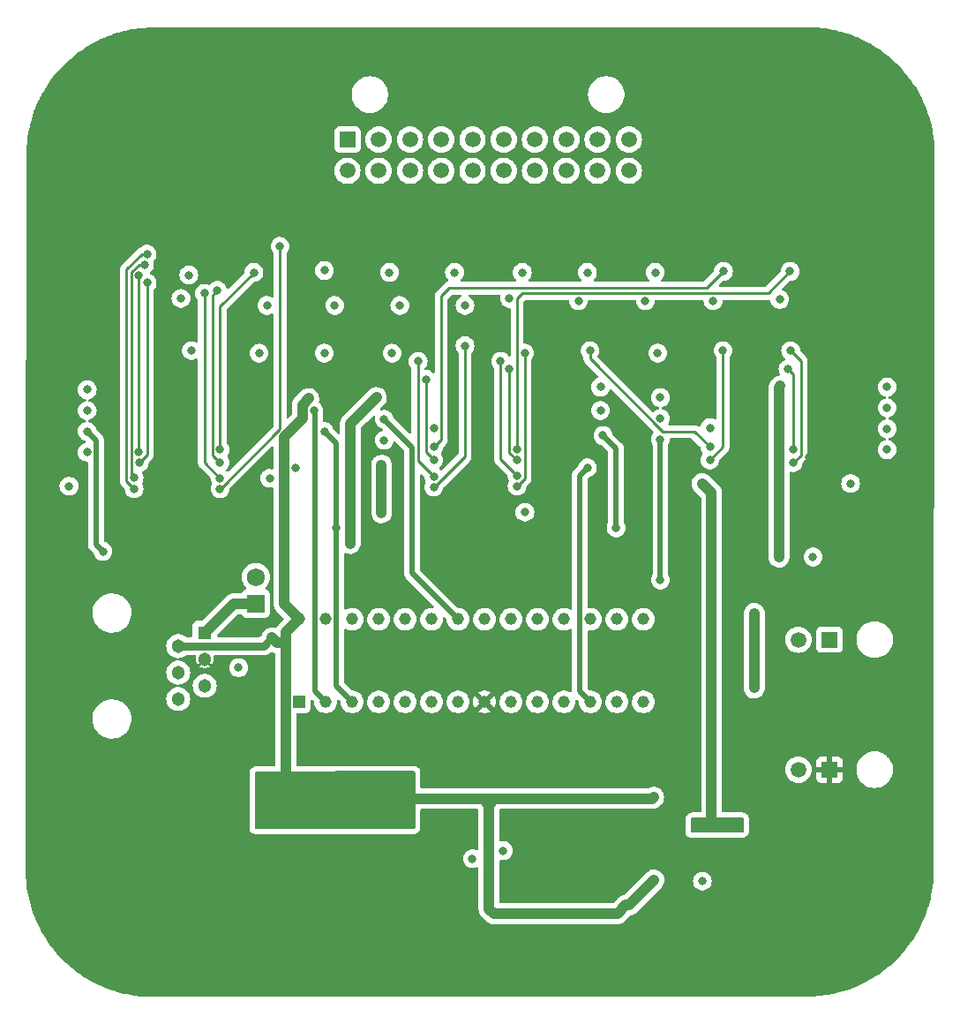
<source format=gbr>
From 20a29b6544fa6c74cbc5f6b4cca444fe2823eb3a Mon Sep 17 00:00:00 2001
From: Joshua Drake <joshua.ellis.drake@gmail.com>
Date: Wed, 31 Jan 2024 11:58:03 -0600
Subject: Added Daughter Board

---
 Outputs/Resistor Bank Control Board-In1_Cu.gbr | 9763 ++++++++++++++++++++++++
 1 file changed, 9763 insertions(+)
 create mode 100644 Outputs/Resistor Bank Control Board-In1_Cu.gbr

(limited to 'Outputs/Resistor Bank Control Board-In1_Cu.gbr')

diff --git a/Outputs/Resistor Bank Control Board-In1_Cu.gbr b/Outputs/Resistor Bank Control Board-In1_Cu.gbr
new file mode 100644
index 0000000..17d9016
--- /dev/null
+++ b/Outputs/Resistor Bank Control Board-In1_Cu.gbr	
@@ -0,0 +1,9763 @@
+%TF.GenerationSoftware,KiCad,Pcbnew,7.0.8*%
+%TF.CreationDate,2023-10-31T17:39:43-05:00*%
+%TF.ProjectId,Resistor Bank Control Board,52657369-7374-46f7-9220-42616e6b2043,rev?*%
+%TF.SameCoordinates,Original*%
+%TF.FileFunction,Copper,L2,Inr*%
+%TF.FilePolarity,Positive*%
+%FSLAX46Y46*%
+G04 Gerber Fmt 4.6, Leading zero omitted, Abs format (unit mm)*
+G04 Created by KiCad (PCBNEW 7.0.8) date 2023-10-31 17:39:43*
+%MOMM*%
+%LPD*%
+G01*
+G04 APERTURE LIST*
+%TA.AperFunction,ComponentPad*%
+%ADD10R,1.725000X1.725000*%
+%TD*%
+%TA.AperFunction,ComponentPad*%
+%ADD11C,1.725000*%
+%TD*%
+%TA.AperFunction,ComponentPad*%
+%ADD12C,9.000000*%
+%TD*%
+%TA.AperFunction,ComponentPad*%
+%ADD13R,1.159000X1.159000*%
+%TD*%
+%TA.AperFunction,ComponentPad*%
+%ADD14C,1.159000*%
+%TD*%
+%TA.AperFunction,ComponentPad*%
+%ADD15R,1.520000X1.520000*%
+%TD*%
+%TA.AperFunction,ComponentPad*%
+%ADD16C,1.520000*%
+%TD*%
+%TA.AperFunction,ComponentPad*%
+%ADD17R,1.303000X1.303000*%
+%TD*%
+%TA.AperFunction,ComponentPad*%
+%ADD18C,1.303000*%
+%TD*%
+%TA.AperFunction,ViaPad*%
+%ADD19C,0.800000*%
+%TD*%
+%TA.AperFunction,ViaPad*%
+%ADD20C,1.500000*%
+%TD*%
+%TA.AperFunction,Conductor*%
+%ADD21C,1.000000*%
+%TD*%
+%TA.AperFunction,Conductor*%
+%ADD22C,0.750000*%
+%TD*%
+%TA.AperFunction,Conductor*%
+%ADD23C,0.250000*%
+%TD*%
+%TA.AperFunction,Conductor*%
+%ADD24C,0.500000*%
+%TD*%
+G04 APERTURE END LIST*
+D10*
+%TO.N,MCLR*%
+%TO.C,JP1*%
+X101930000Y-108760000D03*
+D11*
+%TO.N,Net-(JP1-B)*%
+X101930000Y-106220000D03*
+%TD*%
+D12*
+%TO.N,GND*%
+%TO.C,H1*%
+X89200000Y-62300000D03*
+%TD*%
+%TO.N,GND*%
+%TO.C,H3*%
+X157100000Y-137300000D03*
+%TD*%
+D13*
+%TO.N,Net-(IC25-MCLR{slash}VPP{slash}RA5)*%
+%TO.C,IC25*%
+X106090000Y-118188000D03*
+D14*
+%TO.N,IN0*%
+X108630000Y-118188000D03*
+%TO.N,IN1*%
+X111170000Y-118188000D03*
+%TO.N,PGD*%
+X113710000Y-118188000D03*
+%TO.N,PGC*%
+X116250000Y-118188000D03*
+%TO.N,I2C_SDA*%
+X118790000Y-118188000D03*
+%TO.N,I2C_SCLK*%
+X121330000Y-118188000D03*
+%TO.N,GND*%
+X123870000Y-118188000D03*
+%TO.N,Net-(IC25-OSCI{slash}CLKI{slash}AN13{slash}CN30{slash}RA2)*%
+X126410000Y-118188000D03*
+%TO.N,Net-(IC25-OSCO{slash}CLKO{slash}AN14{slash}CN29{slash}RA3)*%
+X128950000Y-118188000D03*
+%TO.N,unconnected-(IC25-SOSCI{slash}AN15{slash}~{U2RTS}{slash}U2BCLK{slash}CN1{slash}RB4-Pad11)*%
+X131490000Y-118188000D03*
+%TO.N,IDLE*%
+X134030000Y-118188000D03*
+%TO.N,Net-(IC25-VDD)*%
+X136570000Y-118188000D03*
+%TO.N,unconnected-(IC25-PGED3{slash}AN17{slash}ASDA1{slash}SCK2{slash}IC4{slash}OC1E{slash}CLCINA{slash}CN27{slash}RB5-Pad14)*%
+X139110000Y-118188000D03*
+%TO.N,Net-(D4-K)*%
+X139110000Y-110250000D03*
+%TO.N,Net-(D3-K)*%
+X136570000Y-110250000D03*
+%TO.N,Net-(D2-K)*%
+X134030000Y-110250000D03*
+%TO.N,unconnected-(IC25-AN21{slash}SDA1{slash}T1CK{slash}U1RTS{slash}U1BCLK{slash}IC2{slash}OC4{slash}CLC1O{slash}CTED4{slash}CN21{slash}RB9-Pad18)*%
+X131490000Y-110250000D03*
+%TO.N,unconnected-(IC25-SDI2{slash}IC1{slash}OC5{slash}CLC2O{slash}CTED3{slash}CN9{slash}RA7-Pad19)*%
+X128950000Y-110250000D03*
+%TO.N,Net-(IC25-VCAP_OR_VDDCORE)*%
+X126410000Y-110250000D03*
+%TO.N,SPI_MISO*%
+X123870000Y-110250000D03*
+%TO.N,SPI_SCLK*%
+X121330000Y-110250000D03*
+%TO.N,unconnected-(IC25-DAC1OUT{slash}AN12{slash}HLVDIN{slash}~{SS2}{slash}IC3{slash}OC2B{slash}CTED2{slash}INT2{slash}CN14{slash}RB12-Pad23)*%
+X118790000Y-110250000D03*
+%TO.N,SPI_MOSI*%
+X116250000Y-110250000D03*
+%TO.N,unconnected-(IC25-DAC2OUT{slash}CVREF{slash}OA1IND{slash}OA2IND{slash}AN10{slash}C3INB{slash}RTCC{slash}C1OUT{slash}OCFA{slash}CTED5{slash}INT1{slash}CN12{slash}RB14-Pad25)*%
+X113710000Y-110250000D03*
+%TO.N,SPI_SS*%
+X111170000Y-110250000D03*
+%TO.N,GND*%
+X108630000Y-110250000D03*
+%TO.N,+5V*%
+X106090000Y-110250000D03*
+%TD*%
+D15*
+%TO.N,I2C_SCLK*%
+%TO.C,J2*%
+X156994600Y-112221750D03*
+D16*
+%TO.N,I2C_SDA*%
+X153994600Y-112221750D03*
+%TD*%
+D15*
+%TO.N,GND*%
+%TO.C,J4*%
+X156994600Y-124693500D03*
+D16*
+%TO.N,Net-(J4-Pin_2)*%
+X153994600Y-124693500D03*
+%TD*%
+D15*
+%TO.N,/Coil 1*%
+%TO.C,J1*%
+X110721750Y-64255400D03*
+D16*
+%TO.N,/Coil 2*%
+X113721750Y-64255400D03*
+%TO.N,/Coil 3*%
+X116721750Y-64255400D03*
+%TO.N,/Coil 4*%
+X119721750Y-64255400D03*
+%TO.N,/Coil 5*%
+X122721750Y-64255400D03*
+%TO.N,/Coil 6*%
+X125721750Y-64255400D03*
+%TO.N,/Coil 7*%
+X128721750Y-64255400D03*
+%TO.N,/Coil 8*%
+X131721750Y-64255400D03*
+%TO.N,/Coil 9*%
+X134721750Y-64255400D03*
+%TO.N,/Coil 10*%
+X137721750Y-64255400D03*
+%TO.N,/Coil 11*%
+X110721750Y-67255400D03*
+%TO.N,/Coil 12*%
+X113721750Y-67255400D03*
+%TO.N,/Coil 13*%
+X116721750Y-67255400D03*
+%TO.N,/Coil 14*%
+X119721750Y-67255400D03*
+%TO.N,/Coil 15*%
+X122721750Y-67255400D03*
+%TO.N,/Coil 16*%
+X125721750Y-67255400D03*
+%TO.N,/Coil 17*%
+X128721750Y-67255400D03*
+%TO.N,/Coil 18*%
+X131721750Y-67255400D03*
+%TO.N,/Coil 19*%
+X134721750Y-67255400D03*
+%TO.N,/Coil 20*%
+X137721750Y-67255400D03*
+%TD*%
+D12*
+%TO.N,GND*%
+%TO.C,H4*%
+X89200000Y-137300000D03*
+%TD*%
+D17*
+%TO.N,MCLR*%
+%TO.C,J3*%
+X97020000Y-111570000D03*
+D18*
+%TO.N,+5V*%
+X94480000Y-112840000D03*
+%TO.N,GND*%
+X97020000Y-114110000D03*
+%TO.N,PGD*%
+X94480000Y-115380000D03*
+%TO.N,PGC*%
+X97020000Y-116650000D03*
+%TO.N,unconnected-(J3-Pad6)*%
+X94480000Y-117920000D03*
+%TD*%
+D12*
+%TO.N,GND*%
+%TO.C,H2*%
+X157100000Y-62300000D03*
+%TD*%
+D19*
+%TO.N,+24V*%
+X146843332Y-130020000D03*
+X114000000Y-95500000D03*
+X103250000Y-96750000D03*
+X148030000Y-130020000D03*
+X144750000Y-97250000D03*
+X122720000Y-133240000D03*
+X145656666Y-130020000D03*
+X159000000Y-97250000D03*
+X114000000Y-100049500D03*
+X144470000Y-130020000D03*
+X127750000Y-100000000D03*
+X84000000Y-97500000D03*
+%TO.N,GND*%
+X130750000Y-97250000D03*
+X155000000Y-94750000D03*
+X102500000Y-95750000D03*
+%TO.N,+5V*%
+X152250000Y-87900000D03*
+X140100000Y-127350000D03*
+X152140000Y-104300000D03*
+X149760000Y-109690000D03*
+X110480000Y-127460000D03*
+X149770000Y-113280000D03*
+X162500000Y-88000000D03*
+X155400000Y-104300000D03*
+X109080000Y-127460000D03*
+X103490000Y-112040000D03*
+X135000000Y-88000000D03*
+X106280000Y-127460000D03*
+X107000000Y-89099500D03*
+X107680000Y-127460000D03*
+X137440000Y-137680000D03*
+X149750000Y-116870000D03*
+X140160000Y-135270000D03*
+X111880000Y-127460000D03*
+D20*
+X124310000Y-127740000D03*
+D19*
+%TO.N,Gate 1*%
+X90715407Y-77284593D03*
+X90715407Y-94242138D03*
+X95500000Y-77250000D03*
+%TO.N,Gate 2*%
+X101750000Y-77000000D03*
+X98500000Y-93999500D03*
+%TO.N,Gate 3*%
+X91500000Y-78000000D03*
+X90750000Y-95250000D03*
+X108515000Y-76815000D03*
+%TO.N,SPI_MOSI*%
+X87250000Y-103750000D03*
+X85750000Y-92250000D03*
+%TO.N,SPI_CHAIN*%
+X85750000Y-94250000D03*
+X119000000Y-91900500D03*
+%TO.N,Gate 4*%
+X98250000Y-78724500D03*
+X98500000Y-95250000D03*
+X114750000Y-77000000D03*
+%TO.N,Gate 5*%
+X90250000Y-96699500D03*
+X121000000Y-77000000D03*
+X91250000Y-76250000D03*
+%TO.N,Gate 6*%
+X97000000Y-79000000D03*
+X127500000Y-77000000D03*
+X98500000Y-96750000D03*
+%TO.N,Gate 7*%
+X133750000Y-77000000D03*
+X91500000Y-75250000D03*
+X90250000Y-97750000D03*
+%TO.N,Gate 8*%
+X104250000Y-74500000D03*
+X98500000Y-97750000D03*
+X140250000Y-77000000D03*
+%TO.N,SPI_SS*%
+X140750000Y-89000000D03*
+X111000000Y-103000000D03*
+X85750000Y-88250000D03*
+X113500000Y-89000000D03*
+%TO.N,SPI_SCLK*%
+X85750000Y-90250000D03*
+X114250000Y-91099500D03*
+X140750000Y-91000000D03*
+%TO.N,Gate 9*%
+X119000000Y-93750000D03*
+X146800000Y-76900000D03*
+%TO.N,Gate 10*%
+X153200000Y-76900000D03*
+X127000000Y-94000000D03*
+%TO.N,Gate 11*%
+X95750000Y-84500000D03*
+X119000000Y-95000000D03*
+X118250000Y-87250000D03*
+%TO.N,Gate 16*%
+X127724500Y-84750000D03*
+X127000000Y-97499503D03*
+%TO.N,Gate 12*%
+X126250000Y-86250000D03*
+X102250000Y-84750000D03*
+X127000000Y-95000000D03*
+%TO.N,SPI_MISO*%
+X140750000Y-93000000D03*
+X140750000Y-106500000D03*
+%TO.N,Gate 17*%
+X134000000Y-84500000D03*
+X145500000Y-93750000D03*
+%TO.N,Gate 13*%
+X119000000Y-96599500D03*
+X108500000Y-84750000D03*
+X117500000Y-85525500D03*
+%TO.N,Gate 18*%
+X153000000Y-86250000D03*
+X140500000Y-84750000D03*
+X153500000Y-94000000D03*
+%TO.N,Gate 14*%
+X127000000Y-96500000D03*
+X115000000Y-84750000D03*
+X125418363Y-85525500D03*
+%TO.N,Gate 19*%
+X145500000Y-95000000D03*
+X146750000Y-84500000D03*
+%TO.N,Gate 15*%
+X119000000Y-97599003D03*
+X122000000Y-84025500D03*
+%TO.N,Gate 20*%
+X153250000Y-84500000D03*
+X153500000Y-95250000D03*
+%TO.N,Net-(IC23-EN)*%
+X125660000Y-132460000D03*
+X144780000Y-135390000D03*
+%TO.N,/Coil 11*%
+X94750000Y-79500000D03*
+%TO.N,/Coil 12*%
+X103000000Y-80174000D03*
+%TO.N,/Coil 13*%
+X109500000Y-80174000D03*
+%TO.N,/Coil 14*%
+X115750000Y-80174000D03*
+%TO.N,/Coil 15*%
+X122000000Y-80174000D03*
+%TO.N,/Coil 16*%
+X126275500Y-79500000D03*
+%TO.N,/Coil 17*%
+X132900000Y-79724500D03*
+%TO.N,/Coil 18*%
+X139300000Y-79724500D03*
+%TO.N,/Coil 19*%
+X145800000Y-79724500D03*
+%TO.N,/Coil 20*%
+X152200000Y-79600000D03*
+%TO.N,MCLR*%
+X100280000Y-114910000D03*
+%TO.N,IN0*%
+X162500000Y-90000000D03*
+X135000000Y-90250000D03*
+X107500000Y-90250000D03*
+%TO.N,IN1*%
+X136500000Y-101500000D03*
+X108500000Y-92250000D03*
+X162500000Y-92000000D03*
+X135250000Y-92649500D03*
+X109659500Y-101500000D03*
+%TO.N,IDLE*%
+X162500000Y-94000000D03*
+X133750000Y-95750000D03*
+X105750000Y-95750000D03*
+%TO.N,SPI_CHAIN2*%
+X114250000Y-93099500D03*
+X145500000Y-91900500D03*
+%TD*%
+D21*
+%TO.N,+24V*%
+X114000000Y-100049500D02*
+X114000000Y-95500000D01*
+X145656666Y-98156666D02*
+X144750000Y-97250000D01*
+X145656666Y-130020000D02*
+X145656666Y-107156666D01*
+X145656666Y-107156666D02*
+X145656666Y-98156666D01*
+%TO.N,+5V*%
+X111880000Y-127460000D02*
+X135030000Y-127460000D01*
+X139990000Y-127460000D02*
+X140100000Y-127350000D01*
+X106400000Y-89699500D02*
+X107000000Y-89099500D01*
+X136610000Y-138510000D02*
+X137440000Y-137680000D01*
+D22*
+X94480000Y-112840000D02*
+X102690000Y-112840000D01*
+D21*
+X104810500Y-111529500D02*
+X106090000Y-110250000D01*
+X124310000Y-127740000D02*
+X124310000Y-138060000D01*
+X106280000Y-127460000D02*
+X104810500Y-125990500D01*
+X104650000Y-92792031D02*
+X106400000Y-91042031D01*
+X135030000Y-127460000D02*
+X139990000Y-127460000D01*
+X124310000Y-138060000D02*
+X124760000Y-138510000D01*
+X104650000Y-108810000D02*
+X104650000Y-92792031D01*
+X104810500Y-112530000D02*
+X104810500Y-111529500D01*
+X152140000Y-104300000D02*
+X152140000Y-88010000D01*
+X137750000Y-137680000D02*
+X140160000Y-135270000D01*
+X106400000Y-91042031D02*
+X106400000Y-89699500D01*
+D22*
+X102690000Y-112840000D02*
+X103490000Y-112040000D01*
+D21*
+X124760000Y-138510000D02*
+X136610000Y-138510000D01*
+X152140000Y-88010000D02*
+X152250000Y-87900000D01*
+X149750000Y-113300000D02*
+X149770000Y-113280000D01*
+X149770000Y-109700000D02*
+X149760000Y-109690000D01*
+X103980000Y-112530000D02*
+X103490000Y-112040000D01*
+X149750000Y-116870000D02*
+X149750000Y-113300000D01*
+X104810500Y-125990500D02*
+X104810500Y-112530000D01*
+X106090000Y-110250000D02*
+X104650000Y-108810000D01*
+X149770000Y-113280000D02*
+X149770000Y-109700000D01*
+X137440000Y-137680000D02*
+X137750000Y-137680000D01*
+X104810500Y-112530000D02*
+X103980000Y-112530000D01*
+D23*
+%TO.N,Gate 1*%
+X90715407Y-94242138D02*
+X90715407Y-77284593D01*
+%TO.N,Gate 2*%
+X98500000Y-80250000D02*
+X101750000Y-77000000D01*
+X98500000Y-93999500D02*
+X98500000Y-80250000D01*
+%TO.N,Gate 3*%
+X91500000Y-94500000D02*
+X91500000Y-78000000D01*
+X90750000Y-95250000D02*
+X91500000Y-94500000D01*
+D24*
+%TO.N,SPI_MOSI*%
+X87250000Y-103750000D02*
+X86600000Y-103100000D01*
+X86600000Y-103100000D02*
+X86600000Y-93100000D01*
+X86600000Y-93100000D02*
+X85750000Y-92250000D01*
+D23*
+%TO.N,Gate 4*%
+X98500000Y-95250000D02*
+X97775000Y-94525000D01*
+X97775000Y-94525000D02*
+X97775000Y-79199500D01*
+X97775000Y-79199500D02*
+X98250000Y-78724500D01*
+%TO.N,Gate 5*%
+X90724695Y-76250000D02*
+X91250000Y-76250000D01*
+X89990407Y-96439907D02*
+X89990407Y-76984288D01*
+X90250000Y-96699500D02*
+X89990407Y-96439907D01*
+X89990407Y-76984288D02*
+X90724695Y-76250000D01*
+%TO.N,Gate 6*%
+X97000000Y-79000000D02*
+X97000000Y-95250000D01*
+X97000000Y-95250000D02*
+X98500000Y-96750000D01*
+%TO.N,Gate 7*%
+X89525000Y-97025000D02*
+X89525000Y-76725000D01*
+X90250000Y-97750000D02*
+X89525000Y-97025000D01*
+X89525000Y-76725000D02*
+X91000000Y-75250000D01*
+X91000000Y-75250000D02*
+X91500000Y-75250000D01*
+%TO.N,Gate 8*%
+X98500000Y-97750000D02*
+X98525305Y-97750000D01*
+X98525305Y-97750000D02*
+X104250000Y-92025305D01*
+X104250000Y-92025305D02*
+X104250000Y-74500000D01*
+D21*
+%TO.N,SPI_SS*%
+X111000000Y-91500000D02*
+X113500000Y-89000000D01*
+X111000000Y-103000000D02*
+X111000000Y-91500000D01*
+D24*
+%TO.N,SPI_SCLK*%
+X116925000Y-93774500D02*
+X116925000Y-105845000D01*
+X116925000Y-105845000D02*
+X121330000Y-110250000D01*
+X114250000Y-91099500D02*
+X116925000Y-93774500D01*
+D23*
+%TO.N,Gate 9*%
+X120500000Y-78500000D02*
+X145200000Y-78500000D01*
+X119725000Y-79275000D02*
+X120500000Y-78500000D01*
+X119725000Y-93025000D02*
+X119725000Y-79275000D01*
+X119000000Y-93750000D02*
+X119725000Y-93025000D01*
+X145200000Y-78500000D02*
+X146800000Y-76900000D01*
+%TO.N,Gate 10*%
+X127000000Y-79500000D02*
+X127500000Y-79000000D01*
+X127500000Y-79000000D02*
+X151100000Y-79000000D01*
+X151100000Y-79000000D02*
+X153200000Y-76900000D01*
+X127000000Y-94000000D02*
+X127000000Y-79500000D01*
+%TO.N,Gate 11*%
+X119000000Y-95000000D02*
+X118250000Y-94250000D01*
+X118250000Y-94250000D02*
+X118250000Y-87250000D01*
+%TO.N,Gate 16*%
+X127724500Y-96800805D02*
+X127724500Y-84750000D01*
+X127000000Y-97499503D02*
+X127025802Y-97499503D01*
+X127025802Y-97499503D02*
+X127724500Y-96800805D01*
+%TO.N,Gate 12*%
+X126250000Y-94275305D02*
+X126250000Y-86250000D01*
+X126974695Y-95000000D02*
+X126250000Y-94275305D01*
+X127000000Y-95000000D02*
+X126974695Y-95000000D01*
+D24*
+%TO.N,SPI_MISO*%
+X140750000Y-93000000D02*
+X140750000Y-106500000D01*
+D23*
+%TO.N,Gate 17*%
+X134000000Y-85275000D02*
+X141000000Y-92275000D01*
+X134000000Y-84500000D02*
+X134000000Y-85275000D01*
+X141000000Y-92275000D02*
+X144025000Y-92275000D01*
+X144025000Y-92275000D02*
+X145500000Y-93750000D01*
+%TO.N,Gate 13*%
+X119000000Y-96599500D02*
+X117500000Y-95099500D01*
+X117500000Y-95099500D02*
+X117500000Y-85525500D01*
+%TO.N,Gate 18*%
+X153500000Y-94000000D02*
+X153500000Y-86750000D01*
+X153500000Y-86750000D02*
+X153000000Y-86250000D01*
+%TO.N,Gate 14*%
+X125418363Y-94918363D02*
+X125418363Y-85525500D01*
+X127000000Y-96500000D02*
+X125418363Y-94918363D01*
+%TO.N,Gate 19*%
+X145500000Y-95000000D02*
+X146750000Y-93750000D01*
+X146750000Y-93750000D02*
+X146750000Y-84500000D01*
+%TO.N,Gate 15*%
+X119025802Y-97599003D02*
+X122000000Y-94624805D01*
+X119000000Y-97599003D02*
+X119025802Y-97599003D01*
+X122000000Y-94624805D02*
+X122000000Y-84025500D01*
+%TO.N,Gate 20*%
+X153500000Y-95250000D02*
+X154225000Y-94525000D01*
+X154225000Y-94525000D02*
+X154225000Y-85475000D01*
+X154225000Y-85475000D02*
+X153250000Y-84500000D01*
+D21*
+%TO.N,MCLR*%
+X97020000Y-111570000D02*
+X97020000Y-111650000D01*
+X101930000Y-108760000D02*
+X99830000Y-108760000D01*
+X99830000Y-108760000D02*
+X97020000Y-111570000D01*
+D24*
+%TO.N,IN0*%
+X108630000Y-118188000D02*
+X107600500Y-117158500D01*
+X107600500Y-117158500D02*
+X107600500Y-90350500D01*
+%TO.N,IN1*%
+X109659500Y-116677500D02*
+X109659500Y-101500000D01*
+X108500000Y-92250000D02*
+X109659500Y-93409500D01*
+X111170000Y-118188000D02*
+X109659500Y-116677500D01*
+X136500000Y-93899500D02*
+X135250000Y-92649500D01*
+X109659500Y-93409500D02*
+X109659500Y-101500000D01*
+X136500000Y-101500000D02*
+X136500000Y-93899500D01*
+%TO.N,IDLE*%
+X133000500Y-117158500D02*
+X133000500Y-96499500D01*
+X133000500Y-96499500D02*
+X133750000Y-95750000D01*
+X134030000Y-118188000D02*
+X133000500Y-117158500D01*
+%TD*%
+%TA.AperFunction,Conductor*%
+%TO.N,GND*%
+G36*
+X155357334Y-53494869D02*
+G01*
+X155445122Y-53497424D01*
+X155498270Y-53498971D01*
+X155636315Y-53507010D01*
+X155963867Y-53534639D01*
+X156206236Y-53555844D01*
+X156251252Y-53561105D01*
+X156321718Y-53569341D01*
+X156638984Y-53614132D01*
+X156719124Y-53625871D01*
+X156909675Y-53653783D01*
+X157000749Y-53669841D01*
+X157318459Y-53733038D01*
+X157606215Y-53792455D01*
+X157620059Y-53795735D01*
+X157670798Y-53807761D01*
+X157993452Y-53890990D01*
+X158136451Y-53929307D01*
+X158293541Y-53971399D01*
+X158329095Y-53982043D01*
+X158659721Y-54087424D01*
+X158969259Y-54189994D01*
+X158971473Y-54190798D01*
+X158972463Y-54191158D01*
+X159314600Y-54321759D01*
+X159620349Y-54443226D01*
+X159658696Y-54460385D01*
+X159955541Y-54593215D01*
+X160254751Y-54732739D01*
+X160459255Y-54838389D01*
+X160580198Y-54900870D01*
+X160871552Y-55057965D01*
+X161186572Y-55243790D01*
+X161348151Y-55343455D01*
+X161468806Y-55417877D01*
+X161772432Y-55620753D01*
+X162044501Y-55811258D01*
+X162336008Y-56030640D01*
+X162596773Y-56236827D01*
+X162875348Y-56472062D01*
+X163123798Y-56693163D01*
+X163293120Y-56853244D01*
+X163388698Y-56943605D01*
+X163623897Y-57178804D01*
+X163874352Y-57443719D01*
+X164095424Y-57692136D01*
+X164330681Y-57970736D01*
+X164511641Y-58199596D01*
+X164536871Y-58231505D01*
+X164756246Y-58523004D01*
+X164946745Y-58795065D01*
+X165149627Y-59098700D01*
+X165323745Y-59380989D01*
+X165509519Y-59695922D01*
+X165666640Y-59987321D01*
+X165834749Y-60312728D01*
+X165974329Y-60612058D01*
+X166124269Y-60947142D01*
+X166245770Y-61252976D01*
+X166376302Y-61594935D01*
+X166377512Y-61598259D01*
+X166390580Y-61637695D01*
+X166480094Y-61907835D01*
+X166585427Y-62238313D01*
+X166596112Y-62274005D01*
+X166676563Y-62574253D01*
+X166759706Y-62896572D01*
+X166768369Y-62933122D01*
+X166775046Y-62961295D01*
+X166834489Y-63249181D01*
+X166897652Y-63566726D01*
+X166913717Y-63657830D01*
+X166953391Y-63928687D01*
+X166998156Y-64245769D01*
+X167011654Y-64361257D01*
+X167032894Y-64604035D01*
+X167060486Y-64931164D01*
+X167068528Y-65069228D01*
+X167072598Y-65209032D01*
+X167086173Y-65692875D01*
+X166999565Y-134198229D01*
+X166999500Y-134198449D01*
+X166999500Y-134250000D01*
+X166986018Y-134730499D01*
+X166981949Y-134870370D01*
+X166973545Y-135014645D01*
+X166946229Y-135338487D01*
+X166925247Y-135578319D01*
+X166910988Y-135700310D01*
+X166866747Y-136013683D01*
+X166827476Y-136281789D01*
+X166810223Y-136379633D01*
+X166747832Y-136693297D01*
+X166688974Y-136978348D01*
+X166671970Y-137050090D01*
+X166589904Y-137368233D01*
+X166510203Y-137665683D01*
+X166497295Y-137708799D01*
+X166393440Y-138034639D01*
+X166291762Y-138341488D01*
+X166287685Y-138352692D01*
+X166159116Y-138689504D01*
+X166037601Y-138995377D01*
+X165887670Y-139330439D01*
+X165748088Y-139629777D01*
+X165579989Y-139955164D01*
+X165422839Y-140246616D01*
+X165237081Y-140561523D01*
+X165062954Y-140843824D01*
+X164860096Y-141147424D01*
+X164669564Y-141419532D01*
+X164450233Y-141710973D01*
+X164243999Y-141971799D01*
+X164008784Y-142250350D01*
+X163787658Y-142498828D01*
+X163537256Y-142763687D01*
+X163302009Y-142998935D01*
+X163037149Y-143249338D01*
+X162788685Y-143470453D01*
+X162510080Y-143705715D01*
+X162249345Y-143911878D01*
+X161957838Y-144131261D01*
+X161685757Y-144321773D01*
+X161382162Y-144524630D01*
+X161099807Y-144698790D01*
+X160784941Y-144884525D01*
+X160493484Y-145041678D01*
+X160168104Y-145209774D01*
+X159868775Y-145349354D01*
+X159533698Y-145499292D01*
+X159227821Y-145620809D01*
+X158891052Y-145749362D01*
+X158879821Y-145753450D01*
+X158572950Y-145855137D01*
+X158247102Y-145958995D01*
+X158204042Y-145971886D01*
+X157906521Y-146051607D01*
+X157588405Y-146133666D01*
+X157529652Y-146147591D01*
+X157516673Y-146150668D01*
+X157421818Y-146170254D01*
+X157231629Y-146209525D01*
+X156917981Y-146271914D01*
+X156859078Y-146282300D01*
+X156820086Y-146289176D01*
+X156770100Y-146296498D01*
+X156552102Y-146328430D01*
+X156238630Y-146372686D01*
+X156180695Y-146379457D01*
+X156116648Y-146386944D01*
+X156004786Y-146396730D01*
+X155876814Y-146407927D01*
+X155552961Y-146435244D01*
+X155436732Y-146442014D01*
+X155408820Y-146443640D01*
+X155402709Y-146443817D01*
+X155260503Y-146447950D01*
+X154840253Y-146459742D01*
+X154789261Y-146461173D01*
+X92038323Y-146499499D01*
+X91556844Y-146485990D01*
+X91417131Y-146481925D01*
+X91274646Y-146473625D01*
+X90949428Y-146446194D01*
+X90801123Y-146433219D01*
+X90709192Y-146425176D01*
+X90693588Y-146423352D01*
+X90589060Y-146411134D01*
+X90274418Y-146366714D01*
+X90005755Y-146327361D01*
+X89909750Y-146310432D01*
+X89594984Y-146247822D01*
+X89309175Y-146188807D01*
+X89239440Y-146172279D01*
+X88920039Y-146089889D01*
+X88777169Y-146051607D01*
+X88621827Y-146009983D01*
+X88612329Y-146007139D01*
+X88580859Y-145997717D01*
+X88253680Y-145893436D01*
+X87946055Y-145791501D01*
+X87937105Y-145788244D01*
+X87598817Y-145659112D01*
+X87292964Y-145537605D01*
+X86957857Y-145387654D01*
+X86658548Y-145248083D01*
+X86333158Y-145079983D01*
+X86041747Y-144922856D01*
+X85726791Y-144737068D01*
+X85444513Y-144562956D01*
+X85140885Y-144360079D01*
+X84868821Y-144169577D01*
+X84577313Y-143950195D01*
+X84316556Y-143744014D01*
+X84037954Y-143508755D01*
+X83789533Y-143287681D01*
+X83748976Y-143249338D01*
+X83524623Y-143037230D01*
+X83289420Y-142802027D01*
+X83038990Y-142537139D01*
+X82817899Y-142288702D01*
+X82582623Y-142010080D01*
+X82376460Y-141749343D01*
+X82157064Y-141457817D01*
+X81966592Y-141185795D01*
+X81763679Y-140882115D01*
+X81589595Y-140599881D01*
+X81403789Y-140284894D01*
+X81246685Y-139993527D01*
+X81078562Y-139668094D01*
+X80939016Y-139368840D01*
+X80789040Y-139033675D01*
+X80762726Y-138967440D01*
+X80667571Y-138727921D01*
+X80538413Y-138389562D01*
+X80535142Y-138380576D01*
+X80433231Y-138073024D01*
+X80328912Y-137745724D01*
+X80316665Y-137704820D01*
+X80236799Y-137406756D01*
+X80154355Y-137087149D01*
+X80145572Y-137050090D01*
+X80137836Y-137017448D01*
+X80078870Y-136731878D01*
+X80016206Y-136416845D01*
+X79999289Y-136320902D01*
+X79959942Y-136052284D01*
+X79915509Y-135737553D01*
+X79901476Y-135617483D01*
+X79880469Y-135377385D01*
+X79853021Y-135051980D01*
+X79852873Y-135049422D01*
+X79844725Y-134909526D01*
+X79840633Y-134768878D01*
+X79839556Y-134730499D01*
+X79827152Y-134288398D01*
+X79845344Y-119898678D01*
+X86250737Y-119898678D01*
+X86280762Y-120171559D01*
+X86280763Y-120171569D01*
+X86350202Y-120437178D01*
+X86350204Y-120437182D01*
+X86457577Y-120689852D01*
+X86600592Y-120924191D01*
+X86600599Y-120924201D01*
+X86776199Y-121135207D01*
+X86776204Y-121135212D01*
+X86776209Y-121135218D01*
+X86776216Y-121135224D01*
+X86980672Y-121318419D01*
+X86980674Y-121318420D01*
+X86980677Y-121318423D01*
+X87209641Y-121469904D01*
+X87458221Y-121586433D01*
+X87721119Y-121665527D01*
+X87992731Y-121705500D01*
+X87992736Y-121705500D01*
+X88198552Y-121705500D01*
+X88250744Y-121701679D01*
+X88403805Y-121690477D01*
+X88671775Y-121630784D01*
+X88928198Y-121532711D01*
+X89167609Y-121398347D01*
+X89384904Y-121230557D01*
+X89575454Y-121032916D01*
+X89735196Y-120809637D01*
+X89860727Y-120565479D01*
+X89949370Y-120305646D01*
+X89999236Y-120035674D01*
+X90009262Y-119761320D01*
+X89979236Y-119488429D01*
+X89941188Y-119342894D01*
+X89909797Y-119222821D01*
+X89904899Y-119211296D01*
+X89802423Y-118970148D01*
+X89659405Y-118735804D01*
+X89629128Y-118699422D01*
+X89483800Y-118524792D01*
+X89483795Y-118524787D01*
+X89483791Y-118524782D01*
+X89377385Y-118429441D01*
+X89279327Y-118341580D01*
+X89279324Y-118341578D01*
+X89279323Y-118341577D01*
+X89050359Y-118190096D01*
+X88801779Y-118073567D01*
+X88654362Y-118029216D01*
+X88538879Y-117994472D01*
+X88405915Y-117974904D01*
+X88267269Y-117954500D01*
+X88061453Y-117954500D01*
+X88061448Y-117954500D01*
+X87856195Y-117969523D01*
+X87856185Y-117969524D01*
+X87588229Y-118029214D01*
+X87588224Y-118029216D01*
+X87331799Y-118127290D01*
+X87092392Y-118261652D01*
+X87092387Y-118261655D01*
+X86875097Y-118429441D01*
+X86875088Y-118429450D01*
+X86684549Y-118627080D01*
+X86684547Y-118627082D01*
+X86524805Y-118850361D01*
+X86524802Y-118850366D01*
+X86399275Y-119094515D01*
+X86399271Y-119094525D01*
+X86310632Y-119354344D01*
+X86310629Y-119354358D01*
+X86260765Y-119624314D01*
+X86260763Y-119624334D01*
+X86250737Y-119898678D01*
+X79845344Y-119898678D01*
+X79847845Y-117920000D01*
+X93323065Y-117920000D01*
+X93342763Y-118132581D01*
+X93342763Y-118132583D01*
+X93342764Y-118132586D01*
+X93379487Y-118261653D01*
+X93401191Y-118337936D01*
+X93496354Y-118529048D01*
+X93625016Y-118699424D01*
+X93690350Y-118758983D01*
+X93782791Y-118843254D01*
+X93964310Y-118955646D01*
+X93964311Y-118955646D01*
+X93964312Y-118955647D01*
+X94001744Y-118970148D01*
+X94163390Y-119032770D01*
+X94373252Y-119072000D01*
+X94373254Y-119072000D01*
+X94586746Y-119072000D01*
+X94586748Y-119072000D01*
+X94796610Y-119032770D01*
+X94995690Y-118955646D01*
+X95177209Y-118843254D01*
+X95334985Y-118699422D01*
+X95463646Y-118529048D01*
+X95558810Y-118337933D01*
+X95617236Y-118132586D01*
+X95636935Y-117920000D01*
+X95617236Y-117707414D01*
+X95558810Y-117502067D01*
+X95463646Y-117310952D01*
+X95401919Y-117229213D01*
+X95334983Y-117140575D01*
+X95187617Y-117006234D01*
+X95177209Y-116996746D01*
+X94995690Y-116884354D01*
+X94995688Y-116884353D01*
+X94995687Y-116884352D01*
+X94836357Y-116822628D01*
+X94796610Y-116807230D01*
+X94607548Y-116771888D01*
+X94545269Y-116740221D01*
+X94509996Y-116679908D01*
+X94511253Y-116650000D01*
+X95863065Y-116650000D01*
+X95882763Y-116862581D01*
+X95882763Y-116862583D01*
+X95882764Y-116862586D01*
+X95931649Y-117034400D01*
+X95941191Y-117067936D01*
+X96036354Y-117259048D01*
+X96165016Y-117429424D01*
+X96269926Y-117525061D01*
+X96322791Y-117573254D01*
+X96504310Y-117685646D01*
+X96504311Y-117685646D01*
+X96504312Y-117685647D01*
+X96533321Y-117696885D01*
+X96703390Y-117762770D01*
+X96913252Y-117802000D01*
+X96913254Y-117802000D01*
+X97126746Y-117802000D01*
+X97126748Y-117802000D01*
+X97336610Y-117762770D01*
+X97535690Y-117685646D01*
+X97717209Y-117573254D01*
+X97874985Y-117429422D01*
+X98003646Y-117259048D01*
+X98098810Y-117067933D01*
+X98157236Y-116862586D01*
+X98176935Y-116650000D01*
+X98157236Y-116437414D01*
+X98098810Y-116232067D01*
+X98003646Y-116040952D01*
+X97874985Y-115870578D01*
+X97874983Y-115870575D01*
+X97717210Y-115726747D01*
+X97717209Y-115726746D01*
+X97535690Y-115614354D01*
+X97535688Y-115614353D01*
+X97535687Y-115614352D01*
+X97378786Y-115553569D01*
+X97336610Y-115537230D01*
+X97126748Y-115498000D01*
+X96913252Y-115498000D01*
+X96703390Y-115537230D01*
+X96703387Y-115537230D01*
+X96703387Y-115537231D01*
+X96504312Y-115614352D01*
+X96504311Y-115614353D01*
+X96322789Y-115726747D01*
+X96165016Y-115870575D01*
+X96036354Y-116040951D01*
+X95941191Y-116232063D01*
+X95882763Y-116437418D01*
+X95863065Y-116649999D01*
+X95863065Y-116650000D01*
+X94511253Y-116650000D01*
+X94512930Y-116610100D01*
+X94553139Y-116552960D01*
+X94607548Y-116528111D01*
+X94796610Y-116492770D01*
+X94995690Y-116415646D01*
+X95177209Y-116303254D01*
+X95334985Y-116159422D01*
+X95463646Y-115989048D01*
+X95558810Y-115797933D01*
+X95617236Y-115592586D01*
+X95636935Y-115380000D01*
+X95617236Y-115167414D01*
+X95558810Y-114962067D01*
+X95463646Y-114770952D01*
+X95334985Y-114600578D01*
+X95334983Y-114600575D01*
+X95177210Y-114456747D01*
+X95177209Y-114456746D01*
+X94995690Y-114344354D01*
+X94995688Y-114344353D01*
+X94995687Y-114344352D01*
+X94838786Y-114283569D01*
+X94796610Y-114267230D01*
+X94607548Y-114231888D01*
+X94545269Y-114200221D01*
+X94509996Y-114139908D01*
+X94512930Y-114070100D01*
+X94553139Y-114012960D01*
+X94607548Y-113988111D01*
+X94796610Y-113952770D01*
+X94995690Y-113875646D01*
+X95177209Y-113763254D01*
+X95194093Y-113747861D01*
+X95256897Y-113717246D01*
+X95277630Y-113715500D01*
+X96082190Y-113715500D01*
+X96149229Y-113735185D01*
+X96194984Y-113787989D01*
+X96204928Y-113857147D01*
+X96200121Y-113877818D01*
+X96182521Y-113931983D01*
+X96182520Y-113931985D01*
+X96163810Y-114110000D01*
+X96182520Y-114288014D01*
+X96182521Y-114288016D01*
+X96237829Y-114458238D01*
+X96237832Y-114458244D01*
+X96319013Y-114598853D01*
+X96664349Y-114253517D01*
+X96667195Y-114264755D01*
+X96736559Y-114370925D01*
+X96836639Y-114448821D01*
+X96878826Y-114463304D01*
+X96533258Y-114808871D01*
+X96533258Y-114808872D01*
+X96591908Y-114851483D01*
+X96755418Y-114924283D01*
+X96755423Y-114924285D01*
+X96930504Y-114961500D01*
+X97109496Y-114961500D01*
+X97284576Y-114924285D01*
+X97284581Y-114924283D01*
+X97316661Y-114910000D01*
+X99374540Y-114910000D01*
+X99394326Y-115098256D01*
+X99394327Y-115098259D01*
+X99452818Y-115278277D01*
+X99452821Y-115278284D01*
+X99547467Y-115442216D01*
+X99633018Y-115537230D01*
+X99674129Y-115582888D01*
+X99827265Y-115694148D01*
+X99827270Y-115694151D01*
+X100000192Y-115771142D01*
+X100000197Y-115771144D01*
+X100185354Y-115810500D01*
+X100185355Y-115810500D01*
+X100374644Y-115810500D01*
+X100374646Y-115810500D01*
+X100559803Y-115771144D01*
+X100732730Y-115694151D01*
+X100885871Y-115582888D01*
+X101012533Y-115442216D01*
+X101107179Y-115278284D01*
+X101165674Y-115098256D01*
+X101185460Y-114910000D01*
+X101165674Y-114721744D01*
+X101107179Y-114541716D01*
+X101012533Y-114377784D01*
+X100885871Y-114237112D01*
+X100885870Y-114237111D01*
+X100732734Y-114125851D01*
+X100732729Y-114125848D01*
+X100559807Y-114048857D01*
+X100559802Y-114048855D01*
+X100390924Y-114012960D01*
+X100374646Y-114009500D01*
+X100185354Y-114009500D01*
+X100169076Y-114012960D01*
+X100000197Y-114048855D01*
+X100000192Y-114048857D01*
+X99827270Y-114125848D01*
+X99827265Y-114125851D01*
+X99674129Y-114237111D01*
+X99547466Y-114377785D01*
+X99452821Y-114541715D01*
+X99452818Y-114541722D01*
+X99433696Y-114600575D01*
+X99394326Y-114721744D01*
+X99374540Y-114910000D01*
+X97316661Y-114910000D01*
+X97448094Y-114851482D01*
+X97506740Y-114808872D01*
+X97506741Y-114808872D01*
+X97162713Y-114464844D01*
+X97256628Y-114414020D01*
+X97342522Y-114320714D01*
+X97373110Y-114250979D01*
+X97720985Y-114598854D01*
+X97720986Y-114598854D01*
+X97802167Y-114458244D01*
+X97802170Y-114458238D01*
+X97857478Y-114288016D01*
+X97857479Y-114288014D01*
+X97876189Y-114110000D01*
+X97857479Y-113931985D01*
+X97857478Y-113931983D01*
+X97839879Y-113877818D01*
+X97837884Y-113807977D01*
+X97873964Y-113748144D01*
+X97936665Y-113717316D01*
+X97957810Y-113715500D01*
+X102651898Y-113715500D01*
+X102656932Y-113715705D01*
+X102713844Y-113720339D01*
+X102713845Y-113720338D01*
+X102713848Y-113720339D01*
+X102796441Y-113709085D01*
+X102879316Y-113700073D01*
+X102879481Y-113700017D01*
+X102902357Y-113694655D01*
+X102902537Y-113694631D01*
+X102980793Y-113665880D01*
+X103059780Y-113639267D01*
+X103059928Y-113639178D01*
+X103081116Y-113629024D01*
+X103081288Y-113628961D01*
+X103151536Y-113584059D01*
+X103222954Y-113541089D01*
+X103223083Y-113540966D01*
+X103241597Y-113526494D01*
+X103241607Y-113526487D01*
+X103241744Y-113526400D01*
+X103300696Y-113467447D01*
+X103344084Y-113426348D01*
+X103406288Y-113394537D01*
+X103475819Y-113401406D01*
+X103489543Y-113407958D01*
+X103491947Y-113409292D01*
+X103491951Y-113409295D01*
+X103515133Y-113419243D01*
+X103548329Y-113433489D01*
+X103552578Y-113435507D01*
+X103606951Y-113463909D01*
+X103634489Y-113471788D01*
+X103639974Y-113473358D01*
+X103647368Y-113475990D01*
+X103678942Y-113489540D01*
+X103710958Y-113496119D01*
+X103772664Y-113528894D01*
+X103806854Y-113589826D01*
+X103810000Y-113617581D01*
+X103810000Y-124235695D01*
+X103790315Y-124302734D01*
+X103737511Y-124348489D01*
+X103686323Y-124359695D01*
+X101962127Y-124364180D01*
+X101962117Y-124364181D01*
+X101855799Y-124375773D01*
+X101855789Y-124375775D01*
+X101819699Y-124383641D01*
+X101804812Y-124386887D01*
+X101804810Y-124386887D01*
+X101804808Y-124386888D01*
+X101703312Y-124420591D01*
+X101582136Y-124498154D01*
+X101582134Y-124498155D01*
+X101529244Y-124543817D01*
+X101434830Y-124652375D01*
+X101382308Y-124766827D01*
+X101374820Y-124783145D01*
+X101355013Y-124850147D01*
+X101355011Y-124850154D01*
+X101346654Y-124907540D01*
+X101334275Y-124992533D01*
+X101324727Y-130244856D01*
+X101324727Y-130244857D01*
+X101336181Y-130352783D01*
+X101347387Y-130404517D01*
+X101347390Y-130404528D01*
+X101381613Y-130507504D01*
+X101459397Y-130628537D01*
+X101459405Y-130628548D01*
+X101505149Y-130681340D01*
+X101505152Y-130681343D01*
+X101505156Y-130681347D01*
+X101613890Y-130775567D01*
+X101613893Y-130775568D01*
+X101613894Y-130775569D01*
+X101708151Y-130818616D01*
+X101744767Y-130835338D01*
+X101789583Y-130848497D01*
+X101811801Y-130855022D01*
+X101811806Y-130855023D01*
+X101811810Y-130855024D01*
+X101954226Y-130875500D01*
+X101954229Y-130875500D01*
+X117095990Y-130875500D01*
+X117096000Y-130875500D01*
+X117203456Y-130863947D01*
+X117254967Y-130852741D01*
+X117289197Y-130841347D01*
+X117357497Y-130818616D01*
+X117357501Y-130818613D01*
+X117357504Y-130818613D01*
+X117478543Y-130740825D01*
+X117531347Y-130695070D01*
+X117625567Y-130586336D01*
+X117685338Y-130455459D01*
+X117705023Y-130388420D01*
+X117705024Y-130388416D01*
+X117725500Y-130246000D01*
+X117725500Y-128584500D01*
+X117745185Y-128517461D01*
+X117797989Y-128471706D01*
+X117849500Y-128460500D01*
+X123185500Y-128460500D01*
+X123252539Y-128480185D01*
+X123298294Y-128532989D01*
+X123309500Y-128584500D01*
+X123309500Y-132325799D01*
+X123289815Y-132392838D01*
+X123237011Y-132438593D01*
+X123167853Y-132448537D01*
+X123135064Y-132439078D01*
+X122999807Y-132378857D01*
+X122999802Y-132378855D01*
+X122854001Y-132347865D01*
+X122814646Y-132339500D01*
+X122625354Y-132339500D01*
+X122592897Y-132346398D01*
+X122440197Y-132378855D01*
+X122440192Y-132378857D01*
+X122267270Y-132455848D01*
+X122267265Y-132455851D01*
+X122114129Y-132567111D01*
+X121987466Y-132707785D01*
+X121892821Y-132871715D01*
+X121892818Y-132871722D01*
+X121834327Y-133051740D01*
+X121834326Y-133051744D01*
+X121814540Y-133240000D01*
+X121834326Y-133428256D01*
+X121834327Y-133428259D01*
+X121892818Y-133608277D01*
+X121892821Y-133608284D01*
+X121987467Y-133772216D01*
+X122114129Y-133912888D01*
+X122267265Y-134024148D01*
+X122267270Y-134024151D01*
+X122440192Y-134101142D01*
+X122440197Y-134101144D01*
+X122625354Y-134140500D01*
+X122625355Y-134140500D01*
+X122814644Y-134140500D01*
+X122814646Y-134140500D01*
+X122999803Y-134101144D01*
+X123135064Y-134040920D01*
+X123204314Y-134031636D01*
+X123267590Y-134061264D01*
+X123304804Y-134120398D01*
+X123309500Y-134154200D01*
+X123309500Y-138047283D01*
+X123307243Y-138136362D01*
+X123307243Y-138136370D01*
+X123318064Y-138196739D01*
+X123318718Y-138201404D01*
+X123324925Y-138262430D01*
+X123324927Y-138262444D01*
+X123335208Y-138295213D01*
+X123337079Y-138302837D01*
+X123343142Y-138336652D01*
+X123343142Y-138336655D01*
+X123365894Y-138393612D01*
+X123367474Y-138398051D01*
+X123385841Y-138456588D01*
+X123385844Y-138456595D01*
+X123402509Y-138486619D01*
+X123405879Y-138493714D01*
+X123418622Y-138525614D01*
+X123418627Y-138525624D01*
+X123452377Y-138576833D01*
+X123454818Y-138580863D01*
+X123484588Y-138634498D01*
+X123484589Y-138634499D01*
+X123484591Y-138634502D01*
+X123506968Y-138660567D01*
+X123511693Y-138666835D01*
+X123530599Y-138695520D01*
+X123530600Y-138695522D01*
+X123573965Y-138738887D01*
+X123577168Y-138742343D01*
+X123617133Y-138788894D01*
+X123644299Y-138809923D01*
+X123650186Y-138815107D01*
+X123868755Y-139033675D01*
+X124043549Y-139208469D01*
+X124104940Y-139273052D01*
+X124104947Y-139273058D01*
+X124139053Y-139296795D01*
+X124155303Y-139308106D01*
+X124159044Y-139310926D01*
+X124206593Y-139349698D01*
+X124237045Y-139365604D01*
+X124243756Y-139369671D01*
+X124271951Y-139389295D01*
+X124328332Y-139413490D01*
+X124332567Y-139415501D01*
+X124386951Y-139443909D01*
+X124419973Y-139453356D01*
+X124427365Y-139455989D01*
+X124458940Y-139469539D01*
+X124458941Y-139469540D01*
+X124472054Y-139472234D01*
+X124519055Y-139481892D01*
+X124523595Y-139483006D01*
+X124582582Y-139499886D01*
+X124616841Y-139502494D01*
+X124624609Y-139503585D01*
+X124658255Y-139510500D01*
+X124658259Y-139510500D01*
+X124719601Y-139510500D01*
+X124724308Y-139510678D01*
+X124751597Y-139512757D01*
+X124785475Y-139515337D01*
+X124785475Y-139515336D01*
+X124785476Y-139515337D01*
+X124819559Y-139510996D01*
+X124827389Y-139510500D01*
+X136597284Y-139510500D01*
+X136686358Y-139512757D01*
+X136686358Y-139512756D01*
+X136686363Y-139512757D01*
+X136746753Y-139501932D01*
+X136751412Y-139501280D01*
+X136793607Y-139496988D01*
+X136812438Y-139495074D01*
+X136845227Y-139484786D01*
+X136852840Y-139482918D01*
+X136886653Y-139476858D01*
+X136943621Y-139454101D01*
+X136948053Y-139452524D01*
+X137006588Y-139434159D01*
+X137036627Y-139417484D01*
+X137043708Y-139414122D01*
+X137075617Y-139401377D01*
+X137126854Y-139367608D01*
+X137130851Y-139365187D01*
+X137184502Y-139335409D01*
+X137210568Y-139313030D01*
+X137216843Y-139308300D01*
+X137217145Y-139308101D01*
+X137245519Y-139289402D01*
+X137288917Y-139246002D01*
+X137292336Y-139242834D01*
+X137338895Y-139202866D01*
+X137359931Y-139175688D01*
+X137365101Y-139169818D01*
+X137829281Y-138705638D01*
+X137890602Y-138672155D01*
+X137904415Y-138669957D01*
+X137952438Y-138665074D01*
+X137985227Y-138654786D01*
+X137992840Y-138652918D01*
+X138026653Y-138646858D01*
+X138083621Y-138624101D01*
+X138088053Y-138622524D01*
+X138146588Y-138604159D01*
+X138176627Y-138587484D01*
+X138183708Y-138584122D01*
+X138215617Y-138571377D01*
+X138266854Y-138537608D01*
+X138270851Y-138535187D01*
+X138324502Y-138505409D01*
+X138350568Y-138483030D01*
+X138356843Y-138478300D01*
+X138385519Y-138459402D01*
+X138428917Y-138416002D01*
+X138432336Y-138412834D01*
+X138478895Y-138372866D01*
+X138499931Y-138345688D01*
+X138505101Y-138339818D01*
+X140903341Y-135941580D01*
+X140999698Y-135823407D01*
+X141093909Y-135643049D01*
+X141149887Y-135447418D01*
+X141154259Y-135390000D01*
+X143874540Y-135390000D01*
+X143894326Y-135578256D01*
+X143894327Y-135578259D01*
+X143952818Y-135758277D01*
+X143952821Y-135758284D01*
+X144047467Y-135922216D01*
+X144164581Y-136052284D01*
+X144174129Y-136062888D01*
+X144327265Y-136174148D01*
+X144327270Y-136174151D01*
+X144500192Y-136251142D01*
+X144500197Y-136251144D01*
+X144685354Y-136290500D01*
+X144685355Y-136290500D01*
+X144874644Y-136290500D01*
+X144874646Y-136290500D01*
+X145059803Y-136251144D01*
+X145232730Y-136174151D01*
+X145385871Y-136062888D01*
+X145512533Y-135922216D01*
+X145607179Y-135758284D01*
+X145665674Y-135578256D01*
+X145685460Y-135390000D01*
+X145665674Y-135201744D01*
+X145607179Y-135021716D01*
+X145512533Y-134857784D01*
+X145385871Y-134717112D01*
+X145385870Y-134717111D01*
+X145232734Y-134605851D01*
+X145232729Y-134605848D01*
+X145059807Y-134528857D01*
+X145059802Y-134528855D01*
+X144914001Y-134497865D01*
+X144874646Y-134489500D01*
+X144685354Y-134489500D01*
+X144652897Y-134496398D01*
+X144500197Y-134528855D01*
+X144500192Y-134528857D01*
+X144327270Y-134605848D01*
+X144327265Y-134605851D01*
+X144174129Y-134717111D01*
+X144047466Y-134857785D01*
+X143952821Y-135021715D01*
+X143952818Y-135021722D01*
+X143894327Y-135201740D01*
+X143894326Y-135201744D01*
+X143874540Y-135390000D01*
+X141154259Y-135390000D01*
+X141165337Y-135244523D01*
+X141159888Y-135201740D01*
+X141139631Y-135042678D01*
+X141139630Y-135042676D01*
+X141139630Y-135042672D01*
+X141073816Y-134850128D01*
+X141003395Y-134730499D01*
+X140970593Y-134674776D01*
+X140970592Y-134674775D01*
+X140970591Y-134674773D01*
+X140834179Y-134523786D01*
+X140834178Y-134523785D01*
+X140834177Y-134523784D01*
+X140670170Y-134403352D01*
+X140670167Y-134403351D01*
+X140485271Y-134318395D01*
+X140485264Y-134318393D01*
+X140287054Y-134272396D01*
+X140083641Y-134267242D01*
+X139883352Y-134303140D01*
+X139883345Y-134303142D01*
+X139694385Y-134378621D01*
+X139694376Y-134378626D01*
+X139524481Y-134490597D01*
+X137360720Y-136654358D01*
+X137299397Y-136687843D01*
+X137285589Y-136690040D01*
+X137237563Y-136694925D01*
+X137237555Y-136694927D01*
+X137204781Y-136705210D01*
+X137197153Y-136707082D01*
+X137163349Y-136713141D01*
+X137106381Y-136735895D01*
+X137101945Y-136737474D01*
+X137043414Y-136755840D01*
+X137043410Y-136755842D01*
+X137013378Y-136772510D01*
+X137006284Y-136775879D01*
+X136974382Y-136788623D01*
+X136974377Y-136788625D01*
+X136923156Y-136822381D01*
+X136919128Y-136824822D01*
+X136865501Y-136854588D01*
+X136839434Y-136876965D01*
+X136833165Y-136881692D01*
+X136804484Y-136900595D01*
+X136804478Y-136900600D01*
+X136761110Y-136943967D01*
+X136757656Y-136947168D01*
+X136711104Y-136987134D01*
+X136690075Y-137014300D01*
+X136684884Y-137020193D01*
+X136617929Y-137087149D01*
+X136231897Y-137473182D01*
+X136170576Y-137506666D01*
+X136144218Y-137509500D01*
+X125434500Y-137509500D01*
+X125367461Y-137489815D01*
+X125321706Y-137437011D01*
+X125310500Y-137385500D01*
+X125310500Y-133459456D01*
+X125330185Y-133392417D01*
+X125382989Y-133346662D01*
+X125452147Y-133336718D01*
+X125460274Y-133338164D01*
+X125565354Y-133360500D01*
+X125565355Y-133360500D01*
+X125754644Y-133360500D01*
+X125754646Y-133360500D01*
+X125939803Y-133321144D01*
+X126112730Y-133244151D01*
+X126265871Y-133132888D01*
+X126392533Y-132992216D01*
+X126487179Y-132828284D01*
+X126545674Y-132648256D01*
+X126565460Y-132460000D01*
+X126545674Y-132271744D01*
+X126487179Y-132091716D01*
+X126392533Y-131927784D01*
+X126265871Y-131787112D01*
+X126265870Y-131787111D01*
+X126112734Y-131675851D01*
+X126112729Y-131675848D01*
+X125939807Y-131598857D01*
+X125939802Y-131598855D01*
+X125794001Y-131567865D01*
+X125754646Y-131559500D01*
+X125565354Y-131559500D01*
+X125460280Y-131581834D01*
+X125390613Y-131576517D01*
+X125334880Y-131534379D01*
+X125310775Y-131468799D01*
+X125310500Y-131460543D01*
+X125310500Y-130591045D01*
+X143145402Y-130591045D01*
+X143149269Y-130628543D01*
+X143156773Y-130701307D01*
+X143168178Y-130754136D01*
+X143168180Y-130754145D01*
+X143203297Y-130859242D01*
+X143203302Y-130859252D01*
+X143281559Y-130979984D01*
+X143312070Y-131014917D01*
+X143327521Y-131032609D01*
+X143327528Y-131032617D01*
+X143436635Y-131126411D01*
+X143567746Y-131185666D01*
+X143634862Y-131205087D01*
+X143777354Y-131225004D01*
+X148630232Y-131205973D01*
+X148704005Y-131198090D01*
+X148733096Y-131194983D01*
+X148733097Y-131194982D01*
+X148733113Y-131194981D01*
+X148782510Y-131184506D01*
+X148881004Y-131152794D01*
+X149003150Y-131076755D01*
+X149056607Y-131031764D01*
+X149152381Y-130924395D01*
+X149214028Y-130794391D01*
+X149231530Y-130737808D01*
+X149234046Y-130731610D01*
+X149234675Y-130727642D01*
+X149234676Y-130727641D01*
+X149257199Y-130585535D01*
+X149273638Y-129443057D01*
+X149262897Y-129331886D01*
+X149251704Y-129278591D01*
+X149216816Y-129172496D01*
+X149216815Y-129172494D01*
+X149216815Y-129172493D01*
+X149139032Y-129051462D01*
+X149139023Y-129051451D01*
+X149093279Y-128998659D01*
+X149093275Y-128998656D01*
+X149093273Y-128998653D01*
+X148984539Y-128904433D01*
+X148984536Y-128904431D01*
+X148984534Y-128904430D01*
+X148853668Y-128844664D01*
+X148853663Y-128844662D01*
+X148853662Y-128844662D01*
+X148831061Y-128838025D01*
+X148786628Y-128824978D01*
+X148786622Y-128824976D01*
+X148701169Y-128812690D01*
+X148644203Y-128804500D01*
+X148644201Y-128804500D01*
+X146781166Y-128804500D01*
+X146714127Y-128784815D01*
+X146668372Y-128732011D01*
+X146657166Y-128680500D01*
+X146657166Y-124693501D01*
+X152729285Y-124693501D01*
+X152748507Y-124913214D01*
+X152748509Y-124913224D01*
+X152805590Y-125126255D01*
+X152805595Y-125126269D01*
+X152898803Y-125326154D01*
+X152898807Y-125326162D01*
+X153025312Y-125506830D01*
+X153181269Y-125662787D01*
+X153361937Y-125789292D01*
+X153361939Y-125789293D01*
+X153361942Y-125789295D01*
+X153482203Y-125845373D01*
+X153561830Y-125882504D01*
+X153561832Y-125882504D01*
+X153561837Y-125882507D01*
+X153774880Y-125939592D01*
+X153931822Y-125953322D01*
+X153994598Y-125958815D01*
+X153994600Y-125958815D01*
+X153994602Y-125958815D01*
+X154055362Y-125953499D01*
+X154214320Y-125939592D01*
+X154427363Y-125882507D01*
+X154627258Y-125789295D01*
+X154807929Y-125662788D01*
+X154963888Y-125506829D01*
+X154967729Y-125501344D01*
+X155734600Y-125501344D01*
+X155741001Y-125560872D01*
+X155741003Y-125560879D01*
+X155791245Y-125695586D01*
+X155791249Y-125695593D01*
+X155877409Y-125810687D01*
+X155877412Y-125810690D01*
+X155992506Y-125896850D01*
+X155992513Y-125896854D01*
+X156127220Y-125947096D01*
+X156127227Y-125947098D01*
+X156186755Y-125953499D01*
+X156186772Y-125953500D01*
+X156744600Y-125953500D01*
+X156744600Y-125139994D01*
+X156849439Y-125187873D01*
+X156958127Y-125203500D01*
+X157031073Y-125203500D01*
+X157139761Y-125187873D01*
+X157244600Y-125139994D01*
+X157244600Y-125953500D01*
+X157802428Y-125953500D01*
+X157802444Y-125953499D01*
+X157861972Y-125947098D01*
+X157861979Y-125947096D01*
+X157996686Y-125896854D01*
+X157996693Y-125896850D01*
+X158111787Y-125810690D01*
+X158111790Y-125810687D01*
+X158197950Y-125695593D01*
+X158197954Y-125695586D01*
+X158248196Y-125560879D01*
+X158248198Y-125560872D01*
+X158254599Y-125501344D01*
+X158254600Y-125501327D01*
+X158254600Y-124943500D01*
+X157440172Y-124943500D01*
+X157463282Y-124907540D01*
+X157487610Y-124824687D01*
+X159564100Y-124824687D01*
+X159567939Y-124850154D01*
+X159603204Y-125084115D01*
+X159603205Y-125084117D01*
+X159603206Y-125084123D01*
+X159680538Y-125334826D01*
+X159794367Y-125571196D01*
+X159794368Y-125571197D01*
+X159794370Y-125571200D01*
+X159794372Y-125571204D01*
+X159879179Y-125695593D01*
+X159942167Y-125787979D01*
+X160120614Y-125980301D01*
+X160120618Y-125980304D01*
+X160120619Y-125980305D01*
+X160325743Y-126143886D01*
+X160552957Y-126275068D01*
+X160797184Y-126370920D01*
+X161052970Y-126429302D01*
+X161052976Y-126429302D01*
+X161052979Y-126429303D01*
+X161249100Y-126444000D01*
+X161249106Y-126444000D01*
+X161380100Y-126444000D01*
+X161576220Y-126429303D01*
+X161576222Y-126429302D01*
+X161576230Y-126429302D01*
+X161832016Y-126370920D01*
+X162076243Y-126275068D01*
+X162303457Y-126143886D01*
+X162508581Y-125980305D01*
+X162687033Y-125787979D01*
+X162834828Y-125571204D01*
+X162948663Y-125334823D01*
+X163025996Y-125084115D01*
+X163065100Y-124824682D01*
+X163065100Y-124562318D01*
+X163025996Y-124302885D01*
+X162948663Y-124052177D01*
+X162936721Y-124027380D01*
+X162834832Y-123815803D01*
+X162834831Y-123815802D01*
+X162834830Y-123815801D01*
+X162834828Y-123815796D01*
+X162687033Y-123599021D01*
+X162599326Y-123504495D01*
+X162508585Y-123406698D01*
+X162469133Y-123375236D01*
+X162303457Y-123243114D01*
+X162076243Y-123111932D01*
+X161832016Y-123016080D01*
+X161832011Y-123016078D01*
+X161832002Y-123016076D01*
+X161614418Y-122966414D01*
+X161576230Y-122957698D01*
+X161576229Y-122957697D01*
+X161576225Y-122957697D01*
+X161576220Y-122957696D01*
+X161380100Y-122943000D01*
+X161380094Y-122943000D01*
+X161249106Y-122943000D01*
+X161249100Y-122943000D01*
+X161052979Y-122957696D01*
+X161052974Y-122957697D01*
+X160797197Y-123016076D01*
+X160797178Y-123016082D01*
+X160552956Y-123111932D01*
+X160325743Y-123243114D01*
+X160120614Y-123406698D01*
+X159942167Y-123599020D01*
+X159794368Y-123815802D01*
+X159794367Y-123815803D01*
+X159680538Y-124052173D01*
+X159603206Y-124302876D01*
+X159603205Y-124302881D01*
+X159603204Y-124302885D01*
+X159590542Y-124386888D01*
+X159564100Y-124562312D01*
+X159564100Y-124824687D01*
+X157487610Y-124824687D01*
+X157504600Y-124766827D01*
+X157504600Y-124620173D01*
+X157463282Y-124479460D01*
+X157440172Y-124443500D01*
+X158254600Y-124443500D01*
+X158254600Y-123885672D01*
+X158254599Y-123885655D01*
+X158248198Y-123826127D01*
+X158248196Y-123826120D01*
+X158197954Y-123691413D01*
+X158197950Y-123691406D01*
+X158111790Y-123576312D01*
+X158111787Y-123576309D01*
+X157996693Y-123490149D01*
+X157996686Y-123490145D01*
+X157861979Y-123439903D01*
+X157861972Y-123439901D01*
+X157802444Y-123433500D01*
+X157244600Y-123433500D01*
+X157244600Y-124247005D01*
+X157139761Y-124199127D01*
+X157031073Y-124183500D01*
+X156958127Y-124183500D01*
+X156849439Y-124199127D01*
+X156744600Y-124247005D01*
+X156744600Y-123433500D01*
+X156186755Y-123433500D01*
+X156127227Y-123439901D01*
+X156127220Y-123439903D01*
+X155992513Y-123490145D01*
+X155992506Y-123490149D01*
+X155877412Y-123576309D01*
+X155877409Y-123576312D01*
+X155791249Y-123691406D01*
+X155791245Y-123691413D01*
+X155741003Y-123826120D01*
+X155741001Y-123826127D01*
+X155734600Y-123885655D01*
+X155734600Y-124443500D01*
+X156549028Y-124443500D01*
+X156525918Y-124479460D01*
+X156484600Y-124620173D01*
+X156484600Y-124766827D01*
+X156525918Y-124907540D01*
+X156549028Y-124943500D01*
+X155734600Y-124943500D01*
+X155734600Y-125501344D01*
+X154967729Y-125501344D01*
+X155090395Y-125326158D01*
+X155183607Y-125126263D01*
+X155240692Y-124913220D01*
+X155259915Y-124693500D01*
+X155240692Y-124473780D01*
+X155183607Y-124260737D01*
+X155090395Y-124060843D01*
+X154963888Y-123880171D01*
+X154963886Y-123880168D01*
+X154807930Y-123724212D01*
+X154627262Y-123597707D01*
+X154627254Y-123597703D01*
+X154427369Y-123504495D01*
+X154427355Y-123504490D01*
+X154214324Y-123447409D01*
+X154214322Y-123447408D01*
+X154214320Y-123447408D01*
+X154214318Y-123447407D01*
+X154214314Y-123447407D01*
+X153994602Y-123428185D01*
+X153994598Y-123428185D01*
+X153774885Y-123447407D01*
+X153774875Y-123447409D01*
+X153561844Y-123504490D01*
+X153561835Y-123504494D01*
+X153361944Y-123597704D01*
+X153361942Y-123597705D01*
+X153181268Y-123724213D01*
+X153025313Y-123880168D01*
+X152898805Y-124060842D01*
+X152898804Y-124060844D01*
+X152805594Y-124260735D01*
+X152805590Y-124260744D01*
+X152748509Y-124473775D01*
+X152748507Y-124473785D01*
+X152729285Y-124693498D01*
+X152729285Y-124693501D01*
+X146657166Y-124693501D01*
+X146657166Y-113325474D01*
+X148744662Y-113325474D01*
+X148746423Y-113339294D01*
+X148749003Y-113359560D01*
+X148749500Y-113367388D01*
+X148749500Y-116920743D01*
+X148764925Y-117072439D01*
+X148825837Y-117266579D01*
+X148825844Y-117266594D01*
+X148924589Y-117444499D01*
+X148924592Y-117444504D01*
+X149057132Y-117598893D01*
+X149057134Y-117598895D01*
+X149218037Y-117723445D01*
+X149218038Y-117723445D01*
+X149218042Y-117723448D01*
+X149400729Y-117813060D01*
+X149597715Y-117864063D01*
+X149800936Y-117874369D01*
+X150002071Y-117843556D01*
+X150192887Y-117772886D01*
+X150365571Y-117665252D01*
+X150513053Y-117525059D01*
+X150629295Y-117358049D01*
+X150709540Y-117171058D01*
+X150750500Y-116971741D01*
+X150750500Y-113507612D01*
+X150755285Y-113473498D01*
+X150759886Y-113457418D01*
+X150759886Y-113457415D01*
+X150761554Y-113435511D01*
+X150762494Y-113423159D01*
+X150763585Y-113415387D01*
+X150764537Y-113410759D01*
+X150770500Y-113381741D01*
+X150770500Y-113320398D01*
+X150770679Y-113315688D01*
+X150775337Y-113254524D01*
+X150772473Y-113232038D01*
+X150770997Y-113220442D01*
+X150770500Y-113212603D01*
+X150770500Y-112221751D01*
+X152729285Y-112221751D01*
+X152748507Y-112441464D01*
+X152748509Y-112441474D01*
+X152805590Y-112654505D01*
+X152805595Y-112654519D01*
+X152898803Y-112854404D01*
+X152898807Y-112854412D01*
+X153025312Y-113035080D01*
+X153181269Y-113191037D01*
+X153361937Y-113317542D01*
+X153361939Y-113317543D01*
+X153361942Y-113317545D01*
+X153408590Y-113339297D01*
+X153561830Y-113410754D01*
+X153561832Y-113410754D01*
+X153561837Y-113410757D01*
+X153774880Y-113467842D01*
+X153931822Y-113481572D01*
+X153994598Y-113487065D01*
+X153994600Y-113487065D01*
+X153994602Y-113487065D01*
+X154049659Y-113482248D01*
+X154214320Y-113467842D01*
+X154427363Y-113410757D01*
+X154627258Y-113317545D01*
+X154807929Y-113191038D01*
+X154963888Y-113035079D01*
+X154967710Y-113029620D01*
+X155734100Y-113029620D01*
+X155734101Y-113029626D01*
+X155740508Y-113089233D01*
+X155790802Y-113224078D01*
+X155790806Y-113224085D01*
+X155877052Y-113339294D01*
+X155877055Y-113339297D01*
+X155992264Y-113425543D01*
+X155992271Y-113425547D01*
+X156127117Y-113475841D01*
+X156127116Y-113475841D01*
+X156134044Y-113476585D01*
+X156186727Y-113482250D01*
+X157802472Y-113482249D01*
+X157862083Y-113475841D01*
+X157996931Y-113425546D01*
+X158112146Y-113339296D01*
+X158198396Y-113224081D01*
+X158248691Y-113089233D01*
+X158255100Y-113029623D01*
+X158255100Y-112352937D01*
+X159564100Y-112352937D01*
+X159579305Y-112453808D01*
+X159603204Y-112612365D01*
+X159603205Y-112612367D01*
+X159603206Y-112612373D01*
+X159680538Y-112863076D01*
+X159794367Y-113099446D01*
+X159794368Y-113099447D01*
+X159794370Y-113099450D01*
+X159794372Y-113099454D01*
+X159941798Y-113315688D01*
+X159942167Y-113316229D01*
+X160120614Y-113508551D01*
+X160120618Y-113508554D01*
+X160120619Y-113508555D01*
+X160325743Y-113672136D01*
+X160552957Y-113803318D01*
+X160797184Y-113899170D01*
+X161052970Y-113957552D01*
+X161052976Y-113957552D01*
+X161052979Y-113957553D01*
+X161249100Y-113972250D01*
+X161249106Y-113972250D01*
+X161380100Y-113972250D01*
+X161576220Y-113957553D01*
+X161576222Y-113957552D01*
+X161576230Y-113957552D01*
+X161832016Y-113899170D01*
+X162076243Y-113803318D01*
+X162303457Y-113672136D01*
+X162508581Y-113508555D01*
+X162525594Y-113490220D01*
+X162585602Y-113425546D01*
+X162687033Y-113316229D01*
+X162834828Y-113099454D01*
+X162948663Y-112863073D01*
+X163025996Y-112612365D01*
+X163065100Y-112352932D01*
+X163065100Y-112090568D01*
+X163025996Y-111831135D01*
+X162948663Y-111580427D01*
+X162895862Y-111470784D01*
+X162834832Y-111344053D01*
+X162834831Y-111344052D01*
+X162834830Y-111344051D01*
+X162834828Y-111344046D01*
+X162687033Y-111127271D01*
+X162661720Y-111099990D01*
+X162508585Y-110934948D01*
+X162469133Y-110903486D01*
+X162303457Y-110771364D01*
+X162076243Y-110640182D01*
+X161832016Y-110544330D01*
+X161832011Y-110544328D01*
+X161832002Y-110544326D01*
+X161614418Y-110494664D01*
+X161576230Y-110485948D01*
+X161576229Y-110485947D01*
+X161576225Y-110485947D01*
+X161576220Y-110485946D01*
+X161380100Y-110471250D01*
+X161380094Y-110471250D01*
+X161249106Y-110471250D01*
+X161249100Y-110471250D01*
+X161052979Y-110485946D01*
+X161052974Y-110485947D01*
+X160797197Y-110544326D01*
+X160797178Y-110544332D01*
+X160552956Y-110640182D01*
+X160325743Y-110771364D01*
+X160120614Y-110934948D01*
+X159942167Y-111127270D01*
+X159794368Y-111344052D01*
+X159794367Y-111344053D01*
+X159680538Y-111580423D01*
+X159603206Y-111831126D01*
+X159603205Y-111831131D01*
+X159603204Y-111831135D01*
+X159594028Y-111892011D01*
+X159564100Y-112090562D01*
+X159564100Y-112352937D01*
+X158255100Y-112352937D01*
+X158255099Y-111413878D01*
+X158248691Y-111354267D01*
+X158244881Y-111344053D01*
+X158198397Y-111219421D01*
+X158198393Y-111219414D01*
+X158112147Y-111104205D01*
+X158112144Y-111104202D01*
+X157996935Y-111017956D01*
+X157996928Y-111017952D01*
+X157862082Y-110967658D01*
+X157862083Y-110967658D01*
+X157802483Y-110961251D01*
+X157802481Y-110961250D01*
+X157802473Y-110961250D01*
+X157802464Y-110961250D01*
+X156186729Y-110961250D01*
+X156186723Y-110961251D01*
+X156127116Y-110967658D01*
+X155992271Y-111017952D01*
+X155992264Y-111017956D01*
+X155877055Y-111104202D01*
+X155877052Y-111104205D01*
+X155790806Y-111219414D01*
+X155790802Y-111219421D01*
+X155740508Y-111354267D01*
+X155734101Y-111413866D01*
+X155734101Y-111413873D01*
+X155734100Y-111413885D01*
+X155734100Y-113029620D01*
+X154967710Y-113029620D01*
+X155090395Y-112854408D01*
+X155183607Y-112654513D01*
+X155240692Y-112441470D01*
+X155259915Y-112221750D01*
+X155240692Y-112002030D01*
+X155183607Y-111788987D01*
+X155090395Y-111589093D01*
+X154963888Y-111408421D01*
+X154963886Y-111408418D01*
+X154807930Y-111252462D01*
+X154627262Y-111125957D01*
+X154627254Y-111125953D01*
+X154427369Y-111032745D01*
+X154427355Y-111032740D01*
+X154214324Y-110975659D01*
+X154214322Y-110975658D01*
+X154214320Y-110975658D01*
+X154214318Y-110975657D01*
+X154214314Y-110975657D01*
+X153994602Y-110956435D01*
+X153994598Y-110956435D01*
+X153774885Y-110975657D01*
+X153774875Y-110975659D01*
+X153561844Y-111032740D01*
+X153561835Y-111032744D01*
+X153361944Y-111125954D01*
+X153361942Y-111125955D01*
+X153181268Y-111252463D01*
+X153025313Y-111408418D01*
+X152898805Y-111589092D01*
+X152898804Y-111589094D01*
+X152805594Y-111788985D01*
+X152805590Y-111788994D01*
+X152748509Y-112002025D01*
+X152748507Y-112002035D01*
+X152729285Y-112221748D01*
+X152729285Y-112221751D01*
+X150770500Y-112221751D01*
+X150770500Y-109712698D01*
+X150772757Y-109623641D01*
+X150772756Y-109623640D01*
+X150772757Y-109623637D01*
+X150761933Y-109563249D01*
+X150761280Y-109558587D01*
+X150755074Y-109497563D01*
+X150755074Y-109497562D01*
+X150744784Y-109464768D01*
+X150742917Y-109457155D01*
+X150736858Y-109423347D01*
+X150736857Y-109423345D01*
+X150731750Y-109410561D01*
+X150714100Y-109366374D01*
+X150712521Y-109361938D01*
+X150709298Y-109351667D01*
+X150694159Y-109303412D01*
+X150694158Y-109303410D01*
+X150694157Y-109303407D01*
+X150684000Y-109285110D01*
+X150677485Y-109273371D01*
+X150674117Y-109266278D01*
+X150661378Y-109234386D01*
+X150661377Y-109234383D01*
+X150627620Y-109183163D01*
+X150625180Y-109179134D01*
+X150614379Y-109159675D01*
+X150595409Y-109125498D01*
+X150595407Y-109125495D01*
+X150573033Y-109099434D01*
+X150568302Y-109093159D01*
+X150565781Y-109089334D01*
+X150549402Y-109064481D01*
+X150506028Y-109021107D01*
+X150502837Y-109017666D01*
+X150462866Y-108971105D01*
+X150435185Y-108949678D01*
+X150431597Y-108946675D01*
+X150431586Y-108946666D01*
+X150431580Y-108946660D01*
+X150313407Y-108850302D01*
+X150133049Y-108756091D01*
+X149937418Y-108700113D01*
+X149937417Y-108700112D01*
+X149937416Y-108700112D01*
+X149734525Y-108684662D01*
+X149734522Y-108684662D01*
+X149532678Y-108710368D01*
+X149532670Y-108710370D01*
+X149340129Y-108776183D01*
+X149340117Y-108776189D01*
+X149164778Y-108879406D01*
+X149164771Y-108879411D01*
+X149013787Y-109015820D01*
+X149013787Y-109015821D01*
+X148893353Y-109179828D01*
+X148893349Y-109179835D01*
+X148808397Y-109364725D01*
+X148808393Y-109364737D01*
+X148762396Y-109562945D01*
+X148757242Y-109766358D01*
+X148767555Y-109823896D01*
+X148769500Y-109845772D01*
+X148769500Y-113072383D01*
+X148764716Y-113106495D01*
+X148760113Y-113122579D01*
+X148757503Y-113156841D01*
+X148756414Y-113164608D01*
+X148750984Y-113191037D01*
+X148749500Y-113198258D01*
+X148749500Y-113259597D01*
+X148749321Y-113264306D01*
+X148744662Y-113325474D01*
+X146657166Y-113325474D01*
+X146657166Y-98169341D01*
+X146659422Y-98080308D01*
+X146659421Y-98080307D01*
+X146659422Y-98080302D01*
+X146648595Y-98019899D01*
+X146647948Y-98015286D01*
+X146641740Y-97954228D01*
+X146641739Y-97954226D01*
+X146641739Y-97954223D01*
+X146631456Y-97921453D01*
+X146629583Y-97913820D01*
+X146623524Y-97880014D01*
+X146618637Y-97867780D01*
+X146600768Y-97823044D01*
+X146599187Y-97818603D01*
+X146589352Y-97787257D01*
+X146580825Y-97760078D01*
+X146580824Y-97760076D01*
+X146580823Y-97760073D01*
+X146564154Y-97730044D01*
+X146560783Y-97722944D01*
+X146548044Y-97691052D01*
+X146548043Y-97691049D01*
+X146514286Y-97639829D01*
+X146511846Y-97635800D01*
+X146491421Y-97599003D01*
+X146482075Y-97582164D01*
+X146464545Y-97561744D01*
+X146459699Y-97556099D01*
+X146454967Y-97549824D01*
+X146439697Y-97526654D01*
+X146436068Y-97521147D01*
+X146392679Y-97477759D01*
+X146389489Y-97474316D01*
+X146374268Y-97456586D01*
+X146349532Y-97427771D01*
+X146343224Y-97422888D01*
+X146322364Y-97406740D01*
+X146316477Y-97401556D01*
+X145421580Y-96506660D01*
+X145303407Y-96410302D01*
+X145123049Y-96316091D01*
+X144927418Y-96260113D01*
+X144927417Y-96260112D01*
+X144927416Y-96260112D01*
+X144724525Y-96244662D01*
+X144724522Y-96244662D01*
+X144522678Y-96270368D01*
+X144522670Y-96270370D01*
+X144330129Y-96336183D01*
+X144330117Y-96336189D01*
+X144154778Y-96439406D01*
+X144154771Y-96439411D01*
+X144003787Y-96575820D01*
+X144003787Y-96575821D01*
+X143883353Y-96739828D01*
+X143883349Y-96739835D01*
+X143798397Y-96924725D01*
+X143798393Y-96924737D01*
+X143752396Y-97122945D01*
+X143747242Y-97326358D01*
+X143783140Y-97526648D01*
+X143783142Y-97526654D01*
+X143797157Y-97561740D01*
+X143848809Y-97691049D01*
+X143858623Y-97715616D01*
+X143858629Y-97715628D01*
+X143970596Y-97885517D01*
+X143970599Y-97885521D01*
+X144619847Y-98534768D01*
+X144653332Y-98596091D01*
+X144656166Y-98622449D01*
+X144656166Y-128680500D01*
+X144636481Y-128747539D01*
+X144583677Y-128793294D01*
+X144532166Y-128804500D01*
+X143783124Y-128804500D01*
+X143677428Y-128815673D01*
+X143626712Y-128826517D01*
+X143525691Y-128859545D01*
+X143404099Y-128936473D01*
+X143350973Y-128981851D01*
+X143350969Y-128981855D01*
+X143255982Y-129089918D01*
+X143255982Y-129089919D01*
+X143195287Y-129220365D01*
+X143175124Y-129287271D01*
+X143153640Y-129429531D01*
+X143153640Y-129429534D01*
+X143145995Y-130507504D01*
+X143145402Y-130591045D01*
+X125310500Y-130591045D01*
+X125310500Y-128584500D01*
+X125330185Y-128517461D01*
+X125382989Y-128471706D01*
+X125434500Y-128460500D01*
+X134928259Y-128460500D01*
+X139977284Y-128460500D01*
+X140066358Y-128462757D01*
+X140066358Y-128462756D01*
+X140066363Y-128462757D01*
+X140126753Y-128451932D01*
+X140131412Y-128451280D01*
+X140173607Y-128446988D01*
+X140192438Y-128445074D01*
+X140225227Y-128434786D01*
+X140232840Y-128432918D01*
+X140266653Y-128426858D01*
+X140323621Y-128404101D01*
+X140328053Y-128402524D01*
+X140386588Y-128384159D01*
+X140416627Y-128367484D01*
+X140423708Y-128364122D01*
+X140455617Y-128351377D01*
+X140506854Y-128317608D01*
+X140510851Y-128315187D01*
+X140564502Y-128285409D01*
+X140590568Y-128263030D01*
+X140596843Y-128258300D01*
+X140625519Y-128239402D01*
+X140668917Y-128196002D01*
+X140672336Y-128192834D01*
+X140718895Y-128152866D01*
+X140739927Y-128125693D01*
+X140745107Y-128119813D01*
+X140843340Y-128021581D01*
+X140939697Y-127903408D01*
+X141033909Y-127723049D01*
+X141089886Y-127527418D01*
+X141105336Y-127324524D01*
+X141079630Y-127122673D01*
+X141013816Y-126930128D01*
+X140910590Y-126754773D01*
+X140774179Y-126603787D01*
+X140610171Y-126483353D01*
+X140610164Y-126483349D01*
+X140425274Y-126398397D01*
+X140425261Y-126398392D01*
+X140227053Y-126352397D01*
+X140023638Y-126347244D01*
+X140023635Y-126347244D01*
+X139823350Y-126383140D01*
+X139823341Y-126383143D01*
+X139654334Y-126450653D01*
+X139608337Y-126459500D01*
+X117849500Y-126459500D01*
+X117782461Y-126439815D01*
+X117736706Y-126387011D01*
+X117725500Y-126335500D01*
+X117725500Y-124954327D01*
+X117725500Y-124954323D01*
+X117715342Y-124860417D01*
+X117713809Y-124846238D01*
+X117713808Y-124846236D01*
+X117713808Y-124846230D01*
+X117702468Y-124794425D01*
+X117667930Y-124691327D01*
+X117589827Y-124570491D01*
+X117543935Y-124517807D01*
+X117521135Y-124498154D01*
+X117434967Y-124423879D01*
+X117434961Y-124423875D01*
+X117303930Y-124364444D01*
+X117236844Y-124344933D01*
+X117236837Y-124344931D01*
+X117094373Y-124324826D01*
+X117094366Y-124324825D01*
+X117094364Y-124324825D01*
+X117094363Y-124324825D01*
+X105935322Y-124353846D01*
+X105868232Y-124334335D01*
+X105822340Y-124281651D01*
+X105811000Y-124229846D01*
+X105811000Y-119391999D01*
+X105830685Y-119324960D01*
+X105883489Y-119279205D01*
+X105935000Y-119267999D01*
+X106717371Y-119267999D01*
+X106717372Y-119267999D01*
+X106776983Y-119261591D01*
+X106911831Y-119211296D01*
+X107027046Y-119125046D01*
+X107113296Y-119009831D01*
+X107163591Y-118874983D01*
+X107170000Y-118815373D01*
+X107169999Y-118088728D01*
+X107189683Y-118021690D01*
+X107242487Y-117975935D01*
+X107311646Y-117965991D01*
+X107375202Y-117995016D01*
+X107381680Y-118001048D01*
+X107511338Y-118130706D01*
+X107544823Y-118192029D01*
+X107547128Y-118206945D01*
+X107563840Y-118387295D01*
+X107563840Y-118387297D01*
+X107563841Y-118387300D01*
+X107618566Y-118579641D01*
+X107618616Y-118579815D01*
+X107707828Y-118758977D01*
+X107707833Y-118758985D01*
+X107828452Y-118918710D01*
+X107976365Y-119053550D01*
+X107976367Y-119053552D01*
+X108146536Y-119158916D01*
+X108146542Y-119158919D01*
+X108186080Y-119174236D01*
+X108333178Y-119231222D01*
+X108529923Y-119268000D01*
+X108529925Y-119268000D01*
+X108730075Y-119268000D01*
+X108730077Y-119268000D01*
+X108926822Y-119231222D01*
+X109113460Y-119158918D01*
+X109283634Y-119053551D01*
+X109431549Y-118918708D01*
+X109552168Y-118758983D01*
+X109641385Y-118579812D01*
+X109696159Y-118387300D01*
+X109714627Y-118188000D01*
+X109706075Y-118095715D01*
+X109719489Y-118027148D01*
+X109767846Y-117976716D01*
+X109835792Y-117960433D01*
+X109901755Y-117983470D01*
+X109917224Y-117996592D01*
+X110051339Y-118130706D01*
+X110084823Y-118192027D01*
+X110087128Y-118206944D01*
+X110103840Y-118387295D01*
+X110103840Y-118387297D01*
+X110103841Y-118387300D01*
+X110158566Y-118579641D01*
+X110158616Y-118579815D01*
+X110247828Y-118758977D01*
+X110247833Y-118758985D01*
+X110368452Y-118918710D01*
+X110516365Y-119053550D01*
+X110516367Y-119053552D01*
+X110686536Y-119158916D01*
+X110686542Y-119158919D01*
+X110726080Y-119174236D01*
+X110873178Y-119231222D01*
+X111069923Y-119268000D01*
+X111069925Y-119268000D01*
+X111270075Y-119268000D01*
+X111270077Y-119268000D01*
+X111466822Y-119231222D01*
+X111653460Y-119158918D01*
+X111823634Y-119053551D01*
+X111971549Y-118918708D01*
+X112092168Y-118758983D01*
+X112181385Y-118579812D01*
+X112236159Y-118387300D01*
+X112254627Y-118188000D01*
+X112625373Y-118188000D01*
+X112643840Y-118387295D01*
+X112643840Y-118387297D01*
+X112643841Y-118387300D01*
+X112698566Y-118579641D01*
+X112698616Y-118579815D01*
+X112787828Y-118758977D01*
+X112787833Y-118758985D01*
+X112908452Y-118918710D01*
+X113056365Y-119053550D01*
+X113056367Y-119053552D01*
+X113226536Y-119158916D01*
+X113226542Y-119158919D01*
+X113266080Y-119174236D01*
+X113413178Y-119231222D01*
+X113609923Y-119268000D01*
+X113609925Y-119268000D01*
+X113810075Y-119268000D01*
+X113810077Y-119268000D01*
+X114006822Y-119231222D01*
+X114193460Y-119158918D01*
+X114363634Y-119053551D01*
+X114511549Y-118918708D01*
+X114632168Y-118758983D01*
+X114721385Y-118579812D01*
+X114776159Y-118387300D01*
+X114794627Y-118188000D01*
+X115165373Y-118188000D01*
+X115183840Y-118387295D01*
+X115183840Y-118387297D01*
+X115183841Y-118387300D01*
+X115238566Y-118579641D01*
+X115238616Y-118579815D01*
+X115327828Y-118758977D01*
+X115327833Y-118758985D01*
+X115448452Y-118918710D01*
+X115596365Y-119053550D01*
+X115596367Y-119053552D01*
+X115766536Y-119158916D01*
+X115766542Y-119158919D01*
+X115806080Y-119174236D01*
+X115953178Y-119231222D01*
+X116149923Y-119268000D01*
+X116149925Y-119268000D01*
+X116350075Y-119268000D01*
+X116350077Y-119268000D01*
+X116546822Y-119231222D01*
+X116733460Y-119158918D01*
+X116903634Y-119053551D01*
+X117051549Y-118918708D01*
+X117172168Y-118758983D01*
+X117261385Y-118579812D01*
+X117316159Y-118387300D01*
+X117334627Y-118188000D01*
+X117705373Y-118188000D01*
+X117723840Y-118387295D01*
+X117723840Y-118387297D01*
+X117723841Y-118387300D01*
+X117778566Y-118579641D01*
+X117778616Y-118579815D01*
+X117867828Y-118758977D01*
+X117867833Y-118758985D01*
+X117988452Y-118918710D01*
+X118136365Y-119053550D01*
+X118136367Y-119053552D01*
+X118306536Y-119158916D01*
+X118306542Y-119158919D01*
+X118346080Y-119174236D01*
+X118493178Y-119231222D01*
+X118689923Y-119268000D01*
+X118689925Y-119268000D01*
+X118890075Y-119268000D01*
+X118890077Y-119268000D01*
+X119086822Y-119231222D01*
+X119273460Y-119158918D01*
+X119443634Y-119053551D01*
+X119591549Y-118918708D01*
+X119712168Y-118758983D01*
+X119801385Y-118579812D01*
+X119856159Y-118387300D01*
+X119874627Y-118188000D01*
+X120245373Y-118188000D01*
+X120263840Y-118387295D01*
+X120263840Y-118387297D01*
+X120263841Y-118387300D01*
+X120318566Y-118579641D01*
+X120318616Y-118579815D01*
+X120407828Y-118758977D01*
+X120407833Y-118758985D01*
+X120528452Y-118918710D01*
+X120676365Y-119053550D01*
+X120676367Y-119053552D01*
+X120846536Y-119158916D01*
+X120846542Y-119158919D01*
+X120886080Y-119174236D01*
+X121033178Y-119231222D01*
+X121229923Y-119268000D01*
+X121229925Y-119268000D01*
+X121430075Y-119268000D01*
+X121430077Y-119268000D01*
+X121626822Y-119231222D01*
+X121813460Y-119158918D01*
+X121983634Y-119053551D01*
+X122131549Y-118918708D01*
+X122252168Y-118758983D01*
+X122341385Y-118579812D01*
+X122396159Y-118387300D01*
+X122414627Y-118188000D01*
+X122785875Y-118188000D01*
+X122804333Y-118387206D01*
+X122859083Y-118579628D01*
+X122859088Y-118579641D01*
+X122947417Y-118757029D01*
+X123486738Y-118217707D01*
+X123486567Y-118219772D01*
+X123517659Y-118342551D01*
+X123586932Y-118448582D01*
+X123686881Y-118526375D01*
+X123806673Y-118567500D01*
+X123844053Y-118567500D01*
+X123304204Y-119107348D01*
+X123304204Y-119107349D01*
+X123386760Y-119158467D01*
+X123386764Y-119158469D01*
+X123573312Y-119230737D01*
+X123769972Y-119267500D01*
+X123970028Y-119267500D01*
+X124166692Y-119230736D01*
+X124353233Y-119158470D01*
+X124353238Y-119158467D01*
+X124435795Y-119107349D01*
+X124435795Y-119107348D01*
+X123895948Y-118567500D01*
+X123901443Y-118567500D01*
+X123994927Y-118551900D01*
+X124106316Y-118491619D01*
+X124192097Y-118398437D01*
+X124242974Y-118282450D01*
+X124248715Y-118213162D01*
+X124792582Y-118757029D01*
+X124880915Y-118579634D01*
+X124935666Y-118387206D01*
+X124954125Y-118188000D01*
+X125325373Y-118188000D01*
+X125343840Y-118387295D01*
+X125343840Y-118387297D01*
+X125343841Y-118387300D01*
+X125398566Y-118579641D01*
+X125398616Y-118579815D01*
+X125487828Y-118758977D01*
+X125487833Y-118758985D01*
+X125608452Y-118918710D01*
+X125756365Y-119053550D01*
+X125756367Y-119053552D01*
+X125926536Y-119158916D01*
+X125926542Y-119158919D01*
+X125966080Y-119174236D01*
+X126113178Y-119231222D01*
+X126309923Y-119268000D01*
+X126309925Y-119268000D01*
+X126510075Y-119268000D01*
+X126510077Y-119268000D01*
+X126706822Y-119231222D01*
+X126893460Y-119158918D01*
+X127063634Y-119053551D01*
+X127211549Y-118918708D01*
+X127332168Y-118758983D01*
+X127421385Y-118579812D01*
+X127476159Y-118387300D01*
+X127494627Y-118188000D01*
+X127865373Y-118188000D01*
+X127883840Y-118387295D01*
+X127883840Y-118387297D01*
+X127883841Y-118387300D01*
+X127938566Y-118579641D01*
+X127938616Y-118579815D01*
+X128027828Y-118758977D01*
+X128027833Y-118758985D01*
+X128148452Y-118918710D01*
+X128296365Y-119053550D01*
+X128296367Y-119053552D01*
+X128466536Y-119158916D01*
+X128466542Y-119158919D01*
+X128506080Y-119174236D01*
+X128653178Y-119231222D01*
+X128849923Y-119268000D01*
+X128849925Y-119268000D01*
+X129050075Y-119268000D01*
+X129050077Y-119268000D01*
+X129246822Y-119231222D01*
+X129433460Y-119158918D01*
+X129603634Y-119053551D01*
+X129751549Y-118918708D01*
+X129872168Y-118758983D01*
+X129961385Y-118579812D01*
+X130016159Y-118387300D01*
+X130034627Y-118188000D01*
+X130405373Y-118188000D01*
+X130423840Y-118387295D01*
+X130423840Y-118387297D01*
+X130423841Y-118387300D01*
+X130478566Y-118579641D01*
+X130478616Y-118579815D01*
+X130567828Y-118758977D01*
+X130567833Y-118758985D01*
+X130688452Y-118918710D01*
+X130836365Y-119053550D01*
+X130836367Y-119053552D01*
+X131006536Y-119158916D01*
+X131006542Y-119158919D01*
+X131046080Y-119174236D01*
+X131193178Y-119231222D01*
+X131389923Y-119268000D01*
+X131389925Y-119268000D01*
+X131590075Y-119268000D01*
+X131590077Y-119268000D01*
+X131786822Y-119231222D01*
+X131973460Y-119158918D01*
+X132143634Y-119053551D01*
+X132291549Y-118918708D01*
+X132412168Y-118758983D01*
+X132501385Y-118579812D01*
+X132556159Y-118387300D01*
+X132574627Y-118188000D01*
+X132566075Y-118095716D01*
+X132579489Y-118027150D01*
+X132627846Y-117976717D01*
+X132695792Y-117960434D01*
+X132761755Y-117983471D01*
+X132777226Y-117996594D01*
+X132911339Y-118130707D01*
+X132944823Y-118192028D01*
+X132947128Y-118206945D01*
+X132963840Y-118387295D01*
+X132963840Y-118387297D01*
+X132963841Y-118387300D01*
+X133018566Y-118579641D01*
+X133018616Y-118579815D01*
+X133107828Y-118758977D01*
+X133107833Y-118758985D01*
+X133228452Y-118918710D01*
+X133376365Y-119053550D01*
+X133376367Y-119053552D01*
+X133546536Y-119158916D01*
+X133546542Y-119158919D01*
+X133586080Y-119174236D01*
+X133733178Y-119231222D01*
+X133929923Y-119268000D01*
+X133929925Y-119268000D01*
+X134130075Y-119268000D01*
+X134130077Y-119268000D01*
+X134326822Y-119231222D01*
+X134513460Y-119158918D01*
+X134683634Y-119053551D01*
+X134831549Y-118918708D01*
+X134952168Y-118758983D01*
+X135041385Y-118579812D01*
+X135096159Y-118387300D01*
+X135114627Y-118188000D01*
+X135485373Y-118188000D01*
+X135503840Y-118387295D01*
+X135503840Y-118387297D01*
+X135503841Y-118387300D01*
+X135558566Y-118579641D01*
+X135558616Y-118579815D01*
+X135647828Y-118758977D01*
+X135647833Y-118758985D01*
+X135768452Y-118918710D01*
+X135916365Y-119053550D01*
+X135916367Y-119053552D01*
+X136086536Y-119158916D01*
+X136086542Y-119158919D01*
+X136126080Y-119174236D01*
+X136273178Y-119231222D01*
+X136469923Y-119268000D01*
+X136469925Y-119268000D01*
+X136670075Y-119268000D01*
+X136670077Y-119268000D01*
+X136866822Y-119231222D01*
+X137053460Y-119158918D01*
+X137223634Y-119053551D01*
+X137371549Y-118918708D01*
+X137492168Y-118758983D01*
+X137581385Y-118579812D01*
+X137636159Y-118387300D01*
+X137654627Y-118188000D01*
+X138025373Y-118188000D01*
+X138043840Y-118387295D01*
+X138043840Y-118387297D01*
+X138043841Y-118387300D01*
+X138098566Y-118579641D01*
+X138098616Y-118579815D01*
+X138187828Y-118758977D01*
+X138187833Y-118758985D01*
+X138308452Y-118918710D01*
+X138456365Y-119053550D01*
+X138456367Y-119053552D01*
+X138626536Y-119158916D01*
+X138626542Y-119158919D01*
+X138666080Y-119174236D01*
+X138813178Y-119231222D01*
+X139009923Y-119268000D01*
+X139009925Y-119268000D01*
+X139210075Y-119268000D01*
+X139210077Y-119268000D01*
+X139406822Y-119231222D01*
+X139593460Y-119158918D01*
+X139763634Y-119053551D01*
+X139911549Y-118918708D01*
+X140032168Y-118758983D01*
+X140121385Y-118579812D01*
+X140176159Y-118387300D01*
+X140194627Y-118188000D01*
+X140176159Y-117988700D01*
+X140121385Y-117796188D01*
+X140066342Y-117685647D01*
+X140032171Y-117617022D01*
+X140032166Y-117617014D01*
+X139911547Y-117457289D01*
+X139763634Y-117322449D01*
+X139763632Y-117322447D01*
+X139593463Y-117217083D01*
+X139593457Y-117217080D01*
+X139446362Y-117160096D01*
+X139406822Y-117144778D01*
+X139210077Y-117108000D01*
+X139009923Y-117108000D01*
+X138813178Y-117144778D01*
+X138813175Y-117144778D01*
+X138813175Y-117144779D01*
+X138626542Y-117217080D01*
+X138626536Y-117217083D01*
+X138456367Y-117322447D01*
+X138456365Y-117322449D01*
+X138308452Y-117457289D01*
+X138187833Y-117617014D01*
+X138187828Y-117617022D01*
+X138098616Y-117796184D01*
+X138090673Y-117824100D01*
+X138047251Y-117976717D01*
+X138043840Y-117988704D01*
+X138025373Y-118187999D01*
+X138025373Y-118188000D01*
+X137654627Y-118188000D01*
+X137636159Y-117988700D01*
+X137581385Y-117796188D01*
+X137526342Y-117685647D01*
+X137492171Y-117617022D01*
+X137492166Y-117617014D01*
+X137371547Y-117457289D01*
+X137223634Y-117322449D01*
+X137223632Y-117322447D01*
+X137053463Y-117217083D01*
+X137053457Y-117217080D01*
+X136906362Y-117160096D01*
+X136866822Y-117144778D01*
+X136670077Y-117108000D01*
+X136469923Y-117108000D01*
+X136273178Y-117144778D01*
+X136273175Y-117144778D01*
+X136273175Y-117144779D01*
+X136086542Y-117217080D01*
+X136086536Y-117217083D01*
+X135916367Y-117322447D01*
+X135916365Y-117322449D01*
+X135768452Y-117457289D01*
+X135647833Y-117617014D01*
+X135647828Y-117617022D01*
+X135558616Y-117796184D01*
+X135550673Y-117824100D01*
+X135507251Y-117976717D01*
+X135503840Y-117988704D01*
+X135485373Y-118187999D01*
+X135485373Y-118188000D01*
+X135114627Y-118188000D01*
+X135096159Y-117988700D01*
+X135041385Y-117796188D01*
+X134986342Y-117685647D01*
+X134952171Y-117617022D01*
+X134952166Y-117617014D01*
+X134831547Y-117457289D01*
+X134683634Y-117322449D01*
+X134683632Y-117322447D01*
+X134513463Y-117217083D01*
+X134513457Y-117217080D01*
+X134366362Y-117160096D01*
+X134326822Y-117144778D01*
+X134130077Y-117108000D01*
+X134130075Y-117108000D01*
+X134062730Y-117108000D01*
+X133995691Y-117088315D01*
+X133975049Y-117071681D01*
+X133787319Y-116883951D01*
+X133753834Y-116822628D01*
+X133751000Y-116796270D01*
+X133751000Y-111445880D01*
+X133770685Y-111378841D01*
+X133823489Y-111333086D01*
+X133892647Y-111323142D01*
+X133897749Y-111323985D01*
+X133929923Y-111330000D01*
+X133929924Y-111330000D01*
+X134130075Y-111330000D01*
+X134130077Y-111330000D01*
+X134326822Y-111293222D01*
+X134513460Y-111220918D01*
+X134683634Y-111115551D01*
+X134831549Y-110980708D01*
+X134952168Y-110820983D01*
+X135041385Y-110641812D01*
+X135096159Y-110449300D01*
+X135114627Y-110250000D01*
+X135485373Y-110250000D01*
+X135503840Y-110449295D01*
+X135503840Y-110449297D01*
+X135503841Y-110449300D01*
+X135555112Y-110629500D01*
+X135558616Y-110641815D01*
+X135647828Y-110820977D01*
+X135647833Y-110820985D01*
+X135768452Y-110980710D01*
+X135916365Y-111115550D01*
+X135916367Y-111115552D01*
+X136086536Y-111220916D01*
+X136086542Y-111220919D01*
+X136091150Y-111222704D01*
+X136273178Y-111293222D01*
+X136469923Y-111330000D01*
+X136469925Y-111330000D01*
+X136670075Y-111330000D01*
+X136670077Y-111330000D01*
+X136866822Y-111293222D01*
+X137053460Y-111220918D01*
+X137223634Y-111115551D01*
+X137371549Y-110980708D01*
+X137492168Y-110820983D01*
+X137581385Y-110641812D01*
+X137636159Y-110449300D01*
+X137654627Y-110250000D01*
+X138025373Y-110250000D01*
+X138043840Y-110449295D01*
+X138043840Y-110449297D01*
+X138043841Y-110449300D01*
+X138095112Y-110629500D01*
+X138098616Y-110641815D01*
+X138187828Y-110820977D01*
+X138187833Y-110820985D01*
+X138308452Y-110980710D01*
+X138456365Y-111115550D01*
+X138456367Y-111115552D01*
+X138626536Y-111220916D01*
+X138626542Y-111220919D01*
+X138631150Y-111222704D01*
+X138813178Y-111293222D01*
+X139009923Y-111330000D01*
+X139009925Y-111330000D01*
+X139210075Y-111330000D01*
+X139210077Y-111330000D01*
+X139406822Y-111293222D01*
+X139593460Y-111220918D01*
+X139763634Y-111115551D01*
+X139911549Y-110980708D01*
+X140032168Y-110820983D01*
+X140121385Y-110641812D01*
+X140176159Y-110449300D01*
+X140194627Y-110250000D01*
+X140176159Y-110050700D01*
+X140121385Y-109858188D01*
+X140082544Y-109780185D01*
+X140032171Y-109679022D01*
+X140032166Y-109679014D01*
+X139911547Y-109519289D01*
+X139763634Y-109384449D01*
+X139763632Y-109384447D01*
+X139593463Y-109279083D01*
+X139593457Y-109279080D01*
+X139446362Y-109222096D01*
+X139406822Y-109206778D01*
+X139210077Y-109170000D01*
+X139009923Y-109170000D01*
+X138813178Y-109206778D01*
+X138813175Y-109206778D01*
+X138813175Y-109206779D01*
+X138626542Y-109279080D01*
+X138626536Y-109279083D01*
+X138456367Y-109384447D01*
+X138456365Y-109384449D01*
+X138308452Y-109519289D01*
+X138187833Y-109679014D01*
+X138187828Y-109679022D01*
+X138098616Y-109858184D01*
+X138098615Y-109858188D01*
+X138054978Y-110011559D01*
+X138043840Y-110050704D01*
+X138025373Y-110249999D01*
+X138025373Y-110250000D01*
+X137654627Y-110250000D01*
+X137636159Y-110050700D01*
+X137581385Y-109858188D01*
+X137542544Y-109780185D01*
+X137492171Y-109679022D01*
+X137492166Y-109679014D01*
+X137371547Y-109519289D01*
+X137223634Y-109384449D01*
+X137223632Y-109384447D01*
+X137053463Y-109279083D01*
+X137053457Y-109279080D01*
+X136906362Y-109222096D01*
+X136866822Y-109206778D01*
+X136670077Y-109170000D01*
+X136469923Y-109170000D01*
+X136273178Y-109206778D01*
+X136273175Y-109206778D01*
+X136273175Y-109206779D01*
+X136086542Y-109279080D01*
+X136086536Y-109279083D01*
+X135916367Y-109384447D01*
+X135916365Y-109384449D01*
+X135768452Y-109519289D01*
+X135647833Y-109679014D01*
+X135647828Y-109679022D01*
+X135558616Y-109858184D01*
+X135558615Y-109858188D01*
+X135514978Y-110011559D01*
+X135503840Y-110050704D01*
+X135485373Y-110249999D01*
+X135485373Y-110250000D01*
+X135114627Y-110250000D01*
+X135096159Y-110050700D01*
+X135041385Y-109858188D01*
+X135002544Y-109780185D01*
+X134952171Y-109679022D01*
+X134952166Y-109679014D01*
+X134831547Y-109519289D01*
+X134683634Y-109384449D01*
+X134683632Y-109384447D01*
+X134513463Y-109279083D01*
+X134513457Y-109279080D01*
+X134366362Y-109222096D01*
+X134326822Y-109206778D01*
+X134130077Y-109170000D01*
+X133929923Y-109170000D01*
+X133929917Y-109170000D01*
+X133897781Y-109176007D01*
+X133828266Y-109168974D01*
+X133773589Y-109125475D01*
+X133751109Y-109059321D01*
+X133751000Y-109054118D01*
+X133751000Y-96861729D01*
+X133770685Y-96794690D01*
+X133787310Y-96774057D01*
+X133902772Y-96658594D01*
+X133964091Y-96625112D01*
+X133964423Y-96625040D01*
+X134029803Y-96611144D01*
+X134202730Y-96534151D01*
+X134355871Y-96422888D01*
+X134482533Y-96282216D01*
+X134577179Y-96118284D01*
+X134635674Y-95938256D01*
+X134655460Y-95750000D01*
+X134635674Y-95561744D01*
+X134577179Y-95381716D01*
+X134482533Y-95217784D01*
+X134355871Y-95077112D01*
+X134355870Y-95077111D01*
+X134202734Y-94965851D01*
+X134202729Y-94965848D01*
+X134029807Y-94888857D01*
+X134029802Y-94888855D01*
+X133884001Y-94857865D01*
+X133844646Y-94849500D01*
+X133655354Y-94849500D01*
+X133638747Y-94853030D01*
+X133470197Y-94888855D01*
+X133470192Y-94888857D01*
+X133297270Y-94965848D01*
+X133297265Y-94965851D01*
+X133144129Y-95077111D01*
+X133017466Y-95217785D01*
+X132922821Y-95381715D01*
+X132922819Y-95381719D01*
+X132867479Y-95552039D01*
+X132837229Y-95601401D01*
+X132514858Y-95923772D01*
+X132501229Y-95935551D01*
+X132481968Y-95949890D01*
+X132448398Y-95989897D01*
+X132444753Y-95993876D01*
+X132438909Y-95999722D01*
+X132418559Y-96025459D01*
+X132369195Y-96084289D01*
+X132365229Y-96090319D01*
+X132365182Y-96090288D01*
+X132361130Y-96096647D01*
+X132361179Y-96096677D01*
+X132357389Y-96102821D01*
+X132324924Y-96172441D01*
+X132290460Y-96241066D01*
+X132287988Y-96247857D01*
+X132287932Y-96247836D01*
+X132285460Y-96254950D01*
+X132285515Y-96254969D01*
+X132283242Y-96261827D01*
+X132275475Y-96299446D01*
+X132267707Y-96337065D01*
+X132254708Y-96391913D01*
+X132249998Y-96411786D01*
+X132249161Y-96418954D01*
+X132249101Y-96418947D01*
+X132248335Y-96426445D01*
+X132248395Y-96426451D01*
+X132247765Y-96433640D01*
+X132250000Y-96510416D01*
+X132250000Y-109227685D01*
+X132230315Y-109294724D01*
+X132177511Y-109340479D01*
+X132108353Y-109350423D01*
+X132060723Y-109333112D01*
+X131973463Y-109279084D01*
+X131973461Y-109279083D01*
+X131973460Y-109279082D01*
+X131973457Y-109279080D01*
+X131826362Y-109222096D01*
+X131786822Y-109206778D01*
+X131590077Y-109170000D01*
+X131389923Y-109170000D01*
+X131193178Y-109206778D01*
+X131193175Y-109206778D01*
+X131193175Y-109206779D01*
+X131006542Y-109279080D01*
+X131006536Y-109279083D01*
+X130836367Y-109384447D01*
+X130836365Y-109384449D01*
+X130688452Y-109519289D01*
+X130567833Y-109679014D01*
+X130567828Y-109679022D01*
+X130478616Y-109858184D01*
+X130478615Y-109858188D01*
+X130434978Y-110011559D01*
+X130423840Y-110050704D01*
+X130405373Y-110249999D01*
+X130405373Y-110250000D01*
+X130423840Y-110449295D01*
+X130423840Y-110449297D01*
+X130423841Y-110449300D01*
+X130475112Y-110629500D01*
+X130478616Y-110641815D01*
+X130567828Y-110820977D01*
+X130567833Y-110820985D01*
+X130688452Y-110980710D01*
+X130836365Y-111115550D01*
+X130836367Y-111115552D01*
+X131006536Y-111220916D01*
+X131006542Y-111220919D01*
+X131011150Y-111222704D01*
+X131193178Y-111293222D01*
+X131389923Y-111330000D01*
+X131389925Y-111330000D01*
+X131590075Y-111330000D01*
+X131590077Y-111330000D01*
+X131786822Y-111293222D01*
+X131973460Y-111220918D01*
+X132060724Y-111166886D01*
+X132128083Y-111148331D01*
+X132194782Y-111169139D01*
+X132239644Y-111222704D01*
+X132250000Y-111272314D01*
+X132250000Y-117094794D01*
+X132248691Y-117112763D01*
+X132245210Y-117136526D01*
+X132246661Y-117153103D01*
+X132232894Y-117221603D01*
+X132184279Y-117271786D01*
+X132116250Y-117287719D01*
+X132057856Y-117269337D01*
+X131973463Y-117217083D01*
+X131973457Y-117217080D01*
+X131826362Y-117160096D01*
+X131786822Y-117144778D01*
+X131590077Y-117108000D01*
+X131389923Y-117108000D01*
+X131193178Y-117144778D01*
+X131193175Y-117144778D01*
+X131193175Y-117144779D01*
+X131006542Y-117217080D01*
+X131006536Y-117217083D01*
+X130836367Y-117322447D01*
+X130836365Y-117322449D01*
+X130688452Y-117457289D01*
+X130567833Y-117617014D01*
+X130567828Y-117617022D01*
+X130478616Y-117796184D01*
+X130470673Y-117824100D01*
+X130427251Y-117976717D01*
+X130423840Y-117988704D01*
+X130405373Y-118187999D01*
+X130405373Y-118188000D01*
+X130034627Y-118188000D01*
+X130016159Y-117988700D01*
+X129961385Y-117796188D01*
+X129906342Y-117685647D01*
+X129872171Y-117617022D01*
+X129872166Y-117617014D01*
+X129751547Y-117457289D01*
+X129603634Y-117322449D01*
+X129603632Y-117322447D01*
+X129433463Y-117217083D01*
+X129433457Y-117217080D01*
+X129286362Y-117160096D01*
+X129246822Y-117144778D01*
+X129050077Y-117108000D01*
+X128849923Y-117108000D01*
+X128653178Y-117144778D01*
+X128653175Y-117144778D01*
+X128653175Y-117144779D01*
+X128466542Y-117217080D01*
+X128466536Y-117217083D01*
+X128296367Y-117322447D01*
+X128296365Y-117322449D01*
+X128148452Y-117457289D01*
+X128027833Y-117617014D01*
+X128027828Y-117617022D01*
+X127938616Y-117796184D01*
+X127930673Y-117824100D01*
+X127887251Y-117976717D01*
+X127883840Y-117988704D01*
+X127865373Y-118187999D01*
+X127865373Y-118188000D01*
+X127494627Y-118188000D01*
+X127476159Y-117988700D01*
+X127421385Y-117796188D01*
+X127366342Y-117685647D01*
+X127332171Y-117617022D01*
+X127332166Y-117617014D01*
+X127211547Y-117457289D01*
+X127063634Y-117322449D01*
+X127063632Y-117322447D01*
+X126893463Y-117217083D01*
+X126893457Y-117217080D01*
+X126746362Y-117160096D01*
+X126706822Y-117144778D01*
+X126510077Y-117108000D01*
+X126309923Y-117108000D01*
+X126113178Y-117144778D01*
+X126113175Y-117144778D01*
+X126113175Y-117144779D01*
+X125926542Y-117217080D01*
+X125926536Y-117217083D01*
+X125756367Y-117322447D01*
+X125756365Y-117322449D01*
+X125608452Y-117457289D01*
+X125487833Y-117617014D01*
+X125487828Y-117617022D01*
+X125398616Y-117796184D01*
+X125390673Y-117824100D01*
+X125347251Y-117976717D01*
+X125343840Y-117988704D01*
+X125325373Y-118187999D01*
+X125325373Y-118188000D01*
+X124954125Y-118188000D01*
+X124954125Y-118187999D01*
+X124935666Y-117988793D01*
+X124880916Y-117796371D01*
+X124880911Y-117796358D01*
+X124792581Y-117618969D01*
+X124253262Y-118158289D01*
+X124253433Y-118156228D01*
+X124222341Y-118033449D01*
+X124153068Y-117927418D01*
+X124053119Y-117849625D01*
+X123933327Y-117808500D01*
+X123895947Y-117808500D01*
+X124435795Y-117268650D01*
+X124435794Y-117268649D01*
+X124353236Y-117217531D01*
+X124353235Y-117217530D01*
+X124166687Y-117145262D01*
+X123970028Y-117108500D01*
+X123769972Y-117108500D01*
+X123573312Y-117145262D01*
+X123386766Y-117217529D01*
+X123386765Y-117217530D01*
+X123304203Y-117268650D01*
+X123844054Y-117808500D01*
+X123838557Y-117808500D01*
+X123745073Y-117824100D01*
+X123633684Y-117884381D01*
+X123547903Y-117977563D01*
+X123497026Y-118093550D01*
+X123491284Y-118162837D01*
+X122947417Y-117618969D01*
+X122859085Y-117796363D01*
+X122859085Y-117796365D01*
+X122804333Y-117988793D01*
+X122785875Y-118187999D01*
+X122785875Y-118188000D01*
+X122414627Y-118188000D01*
+X122396159Y-117988700D01*
+X122341385Y-117796188D01*
+X122286342Y-117685647D01*
+X122252171Y-117617022D01*
+X122252166Y-117617014D01*
+X122131547Y-117457289D01*
+X121983634Y-117322449D01*
+X121983632Y-117322447D01*
+X121813463Y-117217083D01*
+X121813457Y-117217080D01*
+X121666362Y-117160096D01*
+X121626822Y-117144778D01*
+X121430077Y-117108000D01*
+X121229923Y-117108000D01*
+X121033178Y-117144778D01*
+X121033175Y-117144778D01*
+X121033175Y-117144779D01*
+X120846542Y-117217080D01*
+X120846536Y-117217083D01*
+X120676367Y-117322447D01*
+X120676365Y-117322449D01*
+X120528452Y-117457289D01*
+X120407833Y-117617014D01*
+X120407828Y-117617022D01*
+X120318616Y-117796184D01*
+X120310673Y-117824100D01*
+X120267251Y-117976717D01*
+X120263840Y-117988704D01*
+X120245373Y-118187999D01*
+X120245373Y-118188000D01*
+X119874627Y-118188000D01*
+X119856159Y-117988700D01*
+X119801385Y-117796188D01*
+X119746342Y-117685647D01*
+X119712171Y-117617022D01*
+X119712166Y-117617014D01*
+X119591547Y-117457289D01*
+X119443634Y-117322449D01*
+X119443632Y-117322447D01*
+X119273463Y-117217083D01*
+X119273457Y-117217080D01*
+X119126362Y-117160096D01*
+X119086822Y-117144778D01*
+X118890077Y-117108000D01*
+X118689923Y-117108000D01*
+X118493178Y-117144778D01*
+X118493175Y-117144778D01*
+X118493175Y-117144779D01*
+X118306542Y-117217080D01*
+X118306536Y-117217083D01*
+X118136367Y-117322447D01*
+X118136365Y-117322449D01*
+X117988452Y-117457289D01*
+X117867833Y-117617014D01*
+X117867828Y-117617022D01*
+X117778616Y-117796184D01*
+X117770673Y-117824100D01*
+X117727251Y-117976717D01*
+X117723840Y-117988704D01*
+X117705373Y-118187999D01*
+X117705373Y-118188000D01*
+X117334627Y-118188000D01*
+X117316159Y-117988700D01*
+X117261385Y-117796188D01*
+X117206342Y-117685647D01*
+X117172171Y-117617022D01*
+X117172166Y-117617014D01*
+X117051547Y-117457289D01*
+X116903634Y-117322449D01*
+X116903632Y-117322447D01*
+X116733463Y-117217083D01*
+X116733457Y-117217080D01*
+X116586362Y-117160096D01*
+X116546822Y-117144778D01*
+X116350077Y-117108000D01*
+X116149923Y-117108000D01*
+X115953178Y-117144778D01*
+X115953175Y-117144778D01*
+X115953175Y-117144779D01*
+X115766542Y-117217080D01*
+X115766536Y-117217083D01*
+X115596367Y-117322447D01*
+X115596365Y-117322449D01*
+X115448452Y-117457289D01*
+X115327833Y-117617014D01*
+X115327828Y-117617022D01*
+X115238616Y-117796184D01*
+X115230673Y-117824100D01*
+X115187251Y-117976717D01*
+X115183840Y-117988704D01*
+X115165373Y-118187999D01*
+X115165373Y-118188000D01*
+X114794627Y-118188000D01*
+X114776159Y-117988700D01*
+X114721385Y-117796188D01*
+X114666342Y-117685647D01*
+X114632171Y-117617022D01*
+X114632166Y-117617014D01*
+X114511547Y-117457289D01*
+X114363634Y-117322449D01*
+X114363632Y-117322447D01*
+X114193463Y-117217083D01*
+X114193457Y-117217080D01*
+X114046362Y-117160096D01*
+X114006822Y-117144778D01*
+X113810077Y-117108000D01*
+X113609923Y-117108000D01*
+X113413178Y-117144778D01*
+X113413175Y-117144778D01*
+X113413175Y-117144779D01*
+X113226542Y-117217080D01*
+X113226536Y-117217083D01*
+X113056367Y-117322447D01*
+X113056365Y-117322449D01*
+X112908452Y-117457289D01*
+X112787833Y-117617014D01*
+X112787828Y-117617022D01*
+X112698616Y-117796184D01*
+X112690673Y-117824100D01*
+X112647251Y-117976717D01*
+X112643840Y-117988704D01*
+X112625373Y-118187999D01*
+X112625373Y-118188000D01*
+X112254627Y-118188000D01*
+X112236159Y-117988700D01*
+X112181385Y-117796188D01*
+X112126342Y-117685647D01*
+X112092171Y-117617022D01*
+X112092166Y-117617014D01*
+X111971547Y-117457289D01*
+X111823634Y-117322449D01*
+X111823632Y-117322447D01*
+X111653463Y-117217083D01*
+X111653457Y-117217080D01*
+X111506362Y-117160096D01*
+X111466822Y-117144778D01*
+X111270077Y-117108000D01*
+X111270075Y-117108000D01*
+X111202729Y-117108000D01*
+X111135690Y-117088315D01*
+X111115048Y-117071681D01*
+X110446319Y-116402951D01*
+X110412834Y-116341628D01*
+X110410000Y-116315270D01*
+X110410000Y-111272314D01*
+X110429685Y-111205275D01*
+X110482489Y-111159520D01*
+X110551647Y-111149576D01*
+X110599274Y-111166885D01*
+X110686540Y-111220918D01*
+X110686542Y-111220918D01*
+X110686542Y-111220919D01*
+X110691150Y-111222704D01*
+X110873178Y-111293222D01*
+X111069923Y-111330000D01*
+X111069925Y-111330000D01*
+X111270075Y-111330000D01*
+X111270077Y-111330000D01*
+X111466822Y-111293222D01*
+X111653460Y-111220918D01*
+X111823634Y-111115551D01*
+X111971549Y-110980708D01*
+X112092168Y-110820983D01*
+X112181385Y-110641812D01*
+X112236159Y-110449300D01*
+X112254627Y-110250000D01*
+X112625373Y-110250000D01*
+X112643840Y-110449295D01*
+X112643840Y-110449297D01*
+X112643841Y-110449300D01*
+X112695112Y-110629500D01*
+X112698616Y-110641815D01*
+X112787828Y-110820977D01*
+X112787833Y-110820985D01*
+X112908452Y-110980710D01*
+X113056365Y-111115550D01*
+X113056367Y-111115552D01*
+X113226536Y-111220916D01*
+X113226542Y-111220919D01*
+X113231150Y-111222704D01*
+X113413178Y-111293222D01*
+X113609923Y-111330000D01*
+X113609925Y-111330000D01*
+X113810075Y-111330000D01*
+X113810077Y-111330000D01*
+X114006822Y-111293222D01*
+X114193460Y-111220918D01*
+X114363634Y-111115551D01*
+X114511549Y-110980708D01*
+X114632168Y-110820983D01*
+X114721385Y-110641812D01*
+X114776159Y-110449300D01*
+X114794627Y-110250000D01*
+X115165373Y-110250000D01*
+X115183840Y-110449295D01*
+X115183840Y-110449297D01*
+X115183841Y-110449300D01*
+X115235112Y-110629500D01*
+X115238616Y-110641815D01*
+X115327828Y-110820977D01*
+X115327833Y-110820985D01*
+X115448452Y-110980710D01*
+X115596365Y-111115550D01*
+X115596367Y-111115552D01*
+X115766536Y-111220916D01*
+X115766542Y-111220919D01*
+X115771150Y-111222704D01*
+X115953178Y-111293222D01*
+X116149923Y-111330000D01*
+X116149925Y-111330000D01*
+X116350075Y-111330000D01*
+X116350077Y-111330000D01*
+X116546822Y-111293222D01*
+X116733460Y-111220918D01*
+X116903634Y-111115551D01*
+X117051549Y-110980708D01*
+X117172168Y-110820983D01*
+X117261385Y-110641812D01*
+X117316159Y-110449300D01*
+X117334627Y-110250000D01*
+X117316159Y-110050700D01*
+X117261385Y-109858188D01*
+X117222544Y-109780185D01*
+X117172171Y-109679022D01*
+X117172166Y-109679014D01*
+X117051547Y-109519289D01*
+X116903634Y-109384449D01*
+X116903632Y-109384447D01*
+X116733463Y-109279083D01*
+X116733457Y-109279080D01*
+X116586362Y-109222096D01*
+X116546822Y-109206778D01*
+X116350077Y-109170000D01*
+X116149923Y-109170000D01*
+X115953178Y-109206778D01*
+X115953175Y-109206778D01*
+X115953175Y-109206779D01*
+X115766542Y-109279080D01*
+X115766536Y-109279083D01*
+X115596367Y-109384447D01*
+X115596365Y-109384449D01*
+X115448452Y-109519289D01*
+X115327833Y-109679014D01*
+X115327828Y-109679022D01*
+X115238616Y-109858184D01*
+X115238615Y-109858188D01*
+X115194978Y-110011559D01*
+X115183840Y-110050704D01*
+X115165373Y-110249999D01*
+X115165373Y-110250000D01*
+X114794627Y-110250000D01*
+X114776159Y-110050700D01*
+X114721385Y-109858188D01*
+X114682544Y-109780185D01*
+X114632171Y-109679022D01*
+X114632166Y-109679014D01*
+X114511547Y-109519289D01*
+X114363634Y-109384449D01*
+X114363632Y-109384447D01*
+X114193463Y-109279083D01*
+X114193457Y-109279080D01*
+X114046362Y-109222096D01*
+X114006822Y-109206778D01*
+X113810077Y-109170000D01*
+X113609923Y-109170000D01*
+X113413178Y-109206778D01*
+X113413175Y-109206778D01*
+X113413175Y-109206779D01*
+X113226542Y-109279080D01*
+X113226536Y-109279083D01*
+X113056367Y-109384447D01*
+X113056365Y-109384449D01*
+X112908452Y-109519289D01*
+X112787833Y-109679014D01*
+X112787828Y-109679022D01*
+X112698616Y-109858184D01*
+X112698615Y-109858188D01*
+X112654978Y-110011559D01*
+X112643840Y-110050704D01*
+X112625373Y-110249999D01*
+X112625373Y-110250000D01*
+X112254627Y-110250000D01*
+X112236159Y-110050700D01*
+X112181385Y-109858188D01*
+X112142544Y-109780185D01*
+X112092171Y-109679022D01*
+X112092166Y-109679014D01*
+X111971547Y-109519289D01*
+X111823634Y-109384449D01*
+X111823632Y-109384447D01*
+X111653463Y-109279083D01*
+X111653457Y-109279080D01*
+X111506362Y-109222096D01*
+X111466822Y-109206778D01*
+X111270077Y-109170000D01*
+X111069923Y-109170000D01*
+X110873178Y-109206778D01*
+X110873175Y-109206778D01*
+X110873175Y-109206779D01*
+X110686542Y-109279080D01*
+X110686536Y-109279084D01*
+X110599277Y-109333112D01*
+X110531916Y-109351667D01*
+X110465217Y-109330859D01*
+X110420356Y-109277294D01*
+X110410000Y-109227685D01*
+X110410000Y-104023916D01*
+X110429685Y-103956877D01*
+X110482489Y-103911122D01*
+X110551647Y-103901178D01*
+X110588604Y-103912586D01*
+X110650729Y-103943060D01*
+X110847715Y-103994063D01*
+X111050936Y-104004369D01*
+X111252071Y-103973556D01*
+X111442887Y-103902886D01*
+X111615571Y-103795252D01*
+X111763053Y-103655059D01*
+X111879295Y-103488049D01*
+X111959540Y-103301058D01*
+X112000500Y-103101741D01*
+X112000500Y-100100243D01*
+X112999500Y-100100243D01*
+X113014925Y-100251939D01*
+X113075837Y-100446079D01*
+X113075844Y-100446094D01*
+X113174589Y-100623999D01*
+X113174592Y-100624004D01*
+X113307132Y-100778393D01*
+X113307134Y-100778395D01*
+X113468037Y-100902945D01*
+X113468038Y-100902945D01*
+X113468042Y-100902948D01*
+X113650729Y-100992560D01*
+X113847715Y-101043563D01*
+X114050936Y-101053869D01*
+X114252071Y-101023056D01*
+X114442887Y-100952386D01*
+X114615571Y-100844752D01*
+X114763053Y-100704559D01*
+X114879295Y-100537549D01*
+X114959540Y-100350558D01*
+X115000500Y-100151241D01*
+X115000500Y-95449258D01*
+X114992223Y-95367858D01*
+X114985074Y-95297560D01*
+X114924162Y-95103420D01*
+X114924160Y-95103416D01*
+X114924159Y-95103412D01*
+X114825409Y-94925498D01*
+X114825408Y-94925497D01*
+X114825407Y-94925495D01*
+X114692867Y-94771106D01*
+X114692865Y-94771104D01*
+X114531962Y-94646554D01*
+X114531959Y-94646553D01*
+X114531958Y-94646552D01*
+X114349271Y-94556940D01*
+X114152285Y-94505937D01*
+X114152287Y-94505937D01*
+X114003961Y-94498415D01*
+X113949064Y-94495631D01*
+X113949063Y-94495631D01*
+X113949061Y-94495631D01*
+X113747936Y-94526442D01*
+X113747924Y-94526445D01*
+X113557118Y-94597111D01*
+X113557111Y-94597115D01*
+X113384432Y-94704745D01*
+X113384427Y-94704749D01*
+X113236949Y-94844938D01*
+X113236947Y-94844940D01*
+X113236947Y-94844941D01*
+X113225244Y-94861755D01*
+X113120705Y-95011949D01*
+X113040459Y-95198943D01*
+X112999500Y-95398258D01*
+X112999500Y-100100243D01*
+X112000500Y-100100243D01*
+X112000500Y-91965782D01*
+X112020185Y-91898743D01*
+X112036819Y-91878101D01*
+X112592343Y-91322577D01*
+X113172692Y-90742227D01*
+X113234013Y-90708744D01*
+X113303705Y-90713728D01*
+X113359638Y-90755600D01*
+X113384055Y-90821064D01*
+X113378303Y-90868226D01*
+X113364326Y-90911241D01*
+X113351408Y-91034151D01*
+X113344540Y-91099500D01*
+X113364326Y-91287756D01*
+X113364327Y-91287759D01*
+X113422818Y-91467777D01*
+X113422821Y-91467784D01*
+X113517467Y-91631716D01*
+X113628732Y-91755288D01*
+X113644129Y-91772388D01*
+X113797265Y-91883648D01*
+X113797270Y-91883651D01*
+X113970191Y-91960642D01*
+X113970193Y-91960642D01*
+X113970197Y-91960644D01*
+X114035329Y-91974487D01*
+X114096809Y-92007678D01*
+X114097228Y-92008096D01*
+X114103367Y-92014235D01*
+X114136852Y-92075558D01*
+X114131868Y-92145250D01*
+X114089996Y-92201183D01*
+X114041468Y-92223206D01*
+X113970196Y-92238356D01*
+X113970192Y-92238357D01*
+X113797270Y-92315348D01*
+X113797265Y-92315351D01*
+X113644129Y-92426611D01*
+X113517466Y-92567285D01*
+X113422821Y-92731215D01*
+X113422818Y-92731222D01*
+X113364327Y-92911240D01*
+X113364326Y-92911244D01*
+X113344540Y-93099500D01*
+X113364326Y-93287756D01*
+X113364327Y-93287759D01*
+X113422818Y-93467777D01*
+X113422821Y-93467784D01*
+X113517467Y-93631716D01*
+X113610866Y-93735446D01*
+X113644129Y-93772388D01*
+X113797265Y-93883648D01*
+X113797270Y-93883651D01*
+X113970192Y-93960642D01*
+X113970197Y-93960644D01*
+X114155354Y-94000000D01*
+X114155355Y-94000000D01*
+X114344644Y-94000000D01*
+X114344646Y-94000000D01*
+X114529803Y-93960644D01*
+X114702730Y-93883651D01*
+X114855871Y-93772388D01*
+X114982533Y-93631716D01*
+X115077179Y-93467784D01*
+X115077342Y-93467284D01*
+X115086377Y-93439476D01*
+X115132300Y-93298139D01*
+X115171736Y-93240466D01*
+X115236095Y-93213267D01*
+X115304941Y-93225181D01*
+X115337911Y-93248778D01*
+X116138181Y-94049048D01*
+X116171666Y-94110371D01*
+X116174500Y-94136729D01*
+X116174500Y-105781294D01*
+X116173191Y-105799263D01*
+X116169710Y-105823025D01*
+X116174264Y-105875064D01*
+X116174500Y-105880470D01*
+X116174500Y-105888709D01*
+X116178306Y-105921274D01*
+X116185000Y-105997791D01*
+X116186461Y-106004867D01*
+X116186403Y-106004878D01*
+X116188034Y-106012237D01*
+X116188092Y-106012224D01*
+X116189757Y-106019250D01*
+X116216025Y-106091424D01*
+X116240185Y-106164331D01*
+X116243236Y-106170874D01*
+X116243182Y-106170898D01*
+X116246470Y-106177688D01*
+X116246521Y-106177663D01*
+X116249761Y-106184113D01*
+X116249762Y-106184114D01*
+X116249763Y-106184117D01*
+X116273367Y-106220005D01*
+X116291965Y-106248283D01*
+X116332287Y-106313655D01*
+X116336766Y-106319319D01*
+X116336719Y-106319356D01*
+X116341482Y-106325202D01*
+X116341528Y-106325164D01*
+X116346173Y-106330700D01*
+X116402017Y-106383385D01*
+X118976951Y-108958319D01*
+X119010436Y-109019642D01*
+X119005452Y-109089334D01*
+X118963580Y-109145267D01*
+X118898116Y-109169684D01*
+X118889270Y-109170000D01*
+X118689923Y-109170000D01*
+X118493178Y-109206778D01*
+X118493175Y-109206778D01*
+X118493175Y-109206779D01*
+X118306542Y-109279080D01*
+X118306536Y-109279083D01*
+X118136367Y-109384447D01*
+X118136365Y-109384449D01*
+X117988452Y-109519289D01*
+X117867833Y-109679014D01*
+X117867828Y-109679022D01*
+X117778616Y-109858184D01*
+X117778615Y-109858188D01*
+X117734978Y-110011559D01*
+X117723840Y-110050704D01*
+X117705373Y-110249999D01*
+X117705373Y-110250000D01*
+X117723840Y-110449295D01*
+X117723840Y-110449297D01*
+X117723841Y-110449300D01*
+X117775112Y-110629500D01*
+X117778616Y-110641815D01*
+X117867828Y-110820977D01*
+X117867833Y-110820985D01*
+X117988452Y-110980710D01*
+X118136365Y-111115550D01*
+X118136367Y-111115552D01*
+X118306536Y-111220916D01*
+X118306542Y-111220919D01*
+X118311150Y-111222704D01*
+X118493178Y-111293222D01*
+X118689923Y-111330000D01*
+X118689925Y-111330000D01*
+X118890075Y-111330000D01*
+X118890077Y-111330000D01*
+X119086822Y-111293222D01*
+X119273460Y-111220918D01*
+X119443634Y-111115551D01*
+X119591549Y-110980708D01*
+X119712168Y-110820983D01*
+X119801385Y-110641812D01*
+X119856159Y-110449300D01*
+X119874627Y-110250000D01*
+X119866075Y-110157715D01*
+X119879489Y-110089148D01*
+X119927846Y-110038716D01*
+X119995792Y-110022433D01*
+X120061755Y-110045470D01*
+X120077227Y-110058595D01*
+X120211338Y-110192706D01*
+X120244823Y-110254029D01*
+X120247128Y-110268945D01*
+X120263840Y-110449295D01*
+X120263840Y-110449297D01*
+X120263841Y-110449300D01*
+X120315112Y-110629500D01*
+X120318616Y-110641815D01*
+X120407828Y-110820977D01*
+X120407833Y-110820985D01*
+X120528452Y-110980710D01*
+X120676365Y-111115550D01*
+X120676367Y-111115552D01*
+X120846536Y-111220916D01*
+X120846542Y-111220919D01*
+X120851150Y-111222704D01*
+X121033178Y-111293222D01*
+X121229923Y-111330000D01*
+X121229925Y-111330000D01*
+X121430075Y-111330000D01*
+X121430077Y-111330000D01*
+X121626822Y-111293222D01*
+X121813460Y-111220918D01*
+X121983634Y-111115551D01*
+X122131549Y-110980708D01*
+X122252168Y-110820983D01*
+X122341385Y-110641812D01*
+X122396159Y-110449300D01*
+X122414627Y-110250000D01*
+X122785373Y-110250000D01*
+X122803840Y-110449295D01*
+X122803840Y-110449297D01*
+X122803841Y-110449300D01*
+X122855112Y-110629500D01*
+X122858616Y-110641815D01*
+X122947828Y-110820977D01*
+X122947833Y-110820985D01*
+X123068452Y-110980710D01*
+X123216365Y-111115550D01*
+X123216367Y-111115552D01*
+X123386536Y-111220916D01*
+X123386542Y-111220919D01*
+X123391150Y-111222704D01*
+X123573178Y-111293222D01*
+X123769923Y-111330000D01*
+X123769925Y-111330000D01*
+X123970075Y-111330000D01*
+X123970077Y-111330000D01*
+X124166822Y-111293222D01*
+X124353460Y-111220918D01*
+X124523634Y-111115551D01*
+X124671549Y-110980708D01*
+X124792168Y-110820983D01*
+X124881385Y-110641812D01*
+X124936159Y-110449300D01*
+X124954627Y-110250000D01*
+X125325373Y-110250000D01*
+X125343840Y-110449295D01*
+X125343840Y-110449297D01*
+X125343841Y-110449300D01*
+X125395112Y-110629500D01*
+X125398616Y-110641815D01*
+X125487828Y-110820977D01*
+X125487833Y-110820985D01*
+X125608452Y-110980710D01*
+X125756365Y-111115550D01*
+X125756367Y-111115552D01*
+X125926536Y-111220916D01*
+X125926542Y-111220919D01*
+X125931150Y-111222704D01*
+X126113178Y-111293222D01*
+X126309923Y-111330000D01*
+X126309925Y-111330000D01*
+X126510075Y-111330000D01*
+X126510077Y-111330000D01*
+X126706822Y-111293222D01*
+X126893460Y-111220918D01*
+X127063634Y-111115551D01*
+X127211549Y-110980708D01*
+X127332168Y-110820983D01*
+X127421385Y-110641812D01*
+X127476159Y-110449300D01*
+X127494627Y-110250000D01*
+X127865373Y-110250000D01*
+X127883840Y-110449295D01*
+X127883840Y-110449297D01*
+X127883841Y-110449300D01*
+X127935112Y-110629500D01*
+X127938616Y-110641815D01*
+X128027828Y-110820977D01*
+X128027833Y-110820985D01*
+X128148452Y-110980710D01*
+X128296365Y-111115550D01*
+X128296367Y-111115552D01*
+X128466536Y-111220916D01*
+X128466542Y-111220919D01*
+X128471150Y-111222704D01*
+X128653178Y-111293222D01*
+X128849923Y-111330000D01*
+X128849925Y-111330000D01*
+X129050075Y-111330000D01*
+X129050077Y-111330000D01*
+X129246822Y-111293222D01*
+X129433460Y-111220918D01*
+X129603634Y-111115551D01*
+X129751549Y-110980708D01*
+X129872168Y-110820983D01*
+X129961385Y-110641812D01*
+X130016159Y-110449300D01*
+X130034627Y-110250000D01*
+X130016159Y-110050700D01*
+X129961385Y-109858188D01*
+X129922544Y-109780185D01*
+X129872171Y-109679022D01*
+X129872166Y-109679014D01*
+X129751547Y-109519289D01*
+X129603634Y-109384449D01*
+X129603632Y-109384447D01*
+X129433463Y-109279083D01*
+X129433457Y-109279080D01*
+X129286362Y-109222096D01*
+X129246822Y-109206778D01*
+X129050077Y-109170000D01*
+X128849923Y-109170000D01*
+X128653178Y-109206778D01*
+X128653175Y-109206778D01*
+X128653175Y-109206779D01*
+X128466542Y-109279080D01*
+X128466536Y-109279083D01*
+X128296367Y-109384447D01*
+X128296365Y-109384449D01*
+X128148452Y-109519289D01*
+X128027833Y-109679014D01*
+X128027828Y-109679022D01*
+X127938616Y-109858184D01*
+X127938615Y-109858188D01*
+X127894978Y-110011559D01*
+X127883840Y-110050704D01*
+X127865373Y-110249999D01*
+X127865373Y-110250000D01*
+X127494627Y-110250000D01*
+X127476159Y-110050700D01*
+X127421385Y-109858188D01*
+X127382544Y-109780185D01*
+X127332171Y-109679022D01*
+X127332166Y-109679014D01*
+X127211547Y-109519289D01*
+X127063634Y-109384449D01*
+X127063632Y-109384447D01*
+X126893463Y-109279083D01*
+X126893457Y-109279080D01*
+X126746362Y-109222096D01*
+X126706822Y-109206778D01*
+X126510077Y-109170000D01*
+X126309923Y-109170000D01*
+X126113178Y-109206778D01*
+X126113175Y-109206778D01*
+X126113175Y-109206779D01*
+X125926542Y-109279080D01*
+X125926536Y-109279083D01*
+X125756367Y-109384447D01*
+X125756365Y-109384449D01*
+X125608452Y-109519289D01*
+X125487833Y-109679014D01*
+X125487828Y-109679022D01*
+X125398616Y-109858184D01*
+X125398615Y-109858188D01*
+X125354978Y-110011559D01*
+X125343840Y-110050704D01*
+X125325373Y-110249999D01*
+X125325373Y-110250000D01*
+X124954627Y-110250000D01*
+X124936159Y-110050700D01*
+X124881385Y-109858188D01*
+X124842544Y-109780185D01*
+X124792171Y-109679022D01*
+X124792166Y-109679014D01*
+X124671547Y-109519289D01*
+X124523634Y-109384449D01*
+X124523632Y-109384447D01*
+X124353463Y-109279083D01*
+X124353457Y-109279080D01*
+X124206362Y-109222096D01*
+X124166822Y-109206778D01*
+X123970077Y-109170000D01*
+X123769923Y-109170000D01*
+X123573178Y-109206778D01*
+X123573175Y-109206778D01*
+X123573175Y-109206779D01*
+X123386542Y-109279080D01*
+X123386536Y-109279083D01*
+X123216367Y-109384447D01*
+X123216365Y-109384449D01*
+X123068452Y-109519289D01*
+X122947833Y-109679014D01*
+X122947828Y-109679022D01*
+X122858616Y-109858184D01*
+X122858615Y-109858188D01*
+X122814978Y-110011559D01*
+X122803840Y-110050704D01*
+X122785373Y-110249999D01*
+X122785373Y-110250000D01*
+X122414627Y-110250000D01*
+X122396159Y-110050700D01*
+X122341385Y-109858188D01*
+X122302544Y-109780185D01*
+X122252171Y-109679022D01*
+X122252166Y-109679014D01*
+X122131547Y-109519289D01*
+X121983634Y-109384449D01*
+X121983632Y-109384447D01*
+X121813463Y-109279083D01*
+X121813457Y-109279080D01*
+X121666362Y-109222096D01*
+X121626822Y-109206778D01*
+X121430077Y-109170000D01*
+X121430075Y-109170000D01*
+X121362729Y-109170000D01*
+X121295690Y-109150315D01*
+X121275048Y-109133681D01*
+X117711819Y-105570451D01*
+X117678334Y-105509128D01*
+X117675500Y-105482770D01*
+X117675500Y-100000000D01*
+X126844540Y-100000000D01*
+X126864326Y-100188256D01*
+X126864327Y-100188259D01*
+X126922818Y-100368277D01*
+X126922821Y-100368284D01*
+X127017467Y-100532216D01*
+X127100109Y-100623999D01*
+X127144129Y-100672888D01*
+X127297265Y-100784148D01*
+X127297270Y-100784151D01*
+X127470192Y-100861142D01*
+X127470197Y-100861144D01*
+X127655354Y-100900500D01*
+X127655355Y-100900500D01*
+X127844644Y-100900500D01*
+X127844646Y-100900500D01*
+X128029803Y-100861144D01*
+X128202730Y-100784151D01*
+X128355871Y-100672888D01*
+X128482533Y-100532216D01*
+X128577179Y-100368284D01*
+X128635674Y-100188256D01*
+X128655460Y-100000000D01*
+X128635674Y-99811744D01*
+X128577179Y-99631716D01*
+X128482533Y-99467784D01*
+X128355871Y-99327112D01*
+X128355870Y-99327111D01*
+X128202734Y-99215851D01*
+X128202729Y-99215848D01*
+X128029807Y-99138857D01*
+X128029802Y-99138855D01*
+X127884001Y-99107865D01*
+X127844646Y-99099500D01*
+X127655354Y-99099500D01*
+X127622897Y-99106398D01*
+X127470197Y-99138855D01*
+X127470192Y-99138857D01*
+X127297270Y-99215848D01*
+X127297265Y-99215851D01*
+X127144129Y-99327111D01*
+X127017466Y-99467785D01*
+X126922821Y-99631715D01*
+X126922818Y-99631722D01*
+X126864327Y-99811740D01*
+X126864326Y-99811744D01*
+X126844540Y-100000000D01*
+X117675500Y-100000000D01*
+X117675500Y-96458952D01*
+X117695185Y-96391913D01*
+X117747989Y-96346158D01*
+X117817147Y-96336214D01*
+X117880703Y-96365239D01*
+X117887173Y-96371264D01*
+X117974861Y-96458952D01*
+X118061038Y-96545129D01*
+X118094523Y-96606452D01*
+X118096678Y-96619848D01*
+X118099900Y-96650500D01*
+X118114326Y-96787756D01*
+X118114327Y-96787759D01*
+X118172821Y-96967785D01*
+X118212927Y-97037251D01*
+X118229400Y-97105151D01*
+X118212928Y-97161250D01*
+X118172820Y-97230719D01*
+X118116409Y-97404336D01*
+X118114326Y-97410747D01*
+X118094540Y-97599003D01*
+X118114326Y-97787259D01*
+X118114327Y-97787262D01*
+X118172818Y-97967280D01*
+X118172821Y-97967287D01*
+X118267467Y-98131219D01*
+X118394129Y-98271891D01*
+X118547265Y-98383151D01*
+X118547270Y-98383154D01*
+X118720192Y-98460145D01*
+X118720197Y-98460147D01*
+X118905354Y-98499503D01*
+X118905355Y-98499503D01*
+X119094644Y-98499503D01*
+X119094646Y-98499503D01*
+X119279803Y-98460147D01*
+X119452730Y-98383154D01*
+X119605871Y-98271891D01*
+X119732533Y-98131219D01*
+X119827179Y-97967287D01*
+X119885674Y-97787259D01*
+X119900290Y-97648182D01*
+X119926874Y-97583569D01*
+X119935921Y-97573472D01*
+X122383788Y-95125606D01*
+X122396042Y-95115791D01*
+X122395859Y-95115569D01*
+X122401866Y-95110597D01*
+X122401877Y-95110591D01*
+X122435154Y-95075154D01*
+X122449227Y-95060169D01*
+X122459671Y-95049723D01*
+X122470120Y-95039276D01*
+X122474379Y-95033783D01*
+X122478152Y-95029366D01*
+X122510062Y-94995387D01*
+X122519713Y-94977829D01*
+X122530396Y-94961566D01*
+X122542673Y-94945741D01*
+X122561185Y-94902958D01*
+X122563738Y-94897746D01*
+X122586197Y-94856897D01*
+X122591180Y-94837485D01*
+X122597481Y-94819085D01*
+X122605437Y-94800701D01*
+X122612729Y-94754657D01*
+X122613906Y-94748976D01*
+X122625500Y-94703824D01*
+X122625500Y-94683788D01*
+X122627027Y-94664387D01*
+X122630160Y-94644609D01*
+X122625775Y-94598220D01*
+X122625500Y-94592382D01*
+X122625500Y-84724187D01*
+X122645185Y-84657148D01*
+X122657350Y-84641215D01*
+X122675891Y-84620622D01*
+X122732533Y-84557716D01*
+X122827179Y-84393784D01*
+X122885674Y-84213756D01*
+X122905460Y-84025500D01*
+X122885674Y-83837244D01*
+X122827179Y-83657216D01*
+X122732533Y-83493284D01*
+X122605871Y-83352612D01*
+X122605870Y-83352611D01*
+X122452734Y-83241351D01*
+X122452729Y-83241348D01*
+X122279807Y-83164357D01*
+X122279802Y-83164355D01*
+X122134001Y-83133365D01*
+X122094646Y-83125000D01*
+X121905354Y-83125000D01*
+X121872897Y-83131898D01*
+X121720197Y-83164355D01*
+X121720192Y-83164357D01*
+X121547270Y-83241348D01*
+X121547265Y-83241351D01*
+X121394129Y-83352611D01*
+X121267466Y-83493285D01*
+X121172821Y-83657215D01*
+X121172818Y-83657222D01*
+X121117618Y-83827111D01*
+X121114326Y-83837244D01*
+X121094540Y-84025500D01*
+X121114326Y-84213756D01*
+X121114327Y-84213759D01*
+X121172818Y-84393777D01*
+X121172821Y-84393784D01*
+X121267467Y-84557716D01*
+X121310772Y-84605810D01*
+X121342650Y-84641215D01*
+X121372880Y-84704206D01*
+X121374500Y-84724187D01*
+X121374500Y-94314351D01*
+X121354815Y-94381390D01*
+X121338181Y-94402032D01*
+X119796689Y-95943523D01*
+X119735366Y-95977008D01*
+X119665674Y-95972024D01*
+X119616859Y-95938815D01*
+X119605871Y-95926612D01*
+X119605868Y-95926609D01*
+X119569336Y-95900067D01*
+X119526671Y-95844737D01*
+X119520692Y-95775123D01*
+X119553298Y-95713328D01*
+X119569333Y-95699434D01*
+X119605871Y-95672888D01*
+X119732533Y-95532216D01*
+X119827179Y-95368284D01*
+X119885674Y-95188256D01*
+X119905460Y-95000000D01*
+X119885674Y-94811744D01*
+X119827179Y-94631716D01*
+X119732533Y-94467784D01*
+X119723698Y-94457972D01*
+X119693469Y-94394981D01*
+X119702093Y-94325646D01*
+X119723699Y-94292027D01*
+X119732533Y-94282216D01*
+X119827179Y-94118284D01*
+X119885674Y-93938256D01*
+X119903321Y-93770344D01*
+X119929904Y-93705734D01*
+X119938951Y-93695638D01*
+X120108788Y-93525801D01*
+X120121042Y-93515986D01*
+X120120859Y-93515764D01*
+X120126866Y-93510792D01*
+X120126877Y-93510786D01*
+X120162998Y-93472321D01*
+X120174227Y-93460364D01*
+X120184671Y-93449918D01*
+X120195120Y-93439471D01*
+X120199379Y-93433978D01*
+X120203152Y-93429561D01*
+X120235062Y-93395582D01*
+X120244715Y-93378020D01*
+X120255389Y-93361770D01*
+X120267673Y-93345936D01*
+X120286180Y-93303167D01*
+X120288749Y-93297924D01*
+X120311196Y-93257093D01*
+X120311197Y-93257092D01*
+X120316177Y-93237691D01*
+X120322478Y-93219288D01*
+X120330438Y-93200896D01*
+X120337730Y-93154849D01*
+X120338911Y-93149152D01*
+X120350500Y-93104019D01*
+X120350500Y-93083983D01*
+X120352027Y-93064582D01*
+X120352368Y-93062431D01*
+X120355160Y-93044804D01*
+X120350775Y-92998415D01*
+X120350500Y-92992577D01*
+X120350500Y-79585452D01*
+X120370185Y-79518413D01*
+X120386819Y-79497771D01*
+X120722771Y-79161819D01*
+X120784094Y-79128334D01*
+X120810452Y-79125500D01*
+X121557633Y-79125500D01*
+X121624672Y-79145185D01*
+X121670427Y-79197989D01*
+X121680371Y-79267147D01*
+X121651346Y-79330703D01*
+X121608069Y-79362779D01*
+X121547270Y-79389848D01*
+X121547265Y-79389851D01*
+X121394129Y-79501111D01*
+X121267466Y-79641785D01*
+X121172821Y-79805715D01*
+X121172818Y-79805722D01*
+X121152491Y-79868284D01*
+X121114326Y-79985744D01*
+X121094540Y-80174000D01*
+X121114326Y-80362256D01*
+X121114327Y-80362259D01*
+X121172818Y-80542277D01*
+X121172821Y-80542284D01*
+X121267467Y-80706216D01*
+X121375500Y-80826198D01*
+X121394129Y-80846888D01*
+X121547265Y-80958148D01*
+X121547270Y-80958151D01*
+X121720192Y-81035142D01*
+X121720197Y-81035144D01*
+X121905354Y-81074500D01*
+X121905355Y-81074500D01*
+X122094644Y-81074500D01*
+X122094646Y-81074500D01*
+X122279803Y-81035144D01*
+X122452730Y-80958151D01*
+X122605871Y-80846888D01*
+X122732533Y-80706216D01*
+X122827179Y-80542284D01*
+X122885674Y-80362256D01*
+X122905460Y-80174000D01*
+X122885674Y-79985744D01*
+X122827179Y-79805716D01*
+X122732533Y-79641784D01*
+X122605871Y-79501112D01*
+X122605870Y-79501111D01*
+X122452734Y-79389851D01*
+X122452729Y-79389848D01*
+X122391931Y-79362779D01*
+X122338694Y-79317529D01*
+X122318373Y-79250679D01*
+X122337419Y-79183456D01*
+X122389785Y-79137201D01*
+X122442367Y-79125500D01*
+X125279669Y-79125500D01*
+X125346708Y-79145185D01*
+X125392463Y-79197989D01*
+X125402407Y-79267147D01*
+X125397600Y-79287818D01*
+X125391231Y-79307421D01*
+X125389826Y-79311744D01*
+X125370040Y-79500000D01*
+X125389826Y-79688256D01*
+X125389827Y-79688259D01*
+X125448318Y-79868277D01*
+X125448321Y-79868284D01*
+X125542967Y-80032216D01*
+X125597497Y-80092777D01*
+X125669629Y-80172888D01*
+X125822765Y-80284148D01*
+X125822770Y-80284151D01*
+X125995692Y-80361142D01*
+X125995697Y-80361144D01*
+X126180854Y-80400500D01*
+X126180855Y-80400500D01*
+X126250500Y-80400500D01*
+X126317539Y-80420185D01*
+X126363294Y-80472989D01*
+X126374500Y-80524500D01*
+X126374500Y-84919415D01*
+X126354815Y-84986454D01*
+X126302011Y-85032209D01*
+X126232853Y-85042153D01*
+X126169297Y-85013128D01*
+X126155392Y-84997979D01*
+X126155244Y-84998113D01*
+X126024233Y-84852611D01*
+X125871097Y-84741351D01*
+X125871092Y-84741348D01*
+X125698170Y-84664357D01*
+X125698165Y-84664355D01*
+X125552364Y-84633365D01*
+X125513009Y-84625000D01*
+X125323717Y-84625000D01*
+X125291260Y-84631898D01*
+X125138560Y-84664355D01*
+X125138555Y-84664357D01*
+X124965633Y-84741348D01*
+X124965628Y-84741351D01*
+X124812492Y-84852611D01*
+X124685829Y-84993285D01*
+X124591184Y-85157215D01*
+X124591181Y-85157222D01*
+X124538874Y-85318208D01*
+X124532689Y-85337244D01*
+X124512903Y-85525500D01*
+X124532689Y-85713756D01*
+X124532690Y-85713759D01*
+X124591181Y-85893777D01*
+X124591184Y-85893784D01*
+X124685830Y-86057716D01*
+X124729135Y-86105810D01*
+X124761013Y-86141215D01*
+X124791243Y-86204206D01*
+X124792863Y-86224187D01*
+X124792863Y-94835618D01*
+X124791138Y-94851235D01*
+X124791424Y-94851262D01*
+X124790689Y-94859028D01*
+X124792863Y-94928177D01*
+X124792863Y-94957706D01*
+X124792864Y-94957723D01*
+X124793731Y-94964594D01*
+X124794189Y-94970413D01*
+X124795653Y-95016987D01*
+X124795654Y-95016990D01*
+X124801243Y-95036230D01*
+X124805187Y-95055274D01*
+X124807699Y-95075155D01*
+X124823841Y-95115926D01*
+X124824853Y-95118482D01*
+X124826745Y-95124010D01*
+X124839744Y-95168751D01*
+X124849943Y-95185997D01*
+X124858501Y-95203466D01*
+X124865877Y-95222095D01*
+X124893261Y-95259786D01*
+X124896469Y-95264670D01*
+X124920190Y-95304779D01*
+X124920196Y-95304787D01*
+X124934353Y-95318943D01*
+X124946991Y-95333739D01*
+X124958768Y-95349949D01*
+X124958769Y-95349950D01*
+X124994672Y-95379651D01*
+X124998983Y-95383573D01*
+X125795700Y-96180291D01*
+X126061038Y-96445629D01*
+X126094523Y-96506952D01*
+X126096678Y-96520348D01*
+X126103013Y-96580615D01*
+X126114326Y-96688256D01*
+X126114327Y-96688259D01*
+X126172821Y-96868285D01*
+X126212927Y-96937751D01*
+X126229400Y-97005651D01*
+X126212928Y-97061750D01*
+X126172820Y-97131219D01*
+X126114327Y-97311243D01*
+X126114326Y-97311247D01*
+X126094540Y-97499503D01*
+X126114326Y-97687759D01*
+X126114488Y-97688259D01*
+X126172818Y-97867780D01*
+X126172821Y-97867787D01*
+X126267467Y-98031719D01*
+X126374418Y-98150500D01*
+X126394129Y-98172391D01*
+X126547265Y-98283651D01*
+X126547270Y-98283654D01*
+X126720192Y-98360645D01*
+X126720197Y-98360647D01*
+X126905354Y-98400003D01*
+X126905355Y-98400003D01*
+X127094644Y-98400003D01*
+X127094646Y-98400003D01*
+X127279803Y-98360647D01*
+X127452730Y-98283654D01*
+X127605871Y-98172391D01*
+X127732533Y-98031719D01*
+X127827179Y-97867787D01*
+X127885674Y-97687759D01*
+X127900290Y-97548682D01*
+X127926874Y-97484069D01*
+X127935920Y-97473974D01*
+X128108287Y-97301607D01*
+X128120542Y-97291791D01*
+X128120359Y-97291569D01*
+X128126366Y-97286597D01*
+X128126377Y-97286591D01*
+X128160738Y-97250000D01*
+X128173727Y-97236169D01*
+X128184171Y-97225723D01*
+X128194620Y-97215276D01*
+X128198879Y-97209783D01*
+X128202652Y-97205366D01*
+X128234562Y-97171387D01*
+X128244213Y-97153829D01*
+X128254896Y-97137566D01*
+X128267173Y-97121741D01*
+X128285685Y-97078958D01*
+X128288238Y-97073746D01*
+X128310697Y-97032897D01*
+X128315680Y-97013485D01*
+X128321981Y-96995085D01*
+X128329937Y-96976701D01*
+X128337229Y-96930657D01*
+X128338406Y-96924976D01*
+X128350000Y-96879824D01*
+X128350000Y-96859788D01*
+X128351527Y-96840387D01*
+X128354660Y-96820609D01*
+X128350275Y-96774220D01*
+X128350000Y-96768382D01*
+X128350000Y-92649500D01*
+X134344540Y-92649500D01*
+X134364326Y-92837756D01*
+X134364327Y-92837759D01*
+X134422818Y-93017777D01*
+X134422821Y-93017784D01*
+X134517467Y-93181716D01*
+X134624702Y-93300812D01*
+X134644129Y-93322388D01*
+X134797265Y-93433648D01*
+X134797270Y-93433651D01*
+X134970191Y-93510642D01*
+X134970193Y-93510642D01*
+X134970197Y-93510644D01*
+X135035329Y-93524487D01*
+X135096809Y-93557678D01*
+X135097228Y-93558096D01*
+X135713181Y-94174049D01*
+X135746666Y-94235372D01*
+X135749500Y-94261730D01*
+X135749500Y-100965677D01*
+X135732887Y-101027677D01*
+X135672821Y-101131714D01*
+X135614327Y-101311740D01*
+X135614326Y-101311744D01*
+X135594540Y-101500000D01*
+X135614326Y-101688256D01*
+X135614327Y-101688259D01*
+X135672818Y-101868277D01*
+X135672821Y-101868284D01*
+X135767467Y-102032216D01*
+X135894129Y-102172888D01*
+X136047265Y-102284148D01*
+X136047270Y-102284151D01*
+X136220192Y-102361142D01*
+X136220197Y-102361144D01*
+X136405354Y-102400500D01*
+X136405355Y-102400500D01*
+X136594644Y-102400500D01*
+X136594646Y-102400500D01*
+X136779803Y-102361144D01*
+X136952730Y-102284151D01*
+X137105871Y-102172888D01*
+X137232533Y-102032216D01*
+X137327179Y-101868284D01*
+X137385674Y-101688256D01*
+X137405460Y-101500000D01*
+X137385674Y-101311744D01*
+X137327179Y-101131716D01*
+X137327178Y-101131714D01*
+X137267113Y-101027677D01*
+X137250500Y-100965677D01*
+X137250500Y-93963205D01*
+X137251809Y-93945235D01*
+X137252831Y-93938256D01*
+X137255289Y-93921477D01*
+X137250735Y-93869431D01*
+X137250500Y-93864028D01*
+X137250500Y-93855797D01*
+X137250500Y-93855791D01*
+X137246693Y-93823224D01*
+X137242068Y-93770349D01*
+X137239999Y-93746701D01*
+X137238539Y-93739629D01*
+X137238597Y-93739616D01*
+X137236965Y-93732257D01*
+X137236906Y-93732272D01*
+X137235242Y-93725253D01*
+X137235241Y-93725245D01*
+X137208974Y-93653076D01*
+X137184814Y-93580166D01*
+X137184809Y-93580159D01*
+X137181760Y-93573618D01*
+X137181815Y-93573591D01*
+X137178533Y-93566813D01*
+X137178480Y-93566840D01*
+X137175235Y-93560380D01*
+X137133028Y-93496208D01*
+X137114304Y-93465851D01*
+X137092712Y-93430845D01*
+X137092711Y-93430844D01*
+X137092710Y-93430842D01*
+X137088234Y-93425182D01*
+X137088281Y-93425144D01*
+X137083519Y-93419299D01*
+X137083474Y-93419338D01*
+X137078834Y-93413809D01*
+X137078832Y-93413807D01*
+X137078830Y-93413804D01*
+X137040913Y-93378031D01*
+X137022965Y-93361097D01*
+X136162770Y-92500902D01*
+X136132521Y-92451541D01*
+X136077179Y-92281216D01*
+X135982533Y-92117284D01*
+X135855871Y-91976612D01*
+X135852945Y-91974486D01*
+X135702734Y-91865351D01*
+X135702729Y-91865348D01*
+X135529807Y-91788357D01*
+X135529802Y-91788355D01*
+X135374229Y-91755288D01*
+X135344646Y-91749000D01*
+X135155354Y-91749000D01*
+X135125771Y-91755288D01*
+X134970197Y-91788355D01*
+X134970192Y-91788357D01*
+X134797270Y-91865348D01*
+X134797265Y-91865351D01*
+X134644129Y-91976611D01*
+X134517466Y-92117285D01*
+X134422821Y-92281215D01*
+X134422818Y-92281222D01*
+X134374377Y-92430309D01*
+X134364326Y-92461244D01*
+X134344540Y-92649500D01*
+X128350000Y-92649500D01*
+X128350000Y-90250000D01*
+X134094540Y-90250000D01*
+X134114326Y-90438256D01*
+X134114327Y-90438259D01*
+X134172818Y-90618277D01*
+X134172821Y-90618284D01*
+X134267467Y-90782216D01*
+X134344911Y-90868226D01*
+X134394129Y-90922888D01*
+X134547265Y-91034148D01*
+X134547270Y-91034151D01*
+X134720192Y-91111142D01*
+X134720197Y-91111144D01*
+X134905354Y-91150500D01*
+X134905355Y-91150500D01*
+X135094644Y-91150500D01*
+X135094646Y-91150500D01*
+X135279803Y-91111144D01*
+X135452730Y-91034151D01*
+X135605871Y-90922888D01*
+X135732533Y-90782216D01*
+X135827179Y-90618284D01*
+X135885674Y-90438256D01*
+X135905460Y-90250000D01*
+X135885674Y-90061744D01*
+X135827179Y-89881716D01*
+X135732533Y-89717784D01*
+X135605871Y-89577112D01*
+X135582679Y-89560262D01*
+X135452734Y-89465851D01*
+X135452729Y-89465848D01*
+X135279807Y-89388857D01*
+X135279802Y-89388855D01*
+X135134001Y-89357865D01*
+X135094646Y-89349500D01*
+X134905354Y-89349500D01*
+X134872897Y-89356398D01*
+X134720197Y-89388855D01*
+X134720192Y-89388857D01*
+X134547270Y-89465848D01*
+X134547265Y-89465851D01*
+X134394129Y-89577111D01*
+X134267466Y-89717785D01*
+X134172821Y-89881715D01*
+X134172818Y-89881722D01*
+X134118354Y-90049346D01*
+X134114326Y-90061744D01*
+X134094540Y-90250000D01*
+X128350000Y-90250000D01*
+X128350000Y-85448687D01*
+X128369685Y-85381648D01*
+X128381850Y-85365715D01*
+X128407485Y-85337244D01*
+X128457033Y-85282216D01*
+X128551679Y-85118284D01*
+X128610174Y-84938256D01*
+X128629960Y-84750000D01*
+X128610174Y-84561744D01*
+X128590112Y-84500000D01*
+X133094540Y-84500000D01*
+X133114326Y-84688256D01*
+X133114327Y-84688259D01*
+X133172818Y-84868277D01*
+X133172821Y-84868284D01*
+X133267467Y-85032216D01*
+X133292142Y-85059620D01*
+X133341635Y-85114588D01*
+X133371865Y-85177579D01*
+X133372935Y-85209223D01*
+X133372326Y-85215660D01*
+X133374500Y-85284814D01*
+X133374500Y-85314343D01*
+X133374501Y-85314360D01*
+X133375368Y-85321231D01*
+X133375826Y-85327050D01*
+X133377290Y-85373624D01*
+X133377291Y-85373627D01*
+X133382880Y-85392867D01*
+X133386824Y-85411911D01*
+X133389336Y-85431792D01*
+X133390864Y-85435651D01*
+X133406490Y-85475119D01*
+X133408382Y-85480647D01*
+X133421382Y-85525390D01*
+X133431277Y-85542123D01*
+X133431580Y-85542634D01*
+X133440138Y-85560103D01*
+X133447514Y-85578732D01*
+X133474898Y-85616423D01*
+X133478106Y-85621307D01*
+X133501827Y-85661416D01*
+X133501833Y-85661424D01*
+X133515990Y-85675580D01*
+X133528628Y-85690376D01*
+X133540405Y-85706586D01*
+X133540406Y-85706587D01*
+X133576309Y-85736288D01*
+X133580620Y-85740210D01*
+X134189910Y-86349500D01*
+X134772649Y-86932239D01*
+X134806134Y-86993562D01*
+X134801150Y-87063254D01*
+X134759278Y-87119187D01*
+X134723298Y-87137847D01*
+X134720200Y-87138853D01*
+X134547270Y-87215848D01*
+X134547265Y-87215851D01*
+X134394129Y-87327111D01*
+X134267466Y-87467785D01*
+X134172821Y-87631715D01*
+X134172818Y-87631722D01*
+X134144855Y-87717785D01*
+X134114326Y-87811744D01*
+X134094540Y-88000000D01*
+X134114326Y-88188256D01*
+X134114327Y-88188259D01*
+X134172818Y-88368277D01*
+X134172821Y-88368284D01*
+X134267467Y-88532216D01*
+X134357063Y-88631722D01*
+X134394129Y-88672888D01*
+X134547265Y-88784148D01*
+X134547270Y-88784151D01*
+X134720192Y-88861142D01*
+X134720197Y-88861144D01*
+X134905354Y-88900500D01*
+X134905355Y-88900500D01*
+X135094644Y-88900500D01*
+X135094646Y-88900500D01*
+X135279803Y-88861144D01*
+X135452730Y-88784151D01*
+X135605871Y-88672888D01*
+X135732533Y-88532216D01*
+X135827179Y-88368284D01*
+X135858211Y-88272776D01*
+X135897648Y-88215101D01*
+X135962006Y-88187902D01*
+X136030853Y-88199816D01*
+X136063822Y-88223412D01*
+X138070991Y-90230582D01*
+X140072005Y-92231596D01*
+X140105490Y-92292919D01*
+X140100506Y-92362611D01*
+X140076475Y-92402248D01*
+X140017466Y-92467785D01*
+X139922821Y-92631715D01*
+X139922818Y-92631722D01*
+X139869879Y-92794654D01*
+X139864326Y-92811744D01*
+X139844540Y-93000000D01*
+X139864326Y-93188256D01*
+X139864327Y-93188259D01*
+X139922818Y-93368277D01*
+X139922821Y-93368284D01*
+X139980267Y-93467784D01*
+X139982887Y-93472321D01*
+X139999500Y-93534321D01*
+X139999500Y-105965677D01*
+X139982887Y-106027677D01*
+X139922821Y-106131714D01*
+X139864327Y-106311740D01*
+X139864326Y-106311744D01*
+X139844540Y-106500000D01*
+X139864326Y-106688256D01*
+X139864327Y-106688259D01*
+X139922818Y-106868277D01*
+X139922821Y-106868284D01*
+X140017467Y-107032216D01*
+X140144129Y-107172888D01*
+X140297265Y-107284148D01*
+X140297270Y-107284151D01*
+X140470192Y-107361142D01*
+X140470197Y-107361144D01*
+X140655354Y-107400500D01*
+X140655355Y-107400500D01*
+X140844644Y-107400500D01*
+X140844646Y-107400500D01*
+X141029803Y-107361144D01*
+X141202730Y-107284151D01*
+X141355871Y-107172888D01*
+X141482533Y-107032216D01*
+X141577179Y-106868284D01*
+X141635674Y-106688256D01*
+X141655460Y-106500000D01*
+X141635674Y-106311744D01*
+X141577179Y-106131716D01*
+X141517113Y-106027677D01*
+X141500500Y-105965677D01*
+X141500500Y-93534321D01*
+X141517113Y-93472321D01*
+X141519732Y-93467785D01*
+X141577179Y-93368284D01*
+X141635674Y-93188256D01*
+X141654247Y-93011536D01*
+X141680832Y-92946924D01*
+X141738129Y-92906939D01*
+X141777568Y-92900500D01*
+X143714548Y-92900500D01*
+X143781587Y-92920185D01*
+X143802229Y-92936819D01*
+X144561038Y-93695629D01*
+X144594523Y-93756952D01*
+X144596678Y-93770348D01*
+X144600739Y-93808983D01*
+X144614326Y-93938256D01*
+X144614327Y-93938259D01*
+X144672818Y-94118277D01*
+X144672821Y-94118284D01*
+X144767467Y-94282216D01*
+X144773096Y-94288467D01*
+X144776304Y-94292031D01*
+X144806531Y-94355023D01*
+X144797904Y-94424358D01*
+X144776304Y-94457969D01*
+X144767466Y-94467785D01*
+X144672821Y-94631715D01*
+X144672818Y-94631722D01*
+X144614327Y-94811740D01*
+X144614326Y-94811744D01*
+X144594540Y-95000000D01*
+X144614326Y-95188256D01*
+X144614327Y-95188259D01*
+X144672818Y-95368277D01*
+X144672821Y-95368284D01*
+X144767467Y-95532216D01*
+X144861293Y-95636420D01*
+X144894129Y-95672888D01*
+X145047265Y-95784148D01*
+X145047270Y-95784151D01*
+X145220192Y-95861142D01*
+X145220197Y-95861144D01*
+X145405354Y-95900500D01*
+X145405355Y-95900500D01*
+X145594644Y-95900500D01*
+X145594646Y-95900500D01*
+X145779803Y-95861144D01*
+X145952730Y-95784151D01*
+X146105871Y-95672888D01*
+X146232533Y-95532216D01*
+X146327179Y-95368284D01*
+X146385674Y-95188256D01*
+X146403321Y-95020344D01*
+X146429904Y-94955734D01*
+X146438951Y-94945638D01*
+X147133788Y-94250801D01*
+X147146042Y-94240986D01*
+X147145859Y-94240764D01*
+X147151866Y-94235792D01*
+X147151877Y-94235786D01*
+X147182775Y-94202882D01*
+X147199227Y-94185364D01*
+X147209671Y-94174918D01*
+X147220120Y-94164471D01*
+X147224379Y-94158978D01*
+X147228152Y-94154561D01*
+X147260062Y-94120582D01*
+X147269715Y-94103020D01*
+X147280389Y-94086770D01*
+X147292673Y-94070936D01*
+X147311180Y-94028167D01*
+X147313749Y-94022924D01*
+X147326352Y-94000000D01*
+X147336197Y-93982092D01*
+X147341177Y-93962691D01*
+X147347478Y-93944288D01*
+X147355438Y-93925896D01*
+X147362730Y-93879849D01*
+X147363911Y-93874152D01*
+X147375500Y-93829019D01*
+X147375500Y-93808983D01*
+X147377027Y-93789582D01*
+X147380160Y-93769804D01*
+X147375775Y-93723415D01*
+X147375500Y-93717577D01*
+X147375500Y-88035474D01*
+X151134662Y-88035474D01*
+X151136707Y-88051527D01*
+X151139003Y-88069560D01*
+X151139500Y-88077388D01*
+X151139500Y-104350743D01*
+X151154925Y-104502439D01*
+X151215837Y-104696579D01*
+X151215844Y-104696594D01*
+X151314589Y-104874499D01*
+X151314592Y-104874504D01*
+X151447132Y-105028893D01*
+X151447134Y-105028895D01*
+X151608037Y-105153445D01*
+X151608038Y-105153445D01*
+X151608042Y-105153448D01*
+X151790729Y-105243060D01*
+X151987715Y-105294063D01*
+X152190936Y-105304369D01*
+X152392071Y-105273556D01*
+X152582887Y-105202886D01*
+X152755571Y-105095252D01*
+X152903053Y-104955059D01*
+X153019295Y-104788049D01*
+X153099540Y-104601058D01*
+X153140500Y-104401741D01*
+X153140500Y-104300000D01*
+X154494540Y-104300000D01*
+X154514326Y-104488256D01*
+X154514327Y-104488259D01*
+X154572818Y-104668277D01*
+X154572821Y-104668284D01*
+X154667467Y-104832216D01*
+X154789296Y-104967520D01*
+X154794129Y-104972888D01*
+X154947265Y-105084148D01*
+X154947270Y-105084151D01*
+X155120192Y-105161142D01*
+X155120197Y-105161144D01*
+X155305354Y-105200500D01*
+X155305355Y-105200500D01*
+X155494644Y-105200500D01*
+X155494646Y-105200500D01*
+X155679803Y-105161144D01*
+X155852730Y-105084151D01*
+X156005871Y-104972888D01*
+X156132533Y-104832216D01*
+X156227179Y-104668284D01*
+X156285674Y-104488256D01*
+X156305460Y-104300000D01*
+X156285674Y-104111744D01*
+X156227179Y-103931716D01*
+X156132533Y-103767784D01*
+X156005871Y-103627112D01*
+X156005870Y-103627111D01*
+X155852734Y-103515851D01*
+X155852729Y-103515848D01*
+X155679807Y-103438857D01*
+X155679802Y-103438855D01*
+X155534001Y-103407865D01*
+X155494646Y-103399500D01*
+X155305354Y-103399500D01*
+X155272897Y-103406398D01*
+X155120197Y-103438855D01*
+X155120192Y-103438857D01*
+X154947270Y-103515848D01*
+X154947265Y-103515851D01*
+X154794129Y-103627111D01*
+X154667466Y-103767785D01*
+X154572821Y-103931715D01*
+X154572818Y-103931722D01*
+X154549214Y-104004369D01*
+X154514326Y-104111744D01*
+X154494540Y-104300000D01*
+X153140500Y-104300000D01*
+X153140500Y-97250000D01*
+X158094540Y-97250000D01*
+X158114326Y-97438256D01*
+X158114327Y-97438259D01*
+X158172818Y-97618277D01*
+X158172821Y-97618284D01*
+X158267467Y-97782216D01*
+X158355524Y-97880013D01*
+X158394129Y-97922888D01*
+X158547265Y-98034148D01*
+X158547270Y-98034151D01*
+X158720192Y-98111142D01*
+X158720197Y-98111144D01*
+X158905354Y-98150500D01*
+X158905355Y-98150500D01*
+X159094644Y-98150500D01*
+X159094646Y-98150500D01*
+X159279803Y-98111144D01*
+X159452730Y-98034151D01*
+X159605871Y-97922888D01*
+X159732533Y-97782216D01*
+X159827179Y-97618284D01*
+X159885674Y-97438256D01*
+X159905460Y-97250000D01*
+X159885674Y-97061744D01*
+X159827179Y-96881716D01*
+X159732533Y-96717784D01*
+X159605871Y-96577112D01*
+X159584719Y-96561744D01*
+X159452734Y-96465851D01*
+X159452729Y-96465848D01*
+X159279807Y-96388857D01*
+X159279802Y-96388855D01*
+X159134001Y-96357865D01*
+X159094646Y-96349500D01*
+X158905354Y-96349500D01*
+X158872897Y-96356398D01*
+X158720197Y-96388855D01*
+X158720192Y-96388857D01*
+X158547270Y-96465848D01*
+X158547265Y-96465851D01*
+X158394129Y-96577111D01*
+X158267466Y-96717785D01*
+X158172821Y-96881715D01*
+X158172818Y-96881722D01*
+X158123699Y-97032897D01*
+X158114326Y-97061744D01*
+X158094540Y-97250000D01*
+X153140500Y-97250000D01*
+X153140500Y-96247330D01*
+X153160185Y-96180291D01*
+X153212989Y-96134536D01*
+X153282147Y-96124592D01*
+X153290261Y-96126036D01*
+X153405354Y-96150500D01*
+X153405355Y-96150500D01*
+X153594644Y-96150500D01*
+X153594646Y-96150500D01*
+X153779803Y-96111144D01*
+X153952730Y-96034151D01*
+X154105871Y-95922888D01*
+X154232533Y-95782216D01*
+X154327179Y-95618284D01*
+X154385674Y-95438256D01*
+X154403321Y-95270344D01*
+X154429904Y-95205734D01*
+X154438951Y-95195638D01*
+X154608788Y-95025801D01*
+X154621042Y-95015986D01*
+X154620859Y-95015764D01*
+X154626866Y-95010792D01*
+X154626877Y-95010786D01*
+X154657820Y-94977835D01*
+X154674227Y-94960364D01*
+X154684671Y-94949918D01*
+X154695120Y-94939471D01*
+X154699379Y-94933978D01*
+X154703152Y-94929561D01*
+X154735062Y-94895582D01*
+X154744715Y-94878020D01*
+X154755389Y-94861770D01*
+X154767673Y-94845936D01*
+X154786180Y-94803167D01*
+X154788749Y-94797924D01*
+X154796321Y-94784151D01*
+X154811197Y-94757092D01*
+X154816177Y-94737691D01*
+X154822478Y-94719288D01*
+X154830438Y-94700896D01*
+X154837730Y-94654849D01*
+X154838911Y-94649152D01*
+X154839578Y-94646554D01*
+X154850500Y-94604019D01*
+X154850500Y-94583983D01*
+X154852027Y-94564582D01*
+X154852914Y-94558983D01*
+X154855160Y-94544804D01*
+X154850775Y-94498415D01*
+X154850500Y-94492577D01*
+X154850500Y-94000000D01*
+X161594540Y-94000000D01*
+X161614326Y-94188256D01*
+X161614327Y-94188259D01*
+X161672818Y-94368277D01*
+X161672821Y-94368284D01*
+X161767467Y-94532216D01*
+X161868776Y-94644731D01*
+X161894129Y-94672888D01*
+X162047265Y-94784148D01*
+X162047270Y-94784151D01*
+X162220192Y-94861142D01*
+X162220197Y-94861144D01*
+X162405354Y-94900500D01*
+X162405355Y-94900500D01*
+X162594644Y-94900500D01*
+X162594646Y-94900500D01*
+X162779803Y-94861144D01*
+X162952730Y-94784151D01*
+X163105871Y-94672888D01*
+X163232533Y-94532216D01*
+X163327179Y-94368284D01*
+X163385674Y-94188256D01*
+X163405460Y-94000000D01*
+X163385674Y-93811744D01*
+X163327179Y-93631716D01*
+X163232533Y-93467784D01*
+X163105871Y-93327112D01*
+X163099369Y-93322388D01*
+X162952734Y-93215851D01*
+X162952729Y-93215848D01*
+X162779807Y-93138857D01*
+X162779800Y-93138855D01*
+X162697161Y-93121290D01*
+X162635679Y-93088098D01*
+X162601902Y-93026935D01*
+X162606554Y-92957221D01*
+X162648158Y-92901088D01*
+X162697161Y-92878710D01*
+X162703201Y-92877426D01*
+X162779803Y-92861144D01*
+X162952730Y-92784151D01*
+X163105871Y-92672888D01*
+X163232533Y-92532216D01*
+X163327179Y-92368284D01*
+X163385674Y-92188256D01*
+X163405460Y-92000000D01*
+X163385674Y-91811744D01*
+X163327179Y-91631716D01*
+X163232533Y-91467784D01*
+X163105871Y-91327112D01*
+X163099629Y-91322577D01*
+X162952734Y-91215851D01*
+X162952729Y-91215848D01*
+X162779807Y-91138857D01*
+X162779800Y-91138855D01*
+X162697161Y-91121290D01*
+X162635679Y-91088098D01*
+X162601902Y-91026935D01*
+X162606554Y-90957221D01*
+X162648158Y-90901088D01*
+X162697161Y-90878710D01*
+X162703201Y-90877426D01*
+X162779803Y-90861144D01*
+X162952730Y-90784151D01*
+X163105871Y-90672888D01*
+X163232533Y-90532216D01*
+X163327179Y-90368284D01*
+X163385674Y-90188256D01*
+X163405460Y-90000000D01*
+X163385674Y-89811744D01*
+X163327179Y-89631716D01*
+X163232533Y-89467784D01*
+X163105871Y-89327112D01*
+X163104963Y-89326452D01*
+X162952734Y-89215851D01*
+X162952729Y-89215848D01*
+X162779807Y-89138857D01*
+X162779800Y-89138855D01*
+X162697161Y-89121290D01*
+X162635679Y-89088098D01*
+X162601902Y-89026935D01*
+X162606554Y-88957221D01*
+X162648158Y-88901088D01*
+X162697161Y-88878710D01*
+X162703201Y-88877426D01*
+X162779803Y-88861144D01*
+X162952730Y-88784151D01*
+X163105871Y-88672888D01*
+X163232533Y-88532216D01*
+X163327179Y-88368284D01*
+X163385674Y-88188256D01*
+X163405460Y-88000000D01*
+X163385674Y-87811744D01*
+X163327179Y-87631716D01*
+X163232533Y-87467784D01*
+X163105871Y-87327112D01*
+X163105870Y-87327111D01*
+X162952734Y-87215851D01*
+X162952729Y-87215848D01*
+X162779807Y-87138857D01*
+X162779802Y-87138855D01*
+X162634001Y-87107865D01*
+X162594646Y-87099500D01*
+X162405354Y-87099500D01*
+X162372897Y-87106398D01*
+X162220197Y-87138855D01*
+X162220192Y-87138857D01*
+X162047270Y-87215848D01*
+X162047265Y-87215851D01*
+X161894129Y-87327111D01*
+X161767466Y-87467785D01*
+X161672821Y-87631715D01*
+X161672818Y-87631722D01*
+X161644855Y-87717785D01*
+X161614326Y-87811744D01*
+X161594540Y-88000000D01*
+X161614326Y-88188256D01*
+X161614327Y-88188259D01*
+X161672818Y-88368277D01*
+X161672821Y-88368284D01*
+X161767467Y-88532216D01*
+X161857063Y-88631722D01*
+X161894129Y-88672888D01*
+X162047265Y-88784148D01*
+X162047270Y-88784151D01*
+X162220192Y-88861142D01*
+X162220197Y-88861144D01*
+X162302839Y-88878710D01*
+X162364321Y-88911902D01*
+X162398097Y-88973065D01*
+X162393445Y-89042780D01*
+X162351840Y-89098912D01*
+X162302839Y-89121290D01*
+X162220197Y-89138855D01*
+X162220192Y-89138857D01*
+X162047270Y-89215848D01*
+X162047265Y-89215851D01*
+X161894129Y-89327111D01*
+X161767466Y-89467785D01*
+X161672821Y-89631715D01*
+X161672818Y-89631722D01*
+X161614327Y-89811740D01*
+X161614326Y-89811744D01*
+X161594540Y-90000000D01*
+X161614326Y-90188256D01*
+X161614327Y-90188259D01*
+X161672818Y-90368277D01*
+X161672821Y-90368284D01*
+X161767467Y-90532216D01*
+X161857063Y-90631722D01*
+X161894129Y-90672888D01*
+X162047265Y-90784148D01*
+X162047270Y-90784151D01*
+X162220192Y-90861142D01*
+X162220197Y-90861144D01*
+X162302839Y-90878710D01*
+X162364321Y-90911902D01*
+X162398097Y-90973065D01*
+X162393445Y-91042780D01*
+X162351840Y-91098912D01*
+X162302839Y-91121290D01*
+X162220197Y-91138855D01*
+X162220192Y-91138857D01*
+X162047270Y-91215848D01*
+X162047265Y-91215851D01*
+X161894129Y-91327111D01*
+X161767466Y-91467785D01*
+X161672821Y-91631715D01*
+X161672818Y-91631722D01*
+X161616556Y-91804880D01*
+X161614326Y-91811744D01*
+X161594540Y-92000000D01*
+X161614326Y-92188256D01*
+X161614327Y-92188259D01*
+X161672818Y-92368277D01*
+X161672821Y-92368284D01*
+X161767467Y-92532216D01*
+X161857063Y-92631722D01*
+X161894129Y-92672888D01*
+X162047265Y-92784148D01*
+X162047270Y-92784151D01*
+X162220192Y-92861142D01*
+X162220197Y-92861144D01*
+X162302839Y-92878710D01*
+X162364321Y-92911902D01*
+X162398097Y-92973065D01*
+X162393445Y-93042780D01*
+X162351840Y-93098912D01*
+X162302839Y-93121290D01*
+X162220197Y-93138855D01*
+X162220192Y-93138857D01*
+X162047270Y-93215848D01*
+X162047265Y-93215851D01*
+X161894129Y-93327111D01*
+X161767466Y-93467785D01*
+X161672821Y-93631715D01*
+X161672818Y-93631722D01*
+X161614488Y-93811244D01*
+X161614326Y-93811744D01*
+X161594540Y-94000000D01*
+X154850500Y-94000000D01*
+X154850500Y-85557737D01*
+X154852224Y-85542123D01*
+X154851938Y-85542096D01*
+X154852672Y-85534333D01*
+X154852394Y-85525500D01*
+X154850500Y-85465203D01*
+X154850500Y-85435650D01*
+X154849629Y-85428759D01*
+X154849172Y-85422945D01*
+X154847709Y-85376372D01*
+X154842122Y-85357144D01*
+X154838174Y-85338084D01*
+X154838068Y-85337244D01*
+X154835664Y-85318208D01*
+X154818507Y-85274875D01*
+X154816619Y-85269359D01*
+X154803619Y-85224612D01*
+X154793418Y-85207363D01*
+X154784860Y-85189894D01*
+X154777486Y-85171268D01*
+X154777483Y-85171264D01*
+X154777483Y-85171263D01*
+X154750098Y-85133571D01*
+X154746890Y-85128687D01*
+X154723172Y-85088582D01*
+X154723163Y-85088571D01*
+X154709005Y-85074413D01*
+X154696370Y-85059620D01*
+X154684593Y-85043412D01*
+X154648693Y-85013713D01*
+X154644381Y-85009790D01*
+X154188960Y-84554369D01*
+X154155475Y-84493046D01*
+X154153323Y-84479668D01*
+X154135674Y-84311744D01*
+X154077179Y-84131716D01*
+X153982533Y-83967784D01*
+X153855871Y-83827112D01*
+X153786913Y-83777011D01*
+X153702734Y-83715851D01*
+X153702729Y-83715848D01*
+X153529807Y-83638857D01*
+X153529802Y-83638855D01*
+X153384001Y-83607865D01*
+X153344646Y-83599500D01*
+X153155354Y-83599500D01*
+X153122897Y-83606398D01*
+X152970197Y-83638855D01*
+X152970192Y-83638857D01*
+X152797270Y-83715848D01*
+X152797265Y-83715851D01*
+X152644129Y-83827111D01*
+X152517466Y-83967785D01*
+X152422821Y-84131715D01*
+X152422818Y-84131722D01*
+X152394855Y-84217785D01*
+X152364326Y-84311744D01*
+X152344540Y-84500000D01*
+X152364326Y-84688256D01*
+X152364327Y-84688259D01*
+X152422818Y-84868277D01*
+X152422821Y-84868284D01*
+X152517467Y-85032216D01*
+X152644129Y-85172888D01*
+X152680024Y-85198967D01*
+X152683585Y-85201554D01*
+X152726250Y-85256884D01*
+X152732229Y-85326497D01*
+X152699623Y-85388292D01*
+X152661136Y-85415151D01*
+X152547267Y-85465850D01*
+X152547265Y-85465851D01*
+X152394129Y-85577111D01*
+X152267466Y-85717785D01*
+X152172821Y-85881715D01*
+X152172818Y-85881722D01*
+X152114327Y-86061740D01*
+X152114326Y-86061744D01*
+X152094540Y-86250000D01*
+X152114326Y-86438256D01*
+X152114327Y-86438259D01*
+X152172818Y-86618277D01*
+X152172821Y-86618284D01*
+X152230571Y-86718310D01*
+X152247044Y-86786210D01*
+X152224191Y-86852237D01*
+X152169270Y-86895428D01*
+X152145060Y-86902365D01*
+X151973351Y-86933140D01*
+X151973345Y-86933142D01*
+X151784383Y-87008623D01*
+X151784371Y-87008629D01*
+X151614482Y-87120596D01*
+X151441528Y-87293550D01*
+X151376949Y-87354938D01*
+X151376946Y-87354942D01*
+X151341899Y-87405294D01*
+X151339062Y-87409056D01*
+X151300302Y-87456592D01*
+X151300299Y-87456597D01*
+X151284392Y-87487047D01*
+X151280324Y-87493761D01*
+X151260702Y-87521954D01*
+X151236509Y-87578330D01*
+X151234488Y-87582584D01*
+X151206091Y-87636951D01*
+X151206090Y-87636952D01*
+X151196640Y-87669975D01*
+X151194007Y-87677371D01*
+X151180459Y-87708943D01*
+X151168113Y-87769019D01*
+X151166990Y-87773595D01*
+X151150113Y-87832577D01*
+X151150113Y-87832579D01*
+X151147503Y-87866841D01*
+X151146414Y-87874608D01*
+X151144953Y-87881722D01*
+X151139500Y-87908258D01*
+X151139500Y-87969597D01*
+X151139321Y-87974306D01*
+X151134662Y-88035474D01*
+X147375500Y-88035474D01*
+X147375500Y-85198687D01*
+X147395185Y-85131648D01*
+X147407350Y-85115715D01*
+X147444538Y-85074413D01*
+X147482533Y-85032216D01*
+X147577179Y-84868284D01*
+X147635674Y-84688256D01*
+X147655460Y-84500000D01*
+X147635674Y-84311744D01*
+X147577179Y-84131716D01*
+X147482533Y-83967784D01*
+X147355871Y-83827112D01*
+X147286913Y-83777011D01*
+X147202734Y-83715851D01*
+X147202729Y-83715848D01*
+X147029807Y-83638857D01*
+X147029802Y-83638855D01*
+X146884001Y-83607865D01*
+X146844646Y-83599500D01*
+X146655354Y-83599500D01*
+X146622897Y-83606398D01*
+X146470197Y-83638855D01*
+X146470192Y-83638857D01*
+X146297270Y-83715848D01*
+X146297265Y-83715851D01*
+X146144129Y-83827111D01*
+X146017466Y-83967785D01*
+X145922821Y-84131715D01*
+X145922818Y-84131722D01*
+X145894855Y-84217785D01*
+X145864326Y-84311744D01*
+X145844540Y-84500000D01*
+X145864326Y-84688256D01*
+X145864327Y-84688259D01*
+X145922818Y-84868277D01*
+X145922821Y-84868284D01*
+X146017467Y-85032216D01*
+X146042142Y-85059620D01*
+X146092650Y-85115715D01*
+X146122880Y-85178706D01*
+X146124500Y-85198687D01*
+X146124500Y-91001883D01*
+X146104815Y-91068922D01*
+X146052011Y-91114677D01*
+X145982853Y-91124621D01*
+X145950064Y-91115162D01*
+X145779807Y-91039357D01*
+X145779802Y-91039355D01*
+X145624497Y-91006345D01*
+X145594646Y-91000000D01*
+X145405354Y-91000000D01*
+X145375503Y-91006345D01*
+X145220197Y-91039355D01*
+X145220192Y-91039357D01*
+X145047270Y-91116348D01*
+X145047265Y-91116351D01*
+X144894129Y-91227611D01*
+X144767466Y-91368285D01*
+X144672821Y-91532215D01*
+X144672818Y-91532222D01*
+X144612318Y-91718424D01*
+X144611161Y-91718048D01*
+X144581154Y-91773630D01*
+X144519991Y-91807407D01*
+X144450276Y-91802755D01*
+X144408173Y-91776761D01*
+X144395585Y-91764940D01*
+X144395577Y-91764935D01*
+X144378029Y-91755288D01*
+X144361763Y-91744604D01*
+X144345933Y-91732325D01*
+X144303168Y-91713818D01*
+X144297922Y-91711248D01*
+X144257093Y-91688803D01*
+X144257092Y-91688802D01*
+X144237693Y-91683822D01*
+X144219281Y-91677518D01*
+X144200898Y-91669562D01*
+X144200892Y-91669560D01*
+X144154874Y-91662272D01*
+X144149152Y-91661087D01*
+X144104021Y-91649500D01*
+X144104019Y-91649500D01*
+X144083984Y-91649500D01*
+X144064586Y-91647973D01*
+X144057162Y-91646797D01*
+X144044805Y-91644840D01*
+X144044804Y-91644840D01*
+X143998416Y-91649225D01*
+X143992578Y-91649500D01*
+X141629593Y-91649500D01*
+X141562554Y-91629815D01*
+X141516799Y-91577011D01*
+X141506855Y-91507853D01*
+X141522206Y-91463500D01*
+X141523098Y-91461955D01*
+X141577179Y-91368284D01*
+X141635674Y-91188256D01*
+X141655460Y-91000000D01*
+X141635674Y-90811744D01*
+X141577179Y-90631716D01*
+X141482533Y-90467784D01*
+X141355871Y-90327112D01*
+X141355867Y-90327109D01*
+X141202734Y-90215851D01*
+X141202729Y-90215848D01*
+X141029807Y-90138857D01*
+X141029800Y-90138855D01*
+X140947161Y-90121290D01*
+X140885679Y-90088098D01*
+X140851902Y-90026935D01*
+X140856554Y-89957221D01*
+X140898158Y-89901088D01*
+X140947161Y-89878710D01*
+X140953201Y-89877426D01*
+X141029803Y-89861144D01*
+X141202730Y-89784151D01*
+X141355871Y-89672888D01*
+X141482533Y-89532216D01*
+X141577179Y-89368284D01*
+X141635674Y-89188256D01*
+X141655460Y-89000000D01*
+X141635674Y-88811744D01*
+X141577179Y-88631716D01*
+X141482533Y-88467784D01*
+X141355871Y-88327112D01*
+X141346217Y-88320098D01*
+X141202734Y-88215851D01*
+X141202729Y-88215848D01*
+X141029807Y-88138857D01*
+X141029802Y-88138855D01*
+X140884001Y-88107865D01*
+X140844646Y-88099500D01*
+X140655354Y-88099500D01*
+X140622897Y-88106398D01*
+X140470197Y-88138855D01*
+X140470192Y-88138857D01*
+X140297270Y-88215848D01*
+X140297265Y-88215851D01*
+X140144129Y-88327111D01*
+X140017466Y-88467785D01*
+X139922821Y-88631715D01*
+X139922818Y-88631722D01*
+X139864327Y-88811740D01*
+X139864326Y-88811744D01*
+X139844540Y-89000000D01*
+X139864326Y-89188256D01*
+X139864327Y-89188259D01*
+X139922818Y-89368277D01*
+X139922821Y-89368284D01*
+X140017467Y-89532216D01*
+X140133835Y-89661455D01*
+X140144129Y-89672888D01*
+X140297265Y-89784148D01*
+X140297270Y-89784151D01*
+X140470192Y-89861142D01*
+X140470197Y-89861144D01*
+X140552839Y-89878710D01*
+X140614321Y-89911902D01*
+X140648097Y-89973065D01*
+X140643445Y-90042780D01*
+X140601840Y-90098912D01*
+X140552839Y-90121290D01*
+X140470197Y-90138855D01*
+X140470192Y-90138857D01*
+X140297270Y-90215848D01*
+X140297265Y-90215851D01*
+X140144132Y-90327109D01*
+X140144129Y-90327111D01*
+X140144129Y-90327112D01*
+X140133282Y-90339157D01*
+X140073796Y-90375804D01*
+X140003939Y-90374473D01*
+X139953454Y-90343864D01*
+X134766605Y-85157014D01*
+X134733120Y-85095691D01*
+X134738104Y-85025999D01*
+X134746899Y-85007333D01*
+X134752222Y-84998113D01*
+X134827179Y-84868284D01*
+X134865612Y-84750000D01*
+X139594540Y-84750000D01*
+X139614326Y-84938256D01*
+X139614327Y-84938259D01*
+X139672818Y-85118277D01*
+X139672821Y-85118284D01*
+X139767467Y-85282216D01*
+X139867090Y-85392858D01*
+X139894129Y-85422888D01*
+X140047265Y-85534148D01*
+X140047270Y-85534151D01*
+X140220192Y-85611142D01*
+X140220197Y-85611144D01*
+X140405354Y-85650500D01*
+X140405355Y-85650500D01*
+X140594644Y-85650500D01*
+X140594646Y-85650500D01*
+X140779803Y-85611144D01*
+X140952730Y-85534151D01*
+X141105871Y-85422888D01*
+X141232533Y-85282216D01*
+X141327179Y-85118284D01*
+X141385674Y-84938256D01*
+X141405460Y-84750000D01*
+X141385674Y-84561744D01*
+X141327179Y-84381716D01*
+X141232533Y-84217784D01*
+X141105871Y-84077112D01*
+X141105870Y-84077111D01*
+X140952734Y-83965851D01*
+X140952729Y-83965848D01*
+X140779807Y-83888857D01*
+X140779802Y-83888855D01*
+X140634001Y-83857865D01*
+X140594646Y-83849500D01*
+X140405354Y-83849500D01*
+X140372897Y-83856398D01*
+X140220197Y-83888855D01*
+X140220192Y-83888857D01*
+X140047270Y-83965848D01*
+X140047265Y-83965851D01*
+X139894129Y-84077111D01*
+X139767466Y-84217785D01*
+X139672821Y-84381715D01*
+X139672818Y-84381722D01*
+X139614327Y-84561740D01*
+X139614326Y-84561744D01*
+X139594540Y-84750000D01*
+X134865612Y-84750000D01*
+X134885674Y-84688256D01*
+X134905460Y-84500000D01*
+X134885674Y-84311744D01*
+X134827179Y-84131716D01*
+X134732533Y-83967784D01*
+X134605871Y-83827112D01*
+X134536913Y-83777011D01*
+X134452734Y-83715851D01*
+X134452729Y-83715848D01*
+X134279807Y-83638857D01*
+X134279802Y-83638855D01*
+X134134001Y-83607865D01*
+X134094646Y-83599500D01*
+X133905354Y-83599500D01*
+X133872897Y-83606398D01*
+X133720197Y-83638855D01*
+X133720192Y-83638857D01*
+X133547270Y-83715848D01*
+X133547265Y-83715851D01*
+X133394129Y-83827111D01*
+X133267466Y-83967785D01*
+X133172821Y-84131715D01*
+X133172818Y-84131722D01*
+X133144855Y-84217785D01*
+X133114326Y-84311744D01*
+X133094540Y-84500000D01*
+X128590112Y-84500000D01*
+X128551679Y-84381716D01*
+X128457033Y-84217784D01*
+X128330371Y-84077112D01*
+X128330370Y-84077111D01*
+X128177234Y-83965851D01*
+X128177229Y-83965848D01*
+X128004307Y-83888857D01*
+X128004302Y-83888855D01*
+X127858501Y-83857865D01*
+X127819146Y-83849500D01*
+X127749500Y-83849500D01*
+X127682461Y-83829815D01*
+X127636706Y-83777011D01*
+X127625500Y-83725500D01*
+X127625500Y-79810452D01*
+X127645185Y-79743413D01*
+X127661819Y-79722771D01*
+X127722771Y-79661819D01*
+X127784094Y-79628334D01*
+X127810452Y-79625500D01*
+X131872485Y-79625500D01*
+X131939524Y-79645185D01*
+X131985279Y-79697989D01*
+X131995804Y-79736534D01*
+X132014326Y-79912756D01*
+X132014327Y-79912759D01*
+X132072818Y-80092777D01*
+X132072821Y-80092784D01*
+X132167467Y-80256716D01*
+X132192170Y-80284151D01*
+X132294129Y-80397388D01*
+X132447265Y-80508648D01*
+X132447270Y-80508651D01*
+X132620192Y-80585642D01*
+X132620197Y-80585644D01*
+X132805354Y-80625000D01*
+X132805355Y-80625000D01*
+X132994644Y-80625000D01*
+X132994646Y-80625000D01*
+X133179803Y-80585644D01*
+X133352730Y-80508651D01*
+X133505871Y-80397388D01*
+X133632533Y-80256716D01*
+X133727179Y-80092784D01*
+X133785674Y-79912756D01*
+X133804194Y-79736536D01*
+X133830778Y-79671924D01*
+X133888076Y-79631939D01*
+X133927515Y-79625500D01*
+X138272485Y-79625500D01*
+X138339524Y-79645185D01*
+X138385279Y-79697989D01*
+X138395804Y-79736534D01*
+X138414326Y-79912756D01*
+X138414327Y-79912759D01*
+X138472818Y-80092777D01*
+X138472821Y-80092784D01*
+X138567467Y-80256716D01*
+X138592170Y-80284151D01*
+X138694129Y-80397388D01*
+X138847265Y-80508648D01*
+X138847270Y-80508651D01*
+X139020192Y-80585642D01*
+X139020197Y-80585644D01*
+X139205354Y-80625000D01*
+X139205355Y-80625000D01*
+X139394644Y-80625000D01*
+X139394646Y-80625000D01*
+X139579803Y-80585644D01*
+X139752730Y-80508651D01*
+X139905871Y-80397388D01*
+X140032533Y-80256716D01*
+X140127179Y-80092784D01*
+X140185674Y-79912756D01*
+X140204194Y-79736536D01*
+X140230778Y-79671924D01*
+X140288076Y-79631939D01*
+X140327515Y-79625500D01*
+X144772485Y-79625500D01*
+X144839524Y-79645185D01*
+X144885279Y-79697989D01*
+X144895804Y-79736534D01*
+X144914326Y-79912756D01*
+X144914327Y-79912759D01*
+X144972818Y-80092777D01*
+X144972821Y-80092784D01*
+X145067467Y-80256716D01*
+X145092170Y-80284151D01*
+X145194129Y-80397388D01*
+X145347265Y-80508648D01*
+X145347270Y-80508651D01*
+X145520192Y-80585642D01*
+X145520197Y-80585644D01*
+X145705354Y-80625000D01*
+X145705355Y-80625000D01*
+X145894644Y-80625000D01*
+X145894646Y-80625000D01*
+X146079803Y-80585644D01*
+X146252730Y-80508651D01*
+X146405871Y-80397388D01*
+X146532533Y-80256716D01*
+X146627179Y-80092784D01*
+X146685674Y-79912756D01*
+X146704194Y-79736536D01*
+X146730778Y-79671924D01*
+X146788076Y-79631939D01*
+X146827515Y-79625500D01*
+X151017257Y-79625500D01*
+X151032877Y-79627224D01*
+X151032904Y-79626939D01*
+X151040660Y-79627671D01*
+X151040667Y-79627673D01*
+X151109814Y-79625500D01*
+X151139350Y-79625500D01*
+X151146228Y-79624630D01*
+X151152041Y-79624172D01*
+X151181434Y-79623249D01*
+X151249058Y-79640820D01*
+X151296448Y-79692161D01*
+X151308646Y-79734224D01*
+X151314325Y-79788253D01*
+X151314326Y-79788257D01*
+X151372818Y-79968277D01*
+X151372821Y-79968284D01*
+X151467467Y-80132216D01*
+X151505090Y-80174000D01*
+X151594129Y-80272888D01*
+X151747265Y-80384148D01*
+X151747270Y-80384151D01*
+X151920192Y-80461142D01*
+X151920197Y-80461144D01*
+X152105354Y-80500500D01*
+X152105355Y-80500500D01*
+X152294644Y-80500500D01*
+X152294646Y-80500500D01*
+X152479803Y-80461144D01*
+X152652730Y-80384151D01*
+X152805871Y-80272888D01*
+X152932533Y-80132216D01*
+X153027179Y-79968284D01*
+X153085674Y-79788256D01*
+X153105460Y-79600000D01*
+X153085674Y-79411744D01*
+X153027179Y-79231716D01*
+X152932533Y-79067784D01*
+X152805871Y-78927112D01*
+X152798802Y-78921976D01*
+X152652734Y-78815851D01*
+X152652732Y-78815850D01*
+X152482664Y-78740129D01*
+X152429428Y-78694878D01*
+X152409107Y-78628029D01*
+X152428153Y-78560805D01*
+X152445415Y-78539174D01*
+X153147772Y-77836819D01*
+X153209095Y-77803334D01*
+X153235453Y-77800500D01*
+X153294644Y-77800500D01*
+X153294646Y-77800500D01*
+X153479803Y-77761144D01*
+X153652730Y-77684151D01*
+X153805871Y-77572888D01*
+X153932533Y-77432216D01*
+X154027179Y-77268284D01*
+X154085674Y-77088256D01*
+X154105460Y-76900000D01*
+X154085674Y-76711744D01*
+X154027179Y-76531716D01*
+X153932533Y-76367784D01*
+X153805871Y-76227112D01*
+X153790369Y-76215849D01*
+X153652734Y-76115851D01*
+X153652729Y-76115848D01*
+X153479807Y-76038857D01*
+X153479802Y-76038855D01*
+X153313342Y-76003474D01*
+X153294646Y-75999500D01*
+X153105354Y-75999500D01*
+X153086658Y-76003474D01*
+X152920197Y-76038855D01*
+X152920192Y-76038857D01*
+X152747270Y-76115848D01*
+X152747265Y-76115851D01*
+X152594129Y-76227111D01*
+X152467466Y-76367785D01*
+X152372821Y-76531715D01*
+X152372818Y-76531722D01*
+X152314327Y-76711740D01*
+X152314326Y-76711744D01*
+X152303816Y-76811744D01*
+X152296679Y-76879649D01*
+X152270094Y-76944263D01*
+X152261039Y-76954368D01*
+X150877228Y-78338181D01*
+X150815905Y-78371666D01*
+X150789547Y-78374500D01*
+X146509452Y-78374500D01*
+X146442413Y-78354815D01*
+X146396658Y-78302011D01*
+X146386714Y-78232853D01*
+X146415739Y-78169297D01*
+X146421771Y-78162819D01*
+X146747771Y-77836819D01*
+X146809094Y-77803334D01*
+X146835452Y-77800500D01*
+X146894644Y-77800500D01*
+X146894646Y-77800500D01*
+X147079803Y-77761144D01*
+X147252730Y-77684151D01*
+X147405871Y-77572888D01*
+X147532533Y-77432216D01*
+X147627179Y-77268284D01*
+X147685674Y-77088256D01*
+X147705460Y-76900000D01*
+X147685674Y-76711744D01*
+X147627179Y-76531716D01*
+X147532533Y-76367784D01*
+X147405871Y-76227112D01*
+X147390369Y-76215849D01*
+X147252734Y-76115851D01*
+X147252729Y-76115848D01*
+X147079807Y-76038857D01*
+X147079802Y-76038855D01*
+X146913342Y-76003474D01*
+X146894646Y-75999500D01*
+X146705354Y-75999500D01*
+X146686658Y-76003474D01*
+X146520197Y-76038855D01*
+X146520192Y-76038857D01*
+X146347270Y-76115848D01*
+X146347265Y-76115851D01*
+X146194129Y-76227111D01*
+X146067466Y-76367785D01*
+X145972821Y-76531715D01*
+X145972818Y-76531722D01*
+X145914327Y-76711740D01*
+X145914326Y-76711744D01*
+X145903816Y-76811744D01*
+X145896679Y-76879649D01*
+X145870094Y-76944263D01*
+X145861039Y-76954368D01*
+X144977228Y-77838181D01*
+X144915905Y-77871666D01*
+X144889547Y-77874500D01*
+X140952847Y-77874500D01*
+X140885808Y-77854815D01*
+X140840053Y-77802011D01*
+X140830109Y-77732853D01*
+X140859134Y-77669297D01*
+X140860697Y-77667528D01*
+X140892937Y-77631722D01*
+X140982533Y-77532216D01*
+X141077179Y-77368284D01*
+X141135674Y-77188256D01*
+X141155460Y-77000000D01*
+X141135674Y-76811744D01*
+X141077179Y-76631716D01*
+X140982533Y-76467784D01*
+X140855871Y-76327112D01*
+X140855870Y-76327111D01*
+X140702734Y-76215851D01*
+X140702729Y-76215848D01*
+X140529807Y-76138857D01*
+X140529802Y-76138855D01*
+X140384001Y-76107865D01*
+X140344646Y-76099500D01*
+X140155354Y-76099500D01*
+X140122897Y-76106398D01*
+X139970197Y-76138855D01*
+X139970192Y-76138857D01*
+X139797270Y-76215848D01*
+X139797265Y-76215851D01*
+X139644129Y-76327111D01*
+X139517466Y-76467785D01*
+X139422821Y-76631715D01*
+X139422818Y-76631722D01*
+X139373921Y-76782214D01*
+X139364326Y-76811744D01*
+X139344540Y-77000000D01*
+X139364326Y-77188256D01*
+X139364327Y-77188259D01*
+X139422818Y-77368277D01*
+X139422821Y-77368284D01*
+X139517467Y-77532216D01*
+X139607063Y-77631722D01*
+X139639303Y-77667528D01*
+X139669533Y-77730519D01*
+X139660908Y-77799854D01*
+X139616167Y-77853520D01*
+X139549514Y-77874478D01*
+X139547153Y-77874500D01*
+X134452847Y-77874500D01*
+X134385808Y-77854815D01*
+X134340053Y-77802011D01*
+X134330109Y-77732853D01*
+X134359134Y-77669297D01*
+X134360697Y-77667528D01*
+X134392937Y-77631722D01*
+X134482533Y-77532216D01*
+X134577179Y-77368284D01*
+X134635674Y-77188256D01*
+X134655460Y-77000000D01*
+X134635674Y-76811744D01*
+X134577179Y-76631716D01*
+X134482533Y-76467784D01*
+X134355871Y-76327112D01*
+X134355870Y-76327111D01*
+X134202734Y-76215851D01*
+X134202729Y-76215848D01*
+X134029807Y-76138857D01*
+X134029802Y-76138855D01*
+X133884001Y-76107865D01*
+X133844646Y-76099500D01*
+X133655354Y-76099500D01*
+X133622897Y-76106398D01*
+X133470197Y-76138855D01*
+X133470192Y-76138857D01*
+X133297270Y-76215848D01*
+X133297265Y-76215851D01*
+X133144129Y-76327111D01*
+X133017466Y-76467785D01*
+X132922821Y-76631715D01*
+X132922818Y-76631722D01*
+X132873921Y-76782214D01*
+X132864326Y-76811744D01*
+X132844540Y-77000000D01*
+X132864326Y-77188256D01*
+X132864327Y-77188259D01*
+X132922818Y-77368277D01*
+X132922821Y-77368284D01*
+X133017467Y-77532216D01*
+X133107063Y-77631722D01*
+X133139303Y-77667528D01*
+X133169533Y-77730519D01*
+X133160908Y-77799854D01*
+X133116167Y-77853520D01*
+X133049514Y-77874478D01*
+X133047153Y-77874500D01*
+X128202847Y-77874500D01*
+X128135808Y-77854815D01*
+X128090053Y-77802011D01*
+X128080109Y-77732853D01*
+X128109134Y-77669297D01*
+X128110697Y-77667528D01*
+X128142937Y-77631722D01*
+X128232533Y-77532216D01*
+X128327179Y-77368284D01*
+X128385674Y-77188256D01*
+X128405460Y-77000000D01*
+X128385674Y-76811744D01*
+X128327179Y-76631716D01*
+X128232533Y-76467784D01*
+X128105871Y-76327112D01*
+X128105870Y-76327111D01*
+X127952734Y-76215851D01*
+X127952729Y-76215848D01*
+X127779807Y-76138857D01*
+X127779802Y-76138855D01*
+X127634001Y-76107865D01*
+X127594646Y-76099500D01*
+X127405354Y-76099500D01*
+X127372897Y-76106398D01*
+X127220197Y-76138855D01*
+X127220192Y-76138857D01*
+X127047270Y-76215848D01*
+X127047265Y-76215851D01*
+X126894129Y-76327111D01*
+X126767466Y-76467785D01*
+X126672821Y-76631715D01*
+X126672818Y-76631722D01*
+X126623921Y-76782214D01*
+X126614326Y-76811744D01*
+X126594540Y-77000000D01*
+X126614326Y-77188256D01*
+X126614327Y-77188259D01*
+X126672818Y-77368277D01*
+X126672821Y-77368284D01*
+X126767467Y-77532216D01*
+X126857063Y-77631722D01*
+X126889303Y-77667528D01*
+X126919533Y-77730519D01*
+X126910908Y-77799854D01*
+X126866167Y-77853520D01*
+X126799514Y-77874478D01*
+X126797153Y-77874500D01*
+X121702847Y-77874500D01*
+X121635808Y-77854815D01*
+X121590053Y-77802011D01*
+X121580109Y-77732853D01*
+X121609134Y-77669297D01*
+X121610697Y-77667528D01*
+X121642937Y-77631722D01*
+X121732533Y-77532216D01*
+X121827179Y-77368284D01*
+X121885674Y-77188256D01*
+X121905460Y-77000000D01*
+X121885674Y-76811744D01*
+X121827179Y-76631716D01*
+X121732533Y-76467784D01*
+X121605871Y-76327112D01*
+X121605870Y-76327111D01*
+X121452734Y-76215851D01*
+X121452729Y-76215848D01*
+X121279807Y-76138857D01*
+X121279802Y-76138855D01*
+X121134001Y-76107865D01*
+X121094646Y-76099500D01*
+X120905354Y-76099500D01*
+X120872897Y-76106398D01*
+X120720197Y-76138855D01*
+X120720192Y-76138857D01*
+X120547270Y-76215848D01*
+X120547265Y-76215851D01*
+X120394129Y-76327111D01*
+X120267466Y-76467785D01*
+X120172821Y-76631715D01*
+X120172818Y-76631722D01*
+X120123921Y-76782214D01*
+X120114326Y-76811744D01*
+X120094540Y-77000000D01*
+X120114326Y-77188256D01*
+X120114327Y-77188259D01*
+X120172818Y-77368277D01*
+X120172821Y-77368284D01*
+X120267467Y-77532216D01*
+X120357063Y-77631722D01*
+X120394127Y-77672886D01*
+X120398020Y-77676391D01*
+X120434670Y-77735877D01*
+X120433341Y-77805734D01*
+X120394456Y-77863783D01*
+X120350405Y-77886336D01*
+X120350457Y-77886466D01*
+X120349120Y-77886995D01*
+X120345900Y-77888644D01*
+X120343210Y-77889334D01*
+X120299882Y-77906488D01*
+X120294358Y-77908379D01*
+X120249607Y-77921383D01*
+X120249604Y-77921384D01*
+X120232358Y-77931583D01*
+X120214893Y-77940139D01*
+X120209010Y-77942468D01*
+X120196266Y-77947514D01*
+X120158572Y-77974899D01*
+X120153691Y-77978105D01*
+X120113580Y-78001828D01*
+X120099408Y-78016000D01*
+X120084623Y-78028628D01*
+X120068412Y-78040407D01*
+X120038709Y-78076310D01*
+X120034777Y-78080631D01*
+X119341208Y-78774199D01*
+X119328951Y-78784020D01*
+X119329134Y-78784241D01*
+X119323123Y-78789213D01*
+X119275772Y-78839636D01*
+X119254889Y-78860519D01*
+X119254877Y-78860532D01*
+X119250621Y-78866017D01*
+X119246837Y-78870447D01*
+X119214937Y-78904418D01*
+X119214936Y-78904420D01*
+X119205284Y-78921976D01*
+X119194610Y-78938226D01*
+X119182329Y-78954061D01*
+X119182324Y-78954068D01*
+X119163815Y-78996838D01*
+X119161245Y-79002084D01*
+X119138803Y-79042906D01*
+X119133822Y-79062307D01*
+X119127521Y-79080710D01*
+X119119562Y-79099102D01*
+X119119561Y-79099105D01*
+X119112271Y-79145127D01*
+X119111087Y-79150846D01*
+X119099501Y-79195972D01*
+X119099500Y-79195982D01*
+X119099500Y-79216016D01*
+X119097973Y-79235415D01*
+X119094840Y-79255194D01*
+X119094840Y-79255195D01*
+X119099225Y-79301583D01*
+X119099500Y-79307421D01*
+X119099500Y-86524658D01*
+X119079815Y-86591697D01*
+X119027011Y-86637452D01*
+X118957853Y-86647396D01*
+X118894297Y-86618371D01*
+X118883351Y-86607631D01*
+X118855871Y-86577112D01*
+X118855870Y-86577111D01*
+X118702734Y-86465851D01*
+X118702729Y-86465848D01*
+X118529807Y-86388857D01*
+X118529802Y-86388855D01*
+X118374497Y-86355845D01*
+X118344646Y-86349500D01*
+X118249500Y-86349500D01*
+X118182461Y-86329815D01*
+X118136706Y-86277011D01*
+X118125500Y-86225500D01*
+X118125500Y-86224187D01*
+X118145185Y-86157148D01*
+X118157350Y-86141215D01*
+X118175891Y-86120622D01*
+X118232533Y-86057716D01*
+X118327179Y-85893784D01*
+X118385674Y-85713756D01*
+X118405460Y-85525500D01*
+X118385674Y-85337244D01*
+X118327179Y-85157216D01*
+X118232533Y-84993284D01*
+X118105871Y-84852612D01*
+X118105870Y-84852611D01*
+X117952734Y-84741351D01*
+X117952729Y-84741348D01*
+X117779807Y-84664357D01*
+X117779802Y-84664355D01*
+X117634001Y-84633365D01*
+X117594646Y-84625000D01*
+X117405354Y-84625000D01*
+X117372897Y-84631898D01*
+X117220197Y-84664355D01*
+X117220192Y-84664357D01*
+X117047270Y-84741348D01*
+X117047265Y-84741351D01*
+X116894129Y-84852611D01*
+X116767466Y-84993285D01*
+X116672821Y-85157215D01*
+X116672818Y-85157222D01*
+X116620511Y-85318208D01*
+X116614326Y-85337244D01*
+X116594540Y-85525500D01*
+X116614326Y-85713756D01*
+X116614327Y-85713759D01*
+X116672818Y-85893777D01*
+X116672821Y-85893784D01*
+X116767467Y-86057716D01*
+X116810772Y-86105810D01*
+X116842650Y-86141215D01*
+X116872880Y-86204206D01*
+X116874500Y-86224187D01*
+X116874500Y-92363270D01*
+X116854815Y-92430309D01*
+X116802011Y-92476064D01*
+X116732853Y-92486008D01*
+X116669297Y-92456983D01*
+X116662819Y-92450951D01*
+X115162770Y-90950902D01*
+X115132521Y-90901541D01*
+X115094183Y-90783548D01*
+X115077181Y-90731221D01*
+X115077178Y-90731215D01*
+X115067082Y-90713728D01*
+X114982533Y-90567284D01*
+X114855871Y-90426612D01*
+X114784108Y-90374473D01*
+X114702734Y-90315351D01*
+X114702729Y-90315348D01*
+X114529807Y-90238357D01*
+X114529802Y-90238355D01*
+X114384001Y-90207365D01*
+X114344646Y-90199000D01*
+X114155354Y-90199000D01*
+X114038956Y-90223740D01*
+X114006770Y-90230582D01*
+X113937103Y-90225265D01*
+X113881370Y-90183127D01*
+X113857265Y-90117547D01*
+X113872442Y-90049346D01*
+X113893305Y-90021614D01*
+X114243340Y-89671580D01*
+X114339698Y-89553407D01*
+X114433909Y-89373049D01*
+X114489887Y-89177418D01*
+X114505337Y-88974524D01*
+X114503133Y-88957221D01*
+X114479631Y-88772678D01*
+X114479630Y-88772676D01*
+X114479630Y-88772672D01*
+X114413816Y-88580128D01*
+X114347684Y-88467785D01*
+X114310592Y-88404774D01*
+X114310590Y-88404772D01*
+X114174180Y-88253787D01*
+X114174178Y-88253786D01*
+X114010171Y-88133353D01*
+X114010164Y-88133349D01*
+X113825274Y-88048397D01*
+X113825262Y-88048393D01*
+X113627054Y-88002396D01*
+X113423641Y-87997242D01*
+X113223351Y-88033140D01*
+X113223345Y-88033142D01*
+X113034383Y-88108623D01*
+X113034371Y-88108629D01*
+X112864482Y-88220596D01*
+X112864478Y-88220599D01*
+X111578393Y-89506685D01*
+X110301531Y-90783547D01*
+X110271873Y-90811740D01*
+X110236950Y-90844937D01*
+X110236949Y-90844938D01*
+X110201899Y-90895294D01*
+X110199062Y-90899056D01*
+X110160302Y-90946592D01*
+X110160299Y-90946597D01*
+X110144392Y-90977047D01*
+X110140324Y-90983761D01*
+X110120702Y-91011954D01*
+X110096509Y-91068330D01*
+X110094488Y-91072584D01*
+X110066091Y-91126951D01*
+X110066090Y-91126952D01*
+X110056640Y-91159975D01*
+X110054007Y-91167371D01*
+X110040459Y-91198943D01*
+X110028113Y-91259019D01*
+X110026990Y-91263595D01*
+X110010113Y-91322577D01*
+X110010113Y-91322579D01*
+X110007503Y-91356841D01*
+X110006414Y-91364608D01*
+X110005042Y-91371290D01*
+X109999500Y-91398258D01*
+X109999500Y-91459597D01*
+X109999321Y-91464306D01*
+X109994662Y-91525474D01*
+X109995521Y-91532215D01*
+X109999003Y-91559560D01*
+X109999500Y-91567388D01*
+X109999500Y-92388770D01*
+X109979815Y-92455809D01*
+X109927011Y-92501564D01*
+X109857853Y-92511508D01*
+X109794297Y-92482483D01*
+X109787819Y-92476451D01*
+X109412770Y-92101402D01*
+X109382521Y-92052041D01*
+X109337805Y-91914420D01*
+X109327181Y-91881721D01*
+X109327178Y-91881715D01*
+X109232533Y-91717784D01*
+X109105871Y-91577112D01*
+X109092487Y-91567388D01*
+X108952734Y-91465851D01*
+X108952729Y-91465848D01*
+X108779807Y-91388857D01*
+X108779802Y-91388855D01*
+X108629183Y-91356841D01*
+X108594646Y-91349500D01*
+X108475000Y-91349500D01*
+X108407961Y-91329815D01*
+X108362206Y-91277011D01*
+X108351000Y-91225500D01*
+X108351000Y-90564610D01*
+X108357069Y-90526291D01*
+X108376079Y-90467785D01*
+X108385674Y-90438256D01*
+X108405460Y-90250000D01*
+X108385674Y-90061744D01*
+X108327179Y-89881716D01*
+X108232533Y-89717784D01*
+X108105871Y-89577112D01*
+X108082679Y-89560262D01*
+X108008937Y-89506685D01*
+X107966271Y-89451355D01*
+X107960292Y-89381742D01*
+X107962607Y-89372254D01*
+X107989883Y-89276929D01*
+X107989883Y-89276927D01*
+X107989886Y-89276918D01*
+X108005337Y-89074024D01*
+X108001570Y-89044442D01*
+X107979631Y-88872178D01*
+X107979630Y-88872176D01*
+X107979630Y-88872172D01*
+X107913816Y-88679628D01*
+X107909848Y-88672888D01*
+X107810593Y-88504278D01*
+X107810592Y-88504277D01*
+X107810590Y-88504273D01*
+X107674179Y-88353287D01*
+X107510171Y-88232853D01*
+X107510164Y-88232849D01*
+X107325274Y-88147897D01*
+X107325261Y-88147892D01*
+X107127054Y-88101897D01*
+X106923642Y-88096742D01*
+X106723351Y-88132640D01*
+X106723345Y-88132642D01*
+X106534383Y-88208123D01*
+X106534371Y-88208129D01*
+X106364482Y-88320096D01*
+X105701531Y-88983047D01*
+X105636946Y-89044442D01*
+X105601899Y-89094794D01*
+X105599062Y-89098556D01*
+X105560302Y-89146092D01*
+X105560299Y-89146097D01*
+X105544392Y-89176547D01*
+X105540324Y-89183261D01*
+X105520702Y-89211454D01*
+X105496509Y-89267830D01*
+X105494488Y-89272084D01*
+X105466091Y-89326451D01*
+X105466090Y-89326452D01*
+X105456640Y-89359475D01*
+X105454007Y-89366871D01*
+X105440459Y-89398443D01*
+X105428113Y-89458519D01*
+X105426990Y-89463095D01*
+X105410113Y-89522077D01*
+X105410113Y-89522079D01*
+X105407503Y-89556341D01*
+X105406414Y-89564108D01*
+X105403743Y-89577111D01*
+X105399500Y-89597758D01*
+X105399500Y-89659097D01*
+X105399321Y-89663806D01*
+X105394662Y-89724974D01*
+X105396707Y-89741027D01*
+X105399003Y-89759060D01*
+X105399500Y-89766888D01*
+X105399500Y-90576249D01*
+X105379815Y-90643288D01*
+X105363181Y-90663930D01*
+X105087181Y-90939930D01*
+X105025858Y-90973415D01*
+X104956166Y-90968431D01*
+X104900233Y-90926559D01*
+X104875816Y-90861095D01*
+X104875500Y-90852249D01*
+X104875500Y-84750000D01*
+X107594540Y-84750000D01*
+X107614326Y-84938256D01*
+X107614327Y-84938259D01*
+X107672818Y-85118277D01*
+X107672821Y-85118284D01*
+X107767467Y-85282216D01*
+X107867090Y-85392858D01*
+X107894129Y-85422888D01*
+X108047265Y-85534148D01*
+X108047270Y-85534151D01*
+X108220192Y-85611142D01*
+X108220197Y-85611144D01*
+X108405354Y-85650500D01*
+X108405355Y-85650500D01*
+X108594644Y-85650500D01*
+X108594646Y-85650500D01*
+X108779803Y-85611144D01*
+X108952730Y-85534151D01*
+X109105871Y-85422888D01*
+X109232533Y-85282216D01*
+X109327179Y-85118284D01*
+X109385674Y-84938256D01*
+X109405460Y-84750000D01*
+X114094540Y-84750000D01*
+X114114326Y-84938256D01*
+X114114327Y-84938259D01*
+X114172818Y-85118277D01*
+X114172821Y-85118284D01*
+X114267467Y-85282216D01*
+X114367090Y-85392858D01*
+X114394129Y-85422888D01*
+X114547265Y-85534148D01*
+X114547270Y-85534151D01*
+X114720192Y-85611142D01*
+X114720197Y-85611144D01*
+X114905354Y-85650500D01*
+X114905355Y-85650500D01*
+X115094644Y-85650500D01*
+X115094646Y-85650500D01*
+X115279803Y-85611144D01*
+X115452730Y-85534151D01*
+X115605871Y-85422888D01*
+X115732533Y-85282216D01*
+X115827179Y-85118284D01*
+X115885674Y-84938256D01*
+X115905460Y-84750000D01*
+X115885674Y-84561744D01*
+X115827179Y-84381716D01*
+X115732533Y-84217784D01*
+X115605871Y-84077112D01*
+X115605870Y-84077111D01*
+X115452734Y-83965851D01*
+X115452729Y-83965848D01*
+X115279807Y-83888857D01*
+X115279802Y-83888855D01*
+X115134001Y-83857865D01*
+X115094646Y-83849500D01*
+X114905354Y-83849500D01*
+X114872897Y-83856398D01*
+X114720197Y-83888855D01*
+X114720192Y-83888857D01*
+X114547270Y-83965848D01*
+X114547265Y-83965851D01*
+X114394129Y-84077111D01*
+X114267466Y-84217785D01*
+X114172821Y-84381715D01*
+X114172818Y-84381722D01*
+X114114327Y-84561740D01*
+X114114326Y-84561744D01*
+X114094540Y-84750000D01*
+X109405460Y-84750000D01*
+X109385674Y-84561744D01*
+X109327179Y-84381716D01*
+X109232533Y-84217784D01*
+X109105871Y-84077112D01*
+X109105870Y-84077111D01*
+X108952734Y-83965851D01*
+X108952729Y-83965848D01*
+X108779807Y-83888857D01*
+X108779802Y-83888855D01*
+X108634001Y-83857865D01*
+X108594646Y-83849500D01*
+X108405354Y-83849500D01*
+X108372897Y-83856398D01*
+X108220197Y-83888855D01*
+X108220192Y-83888857D01*
+X108047270Y-83965848D01*
+X108047265Y-83965851D01*
+X107894129Y-84077111D01*
+X107767466Y-84217785D01*
+X107672821Y-84381715D01*
+X107672818Y-84381722D01*
+X107614327Y-84561740D01*
+X107614326Y-84561744D01*
+X107594540Y-84750000D01*
+X104875500Y-84750000D01*
+X104875500Y-80174000D01*
+X108594540Y-80174000D01*
+X108614326Y-80362256D01*
+X108614327Y-80362259D01*
+X108672818Y-80542277D01*
+X108672821Y-80542284D01*
+X108767467Y-80706216D01*
+X108875500Y-80826198D01*
+X108894129Y-80846888D01*
+X109047265Y-80958148D01*
+X109047270Y-80958151D01*
+X109220192Y-81035142D01*
+X109220197Y-81035144D01*
+X109405354Y-81074500D01*
+X109405355Y-81074500D01*
+X109594644Y-81074500D01*
+X109594646Y-81074500D01*
+X109779803Y-81035144D01*
+X109952730Y-80958151D01*
+X110105871Y-80846888D01*
+X110232533Y-80706216D01*
+X110327179Y-80542284D01*
+X110385674Y-80362256D01*
+X110405460Y-80174000D01*
+X114844540Y-80174000D01*
+X114864326Y-80362256D01*
+X114864327Y-80362259D01*
+X114922818Y-80542277D01*
+X114922821Y-80542284D01*
+X115017467Y-80706216D01*
+X115125500Y-80826198D01*
+X115144129Y-80846888D01*
+X115297265Y-80958148D01*
+X115297270Y-80958151D01*
+X115470192Y-81035142D01*
+X115470197Y-81035144D01*
+X115655354Y-81074500D01*
+X115655355Y-81074500D01*
+X115844644Y-81074500D01*
+X115844646Y-81074500D01*
+X116029803Y-81035144D01*
+X116202730Y-80958151D01*
+X116355871Y-80846888D01*
+X116482533Y-80706216D01*
+X116577179Y-80542284D01*
+X116635674Y-80362256D01*
+X116655460Y-80174000D01*
+X116635674Y-79985744D01*
+X116577179Y-79805716D01*
+X116482533Y-79641784D01*
+X116355871Y-79501112D01*
+X116355870Y-79501111D01*
+X116202734Y-79389851D01*
+X116202729Y-79389848D01*
+X116029807Y-79312857D01*
+X116029802Y-79312855D01*
+X115884001Y-79281865D01*
+X115844646Y-79273500D01*
+X115655354Y-79273500D01*
+X115622897Y-79280398D01*
+X115470197Y-79312855D01*
+X115470192Y-79312857D01*
+X115297270Y-79389848D01*
+X115297265Y-79389851D01*
+X115144129Y-79501111D01*
+X115017466Y-79641785D01*
+X114922821Y-79805715D01*
+X114922818Y-79805722D01*
+X114902491Y-79868284D01*
+X114864326Y-79985744D01*
+X114844540Y-80174000D01*
+X110405460Y-80174000D01*
+X110385674Y-79985744D01*
+X110327179Y-79805716D01*
+X110232533Y-79641784D01*
+X110105871Y-79501112D01*
+X110105870Y-79501111D01*
+X109952734Y-79389851D01*
+X109952729Y-79389848D01*
+X109779807Y-79312857D01*
+X109779802Y-79312855D01*
+X109634001Y-79281865D01*
+X109594646Y-79273500D01*
+X109405354Y-79273500D01*
+X109372897Y-79280398D01*
+X109220197Y-79312855D01*
+X109220192Y-79312857D01*
+X109047270Y-79389848D01*
+X109047265Y-79389851D01*
+X108894129Y-79501111D01*
+X108767466Y-79641785D01*
+X108672821Y-79805715D01*
+X108672818Y-79805722D01*
+X108652491Y-79868284D01*
+X108614326Y-79985744D01*
+X108594540Y-80174000D01*
+X104875500Y-80174000D01*
+X104875500Y-76815000D01*
+X107609540Y-76815000D01*
+X107629326Y-77003256D01*
+X107629327Y-77003259D01*
+X107687818Y-77183277D01*
+X107687821Y-77183284D01*
+X107782467Y-77347216D01*
+X107801437Y-77368284D01*
+X107909129Y-77487888D01*
+X108062265Y-77599148D01*
+X108062270Y-77599151D01*
+X108235192Y-77676142D01*
+X108235197Y-77676144D01*
+X108420354Y-77715500D01*
+X108420355Y-77715500D01*
+X108609644Y-77715500D01*
+X108609646Y-77715500D01*
+X108794803Y-77676144D01*
+X108967730Y-77599151D01*
+X109120871Y-77487888D01*
+X109247533Y-77347216D01*
+X109342179Y-77183284D01*
+X109400674Y-77003256D01*
+X109401016Y-77000000D01*
+X113844540Y-77000000D01*
+X113864326Y-77188256D01*
+X113864327Y-77188259D01*
+X113922818Y-77368277D01*
+X113922821Y-77368284D01*
+X114017467Y-77532216D01*
+X114107063Y-77631722D01*
+X114144129Y-77672888D01*
+X114297265Y-77784148D01*
+X114297270Y-77784151D01*
+X114470192Y-77861142D01*
+X114470197Y-77861144D01*
+X114655354Y-77900500D01*
+X114655355Y-77900500D01*
+X114844644Y-77900500D01*
+X114844646Y-77900500D01*
+X115029803Y-77861144D01*
+X115202730Y-77784151D01*
+X115355871Y-77672888D01*
+X115482533Y-77532216D01*
+X115577179Y-77368284D01*
+X115635674Y-77188256D01*
+X115655460Y-77000000D01*
+X115635674Y-76811744D01*
+X115577179Y-76631716D01*
+X115482533Y-76467784D01*
+X115355871Y-76327112D01*
+X115355870Y-76327111D01*
+X115202734Y-76215851D01*
+X115202729Y-76215848D01*
+X115029807Y-76138857D01*
+X115029802Y-76138855D01*
+X114884001Y-76107865D01*
+X114844646Y-76099500D01*
+X114655354Y-76099500D01*
+X114622897Y-76106398D01*
+X114470197Y-76138855D01*
+X114470192Y-76138857D01*
+X114297270Y-76215848D01*
+X114297265Y-76215851D01*
+X114144129Y-76327111D01*
+X114017466Y-76467785D01*
+X113922821Y-76631715D01*
+X113922818Y-76631722D01*
+X113873921Y-76782214D01*
+X113864326Y-76811744D01*
+X113844540Y-77000000D01*
+X109401016Y-77000000D01*
+X109420460Y-76815000D01*
+X109400674Y-76626744D01*
+X109342179Y-76446716D01*
+X109247533Y-76282784D01*
+X109120871Y-76142112D01*
+X109116391Y-76138857D01*
+X108967734Y-76030851D01*
+X108967729Y-76030848D01*
+X108794807Y-75953857D01*
+X108794802Y-75953855D01*
+X108649001Y-75922865D01*
+X108609646Y-75914500D01*
+X108420354Y-75914500D01*
+X108387897Y-75921398D01*
+X108235197Y-75953855D01*
+X108235192Y-75953857D01*
+X108062270Y-76030848D01*
+X108062265Y-76030851D01*
+X107909129Y-76142111D01*
+X107782466Y-76282785D01*
+X107687821Y-76446715D01*
+X107687818Y-76446722D01*
+X107632077Y-76618277D01*
+X107629326Y-76626744D01*
+X107609540Y-76815000D01*
+X104875500Y-76815000D01*
+X104875500Y-75198687D01*
+X104895185Y-75131648D01*
+X104907350Y-75115715D01*
+X104925891Y-75095122D01*
+X104982533Y-75032216D01*
+X105077179Y-74868284D01*
+X105135674Y-74688256D01*
+X105155460Y-74500000D01*
+X105135674Y-74311744D01*
+X105077179Y-74131716D01*
+X104982533Y-73967784D01*
+X104855871Y-73827112D01*
+X104855870Y-73827111D01*
+X104702734Y-73715851D01*
+X104702729Y-73715848D01*
+X104529807Y-73638857D01*
+X104529802Y-73638855D01*
+X104384001Y-73607865D01*
+X104344646Y-73599500D01*
+X104155354Y-73599500D01*
+X104122897Y-73606398D01*
+X103970197Y-73638855D01*
+X103970192Y-73638857D01*
+X103797270Y-73715848D01*
+X103797265Y-73715851D01*
+X103644129Y-73827111D01*
+X103517466Y-73967785D01*
+X103422821Y-74131715D01*
+X103422818Y-74131722D01*
+X103364327Y-74311740D01*
+X103364326Y-74311744D01*
+X103344540Y-74500000D01*
+X103364326Y-74688256D01*
+X103364327Y-74688259D01*
+X103422818Y-74868277D01*
+X103422821Y-74868284D01*
+X103517467Y-75032216D01*
+X103560772Y-75080310D01*
+X103592650Y-75115715D01*
+X103622880Y-75178706D01*
+X103624500Y-75198687D01*
+X103624500Y-79275383D01*
+X103604815Y-79342422D01*
+X103552011Y-79388177D01*
+X103482853Y-79398121D01*
+X103450064Y-79388662D01*
+X103279807Y-79312857D01*
+X103279802Y-79312855D01*
+X103134001Y-79281865D01*
+X103094646Y-79273500D01*
+X102905354Y-79273500D01*
+X102872897Y-79280398D01*
+X102720197Y-79312855D01*
+X102720192Y-79312857D01*
+X102547270Y-79389848D01*
+X102547265Y-79389851D01*
+X102394129Y-79501111D01*
+X102267466Y-79641785D01*
+X102172821Y-79805715D01*
+X102172818Y-79805722D01*
+X102152491Y-79868284D01*
+X102114326Y-79985744D01*
+X102094540Y-80174000D01*
+X102114326Y-80362256D01*
+X102114327Y-80362259D01*
+X102172818Y-80542277D01*
+X102172821Y-80542284D01*
+X102267467Y-80706216D01*
+X102375500Y-80826198D01*
+X102394129Y-80846888D01*
+X102547265Y-80958148D01*
+X102547270Y-80958151D01*
+X102720192Y-81035142D01*
+X102720197Y-81035144D01*
+X102905354Y-81074500D01*
+X102905355Y-81074500D01*
+X103094644Y-81074500D01*
+X103094646Y-81074500D01*
+X103279803Y-81035144D01*
+X103450067Y-80959336D01*
+X103519313Y-80950051D01*
+X103582590Y-80979679D01*
+X103619804Y-81038814D01*
+X103624500Y-81072616D01*
+X103624500Y-91714851D01*
+X103604815Y-91781890D01*
+X103588181Y-91802532D01*
+X99296689Y-96094023D01*
+X99235366Y-96127508D01*
+X99165674Y-96122524D01*
+X99116856Y-96089312D01*
+X99111145Y-96082969D01*
+X99080917Y-96019977D01*
+X99089543Y-95950642D01*
+X99111145Y-95917030D01*
+X99232533Y-95782216D01*
+X99327179Y-95618284D01*
+X99385674Y-95438256D01*
+X99405460Y-95250000D01*
+X99385674Y-95061744D01*
+X99327179Y-94881716D01*
+X99232533Y-94717784D01*
+X99223472Y-94707721D01*
+X99193243Y-94644731D01*
+X99201868Y-94575396D01*
+X99223473Y-94541778D01*
+X99225450Y-94539582D01*
+X99232533Y-94531716D01*
+X99327179Y-94367784D01*
+X99385674Y-94187756D01*
+X99405460Y-93999500D01*
+X99385674Y-93811244D01*
+X99327343Y-93631722D01*
+X99327181Y-93631222D01*
+X99327180Y-93631221D01*
+X99327179Y-93631216D01*
+X99232533Y-93467284D01*
+X99199723Y-93430845D01*
+X99157350Y-93383784D01*
+X99127120Y-93320792D01*
+X99125500Y-93300812D01*
+X99125500Y-84750000D01*
+X101344540Y-84750000D01*
+X101364326Y-84938256D01*
+X101364327Y-84938259D01*
+X101422818Y-85118277D01*
+X101422821Y-85118284D01*
+X101517467Y-85282216D01*
+X101617090Y-85392858D01*
+X101644129Y-85422888D01*
+X101797265Y-85534148D01*
+X101797270Y-85534151D01*
+X101970192Y-85611142D01*
+X101970197Y-85611144D01*
+X102155354Y-85650500D01*
+X102155355Y-85650500D01*
+X102344644Y-85650500D01*
+X102344646Y-85650500D01*
+X102529803Y-85611144D01*
+X102702730Y-85534151D01*
+X102855871Y-85422888D01*
+X102982533Y-85282216D01*
+X103077179Y-85118284D01*
+X103135674Y-84938256D01*
+X103155460Y-84750000D01*
+X103135674Y-84561744D01*
+X103077179Y-84381716D01*
+X102982533Y-84217784D01*
+X102855871Y-84077112D01*
+X102855870Y-84077111D01*
+X102702734Y-83965851D01*
+X102702729Y-83965848D01*
+X102529807Y-83888857D01*
+X102529802Y-83888855D01*
+X102384001Y-83857865D01*
+X102344646Y-83849500D01*
+X102155354Y-83849500D01*
+X102122897Y-83856398D01*
+X101970197Y-83888855D01*
+X101970192Y-83888857D01*
+X101797270Y-83965848D01*
+X101797265Y-83965851D01*
+X101644129Y-84077111D01*
+X101517466Y-84217785D01*
+X101422821Y-84381715D01*
+X101422818Y-84381722D01*
+X101364327Y-84561740D01*
+X101364326Y-84561744D01*
+X101344540Y-84750000D01*
+X99125500Y-84750000D01*
+X99125500Y-80560452D01*
+X99145185Y-80493413D01*
+X99161819Y-80472771D01*
+X101697772Y-77936819D01*
+X101759095Y-77903334D01*
+X101785453Y-77900500D01*
+X101844644Y-77900500D01*
+X101844646Y-77900500D01*
+X102029803Y-77861144D01*
+X102202730Y-77784151D01*
+X102355871Y-77672888D01*
+X102482533Y-77532216D01*
+X102577179Y-77368284D01*
+X102635674Y-77188256D01*
+X102655460Y-77000000D01*
+X102635674Y-76811744D01*
+X102577179Y-76631716D01*
+X102482533Y-76467784D01*
+X102355871Y-76327112D01*
+X102355870Y-76327111D01*
+X102202734Y-76215851D01*
+X102202729Y-76215848D01*
+X102029807Y-76138857D01*
+X102029802Y-76138855D01*
+X101884001Y-76107865D01*
+X101844646Y-76099500D01*
+X101655354Y-76099500D01*
+X101622897Y-76106398D01*
+X101470197Y-76138855D01*
+X101470192Y-76138857D01*
+X101297270Y-76215848D01*
+X101297265Y-76215851D01*
+X101144129Y-76327111D01*
+X101017466Y-76467785D01*
+X100922821Y-76631715D01*
+X100922818Y-76631722D01*
+X100873921Y-76782214D01*
+X100864326Y-76811744D01*
+X100863984Y-76815000D01*
+X100846678Y-76979651D01*
+X100820093Y-77044266D01*
+X100811038Y-77054370D01*
+X99326207Y-78539201D01*
+X99264884Y-78572686D01*
+X99195192Y-78567702D01*
+X99139259Y-78525830D01*
+X99120596Y-78489841D01*
+X99077179Y-78356216D01*
+X98982533Y-78192284D01*
+X98855871Y-78051612D01*
+X98840449Y-78040407D01*
+X98702734Y-77940351D01*
+X98702729Y-77940348D01*
+X98529807Y-77863357D01*
+X98529802Y-77863355D01*
+X98384001Y-77832365D01*
+X98344646Y-77824000D01*
+X98155354Y-77824000D01*
+X98122897Y-77830898D01*
+X97970197Y-77863355D01*
+X97970192Y-77863357D01*
+X97797270Y-77940348D01*
+X97797265Y-77940351D01*
+X97644129Y-78051611D01*
+X97644128Y-78051612D01*
+X97544077Y-78162729D01*
+X97484590Y-78199377D01*
+X97414733Y-78198046D01*
+X97401492Y-78193036D01*
+X97333422Y-78162729D01*
+X97279803Y-78138856D01*
+X97279801Y-78138855D01*
+X97279800Y-78138855D01*
+X97149418Y-78111142D01*
+X97094646Y-78099500D01*
+X96905354Y-78099500D01*
+X96872897Y-78106398D01*
+X96720197Y-78138855D01*
+X96720192Y-78138857D01*
+X96547270Y-78215848D01*
+X96547265Y-78215851D01*
+X96394129Y-78327111D01*
+X96267466Y-78467785D01*
+X96172821Y-78631715D01*
+X96172818Y-78631722D01*
+X96121646Y-78789214D01*
+X96114326Y-78811744D01*
+X96094540Y-79000000D01*
+X96114326Y-79188256D01*
+X96114327Y-79188259D01*
+X96172818Y-79368277D01*
+X96172821Y-79368284D01*
+X96267467Y-79532216D01*
+X96310772Y-79580310D01*
+X96342650Y-79615715D01*
+X96372880Y-79678706D01*
+X96374500Y-79698687D01*
+X96374500Y-83601383D01*
+X96354815Y-83668422D01*
+X96302011Y-83714177D01*
+X96232853Y-83724121D01*
+X96200064Y-83714662D01*
+X96029807Y-83638857D01*
+X96029802Y-83638855D01*
+X95884001Y-83607865D01*
+X95844646Y-83599500D01*
+X95655354Y-83599500D01*
+X95622897Y-83606398D01*
+X95470197Y-83638855D01*
+X95470192Y-83638857D01*
+X95297270Y-83715848D01*
+X95297265Y-83715851D01*
+X95144129Y-83827111D01*
+X95017466Y-83967785D01*
+X94922821Y-84131715D01*
+X94922818Y-84131722D01*
+X94894855Y-84217785D01*
+X94864326Y-84311744D01*
+X94844540Y-84500000D01*
+X94864326Y-84688256D01*
+X94864327Y-84688259D01*
+X94922818Y-84868277D01*
+X94922821Y-84868284D01*
+X95017467Y-85032216D01*
+X95104330Y-85128687D01*
+X95144129Y-85172888D01*
+X95297265Y-85284148D01*
+X95297270Y-85284151D01*
+X95470192Y-85361142D01*
+X95470197Y-85361144D01*
+X95655354Y-85400500D01*
+X95655355Y-85400500D01*
+X95844644Y-85400500D01*
+X95844646Y-85400500D01*
+X96029803Y-85361144D01*
+X96200067Y-85285336D01*
+X96269313Y-85276051D01*
+X96332590Y-85305679D01*
+X96369804Y-85364814D01*
+X96374500Y-85398616D01*
+X96374500Y-95167255D01*
+X96372775Y-95182872D01*
+X96373061Y-95182899D01*
+X96372326Y-95190665D01*
+X96374500Y-95259814D01*
+X96374500Y-95289343D01*
+X96374501Y-95289360D01*
+X96375368Y-95296231D01*
+X96375826Y-95302050D01*
+X96377290Y-95348624D01*
+X96377291Y-95348627D01*
+X96382880Y-95367867D01*
+X96386824Y-95386911D01*
+X96389336Y-95406792D01*
+X96401876Y-95438466D01*
+X96406490Y-95450119D01*
+X96408382Y-95455647D01*
+X96421381Y-95500388D01*
+X96431580Y-95517634D01*
+X96440138Y-95535103D01*
+X96447514Y-95553732D01*
+X96474898Y-95591423D01*
+X96478106Y-95596307D01*
+X96501827Y-95636416D01*
+X96501833Y-95636424D01*
+X96515990Y-95650580D01*
+X96528628Y-95665376D01*
+X96540405Y-95681586D01*
+X96540406Y-95681587D01*
+X96576309Y-95711288D01*
+X96580620Y-95715210D01*
+X97324361Y-96458952D01*
+X97561038Y-96695629D01*
+X97594523Y-96756952D01*
+X97596678Y-96770348D01*
+X97604040Y-96840387D01*
+X97614326Y-96938256D01*
+X97614327Y-96938259D01*
+X97672818Y-97118277D01*
+X97672820Y-97118281D01*
+X97672821Y-97118284D01*
+X97698013Y-97161918D01*
+X97713072Y-97188001D01*
+X97729543Y-97255901D01*
+X97713072Y-97311998D01*
+X97681651Y-97366423D01*
+X97672820Y-97381718D01*
+X97672818Y-97381722D01*
+X97618569Y-97548684D01*
+X97614326Y-97561744D01*
+X97594540Y-97750000D01*
+X97614326Y-97938256D01*
+X97614327Y-97938259D01*
+X97672818Y-98118277D01*
+X97672821Y-98118284D01*
+X97767467Y-98282216D01*
+X97858350Y-98383151D01*
+X97894129Y-98422888D01*
+X98047265Y-98534148D01*
+X98047270Y-98534151D01*
+X98220192Y-98611142D01*
+X98220197Y-98611144D01*
+X98405354Y-98650500D01*
+X98405355Y-98650500D01*
+X98594644Y-98650500D01*
+X98594646Y-98650500D01*
+X98779803Y-98611144D01*
+X98952730Y-98534151D01*
+X99105871Y-98422888D01*
+X99232533Y-98282216D01*
+X99327179Y-98118284D01*
+X99385674Y-97938256D01*
+X99400349Y-97798622D01*
+X99426933Y-97734009D01*
+X99435980Y-97723913D01*
+X103437821Y-93722073D01*
+X103499142Y-93688590D01*
+X103568834Y-93693574D01*
+X103624767Y-93735446D01*
+X103649184Y-93800910D01*
+X103649500Y-93809756D01*
+X103649500Y-95761171D01*
+X103629815Y-95828210D01*
+X103577011Y-95873965D01*
+X103507853Y-95883909D01*
+X103499720Y-95882461D01*
+X103344647Y-95849500D01*
+X103344646Y-95849500D01*
+X103155354Y-95849500D01*
+X103122897Y-95856398D01*
+X102970197Y-95888855D01*
+X102970192Y-95888857D01*
+X102797270Y-95965848D01*
+X102797265Y-95965851D01*
+X102644129Y-96077111D01*
+X102517466Y-96217785D01*
+X102422821Y-96381715D01*
+X102422818Y-96381722D01*
+X102364327Y-96561740D01*
+X102364326Y-96561744D01*
+X102344540Y-96750000D01*
+X102364326Y-96938256D01*
+X102364327Y-96938259D01*
+X102422818Y-97118277D01*
+X102422820Y-97118281D01*
+X102422821Y-97118284D01*
+X102517467Y-97282216D01*
+X102607059Y-97381718D01*
+X102644129Y-97422888D01*
+X102797265Y-97534148D01*
+X102797270Y-97534151D01*
+X102970192Y-97611142D01*
+X102970197Y-97611144D01*
+X103155354Y-97650500D01*
+X103155355Y-97650500D01*
+X103344644Y-97650500D01*
+X103344646Y-97650500D01*
+X103499720Y-97617538D01*
+X103569386Y-97622854D01*
+X103625120Y-97664991D01*
+X103649225Y-97730571D01*
+X103649500Y-97738828D01*
+X103649500Y-108797283D01*
+X103647243Y-108886362D01*
+X103647243Y-108886370D01*
+X103655873Y-108934515D01*
+X103658052Y-108946675D01*
+X103658064Y-108946739D01*
+X103658718Y-108951404D01*
+X103664925Y-109012430D01*
+X103664927Y-109012444D01*
+X103675208Y-109045213D01*
+X103677079Y-109052837D01*
+X103683142Y-109086652D01*
+X103683142Y-109086655D01*
+X103705894Y-109143612D01*
+X103707474Y-109148051D01*
+X103725841Y-109206588D01*
+X103725844Y-109206595D01*
+X103742509Y-109236619D01*
+X103745879Y-109243714D01*
+X103758622Y-109275614D01*
+X103758627Y-109275624D01*
+X103792377Y-109326833D01*
+X103794818Y-109330863D01*
+X103824588Y-109384498D01*
+X103824589Y-109384499D01*
+X103824591Y-109384502D01*
+X103846968Y-109410567D01*
+X103851693Y-109416835D01*
+X103855984Y-109423345D01*
+X103870598Y-109445519D01*
+X103913978Y-109488899D01*
+X103917169Y-109492343D01*
+X103940305Y-109519292D01*
+X103957134Y-109538895D01*
+X103982574Y-109558587D01*
+X103984294Y-109559918D01*
+X103990190Y-109565111D01*
+X104587397Y-110162318D01*
+X104620882Y-110223641D01*
+X104615898Y-110293333D01*
+X104587397Y-110337680D01*
+X104112031Y-110813047D01*
+X104047446Y-110874442D01*
+X104012399Y-110924794D01*
+X104009562Y-110928556D01*
+X103970802Y-110976092D01*
+X103970798Y-110976098D01*
+X103954891Y-111006548D01*
+X103950822Y-111013264D01*
+X103933016Y-111038848D01*
+X103878562Y-111082627D01*
+X103809084Y-111090017D01*
+X103797128Y-111087228D01*
+X103667415Y-111050112D01*
+X103667416Y-111050112D01*
+X103464525Y-111034662D01*
+X103464522Y-111034662D01*
+X103262678Y-111060368D01*
+X103262670Y-111060370D01*
+X103070129Y-111126183D01*
+X103070117Y-111126189D01*
+X102894778Y-111229406D01*
+X102894771Y-111229411D01*
+X102743787Y-111365820D01*
+X102743787Y-111365821D01*
+X102623353Y-111529828D01*
+X102623349Y-111529835D01*
+X102538399Y-111714721D01*
+X102538394Y-111714734D01*
+X102534710Y-111730609D01*
+X102501602Y-111790252D01*
+X102363673Y-111928182D01*
+X102302353Y-111961666D01*
+X102275994Y-111964500D01*
+X98339782Y-111964500D01*
+X98272743Y-111944815D01*
+X98226988Y-111892011D01*
+X98217044Y-111822853D01*
+X98246069Y-111759297D01*
+X98252101Y-111752819D01*
+X100208101Y-109796819D01*
+X100269424Y-109763334D01*
+X100295782Y-109760500D01*
+X100498696Y-109760500D01*
+X100565735Y-109780185D01*
+X100611490Y-109832989D01*
+X100614875Y-109841160D01*
+X100618139Y-109849910D01*
+X100623703Y-109864830D01*
+X100623706Y-109864835D01*
+X100709952Y-109980044D01*
+X100709955Y-109980047D01*
+X100825164Y-110066293D01*
+X100825171Y-110066297D01*
+X100960017Y-110116591D01*
+X100960016Y-110116591D01*
+X100966944Y-110117335D01*
+X101019627Y-110123000D01*
+X102840372Y-110122999D01*
+X102899983Y-110116591D01*
+X103034831Y-110066296D01*
+X103150046Y-109980046D01*
+X103236296Y-109864831D01*
+X103286591Y-109729983D01*
+X103293000Y-109670373D01*
+X103292999Y-107849628D01*
+X103286591Y-107790017D01*
+X103285496Y-107787082D01*
+X103236297Y-107655171D01*
+X103236293Y-107655164D01*
+X103150047Y-107539955D01*
+X103150044Y-107539952D01*
+X103034835Y-107453706D01*
+X103034828Y-107453702D01*
+X102918868Y-107410452D01*
+X102862934Y-107368581D01*
+X102838517Y-107303116D01*
+X102853369Y-107234843D01*
+X102870965Y-107210294D01*
+X103009285Y-107060041D01*
+X103132831Y-106870939D01*
+X103223567Y-106664082D01*
+X103279018Y-106445111D01*
+X103290069Y-106311740D01*
+X103297671Y-106220005D01*
+X103297671Y-106219994D01*
+X103281037Y-106019255D01*
+X103279018Y-105994889D01*
+X103223567Y-105775918D01*
+X103132831Y-105569061D01*
+X103009285Y-105379959D01*
+X103009284Y-105379957D01*
+X102856301Y-105213775D01*
+X102856298Y-105213772D01*
+X102839246Y-105200500D01*
+X102678045Y-105075032D01*
+X102678043Y-105075031D01*
+X102678042Y-105075030D01*
+X102479387Y-104967523D01*
+X102479379Y-104967520D01*
+X102265746Y-104894179D01*
+X102098641Y-104866294D01*
+X102042941Y-104857000D01*
+X101817059Y-104857000D01*
+X101772498Y-104864435D01*
+X101594253Y-104894179D01*
+X101380620Y-104967520D01*
+X101380612Y-104967523D01*
+X101181957Y-105075030D01*
+X101003701Y-105213772D01*
+X101003698Y-105213775D01*
+X100850715Y-105379957D01*
+X100727168Y-105569061D01*
+X100636433Y-105775917D01*
+X100580981Y-105994892D01*
+X100562329Y-106219994D01*
+X100562329Y-106220005D01*
+X100580981Y-106445107D01*
+X100636433Y-106664082D01*
+X100727168Y-106870938D01*
+X100850715Y-107060042D01*
+X100989027Y-107210287D01*
+X101019950Y-107272941D01*
+X101012090Y-107342367D01*
+X100967943Y-107396523D01*
+X100941132Y-107410452D01*
+X100825169Y-107453703D01*
+X100825164Y-107453706D01*
+X100709955Y-107539952D01*
+X100709952Y-107539955D01*
+X100623706Y-107655164D01*
+X100623703Y-107655169D01*
+X100614879Y-107678831D01*
+X100573008Y-107734766D01*
+X100507544Y-107759184D01*
+X100498696Y-107759500D01*
+X99842699Y-107759500D01*
+X99753639Y-107757242D01*
+X99753635Y-107757242D01*
+X99701823Y-107766529D01*
+X99693254Y-107768064D01*
+X99688595Y-107768718D01*
+X99627564Y-107774925D01*
+X99627562Y-107774926D01*
+X99594780Y-107785210D01*
+X99587156Y-107787081D01*
+X99579308Y-107788488D01*
+X99553349Y-107793141D01*
+X99496381Y-107815895D01*
+X99491945Y-107817474D01*
+X99433414Y-107835840D01*
+X99433410Y-107835842D01*
+X99403378Y-107852510D01*
+X99396284Y-107855879D01*
+X99364382Y-107868623D01*
+X99364377Y-107868625D01*
+X99313156Y-107902381D01*
+X99309128Y-107904822D01*
+X99255501Y-107934588D01*
+X99229434Y-107956965D01*
+X99223165Y-107961692D01*
+X99194484Y-107980595D01*
+X99194478Y-107980600D01*
+X99151109Y-108023968D01*
+X99147655Y-108027169D01*
+X99101102Y-108067136D01*
+X99080076Y-108094298D01*
+X99074885Y-108100192D01*
+X96793397Y-110381681D01*
+X96732074Y-110415166D01*
+X96705716Y-110418000D01*
+X96320629Y-110418000D01*
+X96320623Y-110418001D01*
+X96261016Y-110424408D01*
+X96126171Y-110474702D01*
+X96126164Y-110474706D01*
+X96010955Y-110560952D01*
+X96010952Y-110560955D01*
+X95924706Y-110676164D01*
+X95924702Y-110676171D01*
+X95874408Y-110811017D01*
+X95868001Y-110870616D01*
+X95868000Y-110870627D01*
+X95868000Y-111413885D01*
+X95868001Y-111840500D01*
+X95848317Y-111907539D01*
+X95795513Y-111953294D01*
+X95744001Y-111964500D01*
+X95277630Y-111964500D01*
+X95210591Y-111944815D01*
+X95194093Y-111932138D01*
+X95177209Y-111916746D01*
+X95177206Y-111916744D01*
+X95177205Y-111916743D01*
+X94995688Y-111804353D01*
+X94995687Y-111804352D01*
+X94805332Y-111730609D01*
+X94796610Y-111727230D01*
+X94586748Y-111688000D01*
+X94373252Y-111688000D01*
+X94163390Y-111727230D01*
+X94163387Y-111727230D01*
+X94163387Y-111727231D01*
+X93964312Y-111804352D01*
+X93964311Y-111804353D01*
+X93782789Y-111916747D01*
+X93625016Y-112060575D01*
+X93496354Y-112230951D01*
+X93401191Y-112422063D01*
+X93401190Y-112422067D01*
+X93363267Y-112555355D01*
+X93342763Y-112627418D01*
+X93323065Y-112839999D01*
+X93323065Y-112840000D01*
+X93342763Y-113052581D01*
+X93342763Y-113052583D01*
+X93342764Y-113052586D01*
+X93400220Y-113254523D01*
+X93401191Y-113257936D01*
+X93496354Y-113449048D01*
+X93625016Y-113619424D01*
+X93746313Y-113730000D01*
+X93782791Y-113763254D01*
+X93964310Y-113875646D01*
+X93964311Y-113875646D01*
+X93964312Y-113875647D01*
+X94006486Y-113891985D01*
+X94163390Y-113952770D01*
+X94352449Y-113988111D01*
+X94414730Y-114019779D01*
+X94450003Y-114080092D01*
+X94447069Y-114149900D01*
+X94406860Y-114207040D01*
+X94352449Y-114231888D01*
+X94163390Y-114267230D01*
+X94163387Y-114267230D01*
+X94163387Y-114267231D01*
+X93964312Y-114344352D01*
+X93964311Y-114344353D01*
+X93782789Y-114456747D01*
+X93625016Y-114600575D01*
+X93496354Y-114770951D01*
+X93401191Y-114962063D01*
+X93342763Y-115167418D01*
+X93323065Y-115379999D01*
+X93323065Y-115380000D01*
+X93342763Y-115592581D01*
+X93342763Y-115592583D01*
+X93342764Y-115592586D01*
+X93393568Y-115771144D01*
+X93401191Y-115797936D01*
+X93496354Y-115989048D01*
+X93625016Y-116159424D01*
+X93760745Y-116283157D01*
+X93782791Y-116303254D01*
+X93964310Y-116415646D01*
+X93964311Y-116415646D01*
+X93964312Y-116415647D01*
+X94006486Y-116431985D01*
+X94163390Y-116492770D01*
+X94352449Y-116528111D01*
+X94414730Y-116559779D01*
+X94450003Y-116620092D01*
+X94447069Y-116689900D01*
+X94406860Y-116747040D01*
+X94352449Y-116771888D01*
+X94163390Y-116807230D01*
+X94163387Y-116807230D01*
+X94163387Y-116807231D01*
+X93964312Y-116884352D01*
+X93964311Y-116884353D01*
+X93782789Y-116996747D01*
+X93625016Y-117140575D01*
+X93496354Y-117310951D01*
+X93401191Y-117502063D01*
+X93342763Y-117707418D01*
+X93323065Y-117919999D01*
+X93323065Y-117920000D01*
+X79847845Y-117920000D01*
+X79858188Y-109738678D01*
+X86250737Y-109738678D01*
+X86280762Y-110011559D01*
+X86280763Y-110011569D01*
+X86350202Y-110277178D01*
+X86438919Y-110485948D01*
+X86457577Y-110529852D01*
+X86546870Y-110676164D01*
+X86600592Y-110764191D01*
+X86600599Y-110764201D01*
+X86776199Y-110975207D01*
+X86776204Y-110975212D01*
+X86776209Y-110975218D01*
+X86811175Y-111006548D01*
+X86980672Y-111158419D01*
+X86980674Y-111158420D01*
+X86980677Y-111158423D01*
+X87209641Y-111309904D01*
+X87458221Y-111426433D01*
+X87721119Y-111505527D01*
+X87992731Y-111545500D01*
+X87992736Y-111545500D01*
+X88198552Y-111545500D01*
+X88250744Y-111541679D01*
+X88403805Y-111530477D01*
+X88671775Y-111470784D01*
+X88928198Y-111372711D01*
+X89167609Y-111238347D01*
+X89384904Y-111070557D01*
+X89575454Y-110872916D01*
+X89735196Y-110649637D01*
+X89860727Y-110405479D01*
+X89949370Y-110145646D01*
+X89999236Y-109875674D01*
+X90009262Y-109601320D01*
+X89979236Y-109328429D01*
+X89909796Y-109062818D01*
+X89802423Y-108810148D01*
+X89659405Y-108575804D01*
+X89657666Y-108573715D01*
+X89483800Y-108364792D01*
+X89483795Y-108364787D01*
+X89483791Y-108364782D01*
+X89377385Y-108269441D01*
+X89279327Y-108181580D01*
+X89279324Y-108181578D01*
+X89279323Y-108181577D01*
+X89050359Y-108030096D01*
+X88801779Y-107913567D01*
+X88654362Y-107869216D01*
+X88538879Y-107834472D01*
+X88405915Y-107814904D01*
+X88267269Y-107794500D01*
+X88061453Y-107794500D01*
+X88061448Y-107794500D01*
+X87856195Y-107809523D01*
+X87856185Y-107809524D01*
+X87588229Y-107869214D01*
+X87588224Y-107869216D01*
+X87331799Y-107967290D01*
+X87092392Y-108101652D01*
+X87092387Y-108101655D01*
+X86875097Y-108269441D01*
+X86875088Y-108269450D01*
+X86684549Y-108467080D01*
+X86684547Y-108467082D01*
+X86524805Y-108690361D01*
+X86524802Y-108690366D01*
+X86399275Y-108934515D01*
+X86399271Y-108934525D01*
+X86310632Y-109194344D01*
+X86310629Y-109194358D01*
+X86260765Y-109464314D01*
+X86260763Y-109464334D01*
+X86250737Y-109738678D01*
+X79858188Y-109738678D01*
+X79873661Y-97500000D01*
+X83094540Y-97500000D01*
+X83114326Y-97688256D01*
+X83114327Y-97688259D01*
+X83172818Y-97868277D01*
+X83172821Y-97868284D01*
+X83267467Y-98032216D01*
+X83394129Y-98172888D01*
+X83547265Y-98284148D01*
+X83547270Y-98284151D01*
+X83720192Y-98361142D01*
+X83720197Y-98361144D01*
+X83905354Y-98400500D01*
+X83905355Y-98400500D01*
+X84094644Y-98400500D01*
+X84094646Y-98400500D01*
+X84279803Y-98361144D01*
+X84452730Y-98284151D01*
+X84605871Y-98172888D01*
+X84732533Y-98032216D01*
+X84827179Y-97868284D01*
+X84885674Y-97688256D01*
+X84905460Y-97500000D01*
+X84885674Y-97311744D01*
+X84827179Y-97131716D01*
+X84732533Y-96967784D01*
+X84605871Y-96827112D01*
+X84605870Y-96827111D01*
+X84452734Y-96715851D01*
+X84452729Y-96715848D01*
+X84279807Y-96638857D01*
+X84279802Y-96638855D01*
+X84127353Y-96606452D01*
+X84094646Y-96599500D01*
+X83905354Y-96599500D01*
+X83872897Y-96606398D01*
+X83720197Y-96638855D01*
+X83720192Y-96638857D01*
+X83547270Y-96715848D01*
+X83547265Y-96715851D01*
+X83394129Y-96827111D01*
+X83267466Y-96967785D01*
+X83172821Y-97131715D01*
+X83172818Y-97131722D01*
+X83114487Y-97311247D01*
+X83114326Y-97311744D01*
+X83094540Y-97500000D01*
+X79873661Y-97500000D01*
+X79877770Y-94250000D01*
+X84844540Y-94250000D01*
+X84864326Y-94438256D01*
+X84864327Y-94438259D01*
+X84922818Y-94618277D01*
+X84922821Y-94618284D01*
+X85017467Y-94782216D01*
+X85123784Y-94900293D01*
+X85144129Y-94922888D01*
+X85297265Y-95034148D01*
+X85297270Y-95034151D01*
+X85470192Y-95111142D01*
+X85470197Y-95111144D01*
+X85655354Y-95150500D01*
+X85655355Y-95150500D01*
+X85725500Y-95150500D01*
+X85792539Y-95170185D01*
+X85838294Y-95222989D01*
+X85849500Y-95274500D01*
+X85849500Y-103036294D01*
+X85848191Y-103054263D01*
+X85844710Y-103078025D01*
+X85849264Y-103130064D01*
+X85849500Y-103135470D01*
+X85849500Y-103143709D01*
+X85853306Y-103176274D01*
+X85860000Y-103252791D01*
+X85861461Y-103259867D01*
+X85861403Y-103259878D01*
+X85863034Y-103267237D01*
+X85863092Y-103267224D01*
+X85864757Y-103274250D01*
+X85891025Y-103346424D01*
+X85915185Y-103419331D01*
+X85918236Y-103425874D01*
+X85918182Y-103425898D01*
+X85921470Y-103432688D01*
+X85921521Y-103432663D01*
+X85924761Y-103439113D01*
+X85924762Y-103439114D01*
+X85924763Y-103439117D01*
+X85956946Y-103488049D01*
+X85966965Y-103503283D01*
+X86007287Y-103568655D01*
+X86011766Y-103574319D01*
+X86011719Y-103574356D01*
+X86016482Y-103580202D01*
+X86016528Y-103580164D01*
+X86021173Y-103585700D01*
+X86077017Y-103638385D01*
+X86337228Y-103898596D01*
+X86367478Y-103947958D01*
+X86422819Y-104118280D01*
+X86422821Y-104118284D01*
+X86517467Y-104282216D01*
+X86625088Y-104401741D01*
+X86644129Y-104422888D01*
+X86797265Y-104534148D01*
+X86797270Y-104534151D01*
+X86970192Y-104611142D01*
+X86970197Y-104611144D01*
+X87155354Y-104650500D01*
+X87155355Y-104650500D01*
+X87344644Y-104650500D01*
+X87344646Y-104650500D01*
+X87529803Y-104611144D01*
+X87702730Y-104534151D01*
+X87855871Y-104422888D01*
+X87982533Y-104282216D01*
+X88077179Y-104118284D01*
+X88135674Y-103938256D01*
+X88155460Y-103750000D01*
+X88135674Y-103561744D01*
+X88077179Y-103381716D01*
+X87982533Y-103217784D01*
+X87855871Y-103077112D01*
+X87824422Y-103054263D01*
+X87702734Y-102965851D01*
+X87702729Y-102965848D01*
+X87529807Y-102888857D01*
+X87529803Y-102888856D01*
+X87464670Y-102875011D01*
+X87403188Y-102841818D01*
+X87402771Y-102841402D01*
+X87386819Y
... [54876 chars truncated]
</source>
